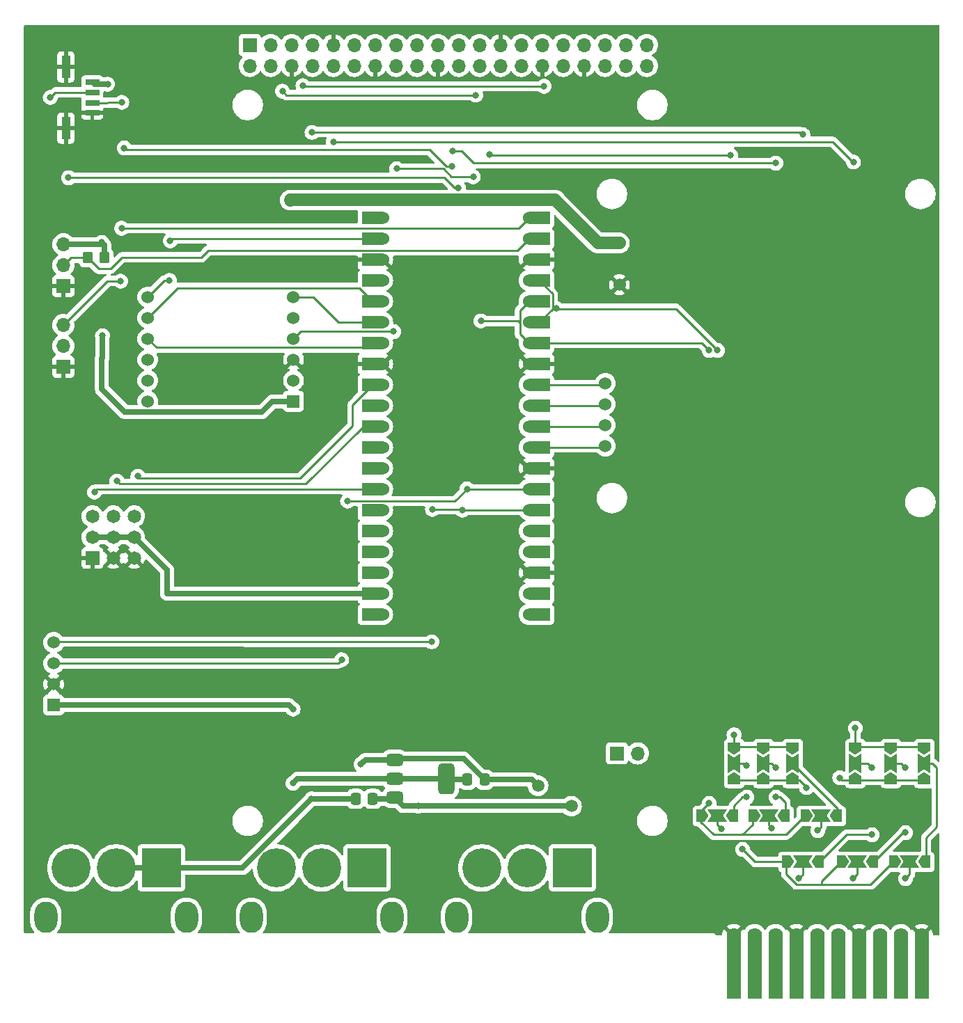
<source format=gbr>
%TF.GenerationSoftware,KiCad,Pcbnew,8.0.1*%
%TF.CreationDate,2024-04-06T23:47:00-04:00*%
%TF.ProjectId,MainBoard1 (1),4d61696e-426f-4617-9264-31202831292e,rev?*%
%TF.SameCoordinates,Original*%
%TF.FileFunction,Copper,L1,Top*%
%TF.FilePolarity,Positive*%
%FSLAX46Y46*%
G04 Gerber Fmt 4.6, Leading zero omitted, Abs format (unit mm)*
G04 Created by KiCad (PCBNEW 8.0.1) date 2024-04-06 23:47:00*
%MOMM*%
%LPD*%
G01*
G04 APERTURE LIST*
G04 Aperture macros list*
%AMRoundRect*
0 Rectangle with rounded corners*
0 $1 Rounding radius*
0 $2 $3 $4 $5 $6 $7 $8 $9 X,Y pos of 4 corners*
0 Add a 4 corners polygon primitive as box body*
4,1,4,$2,$3,$4,$5,$6,$7,$8,$9,$2,$3,0*
0 Add four circle primitives for the rounded corners*
1,1,$1+$1,$2,$3*
1,1,$1+$1,$4,$5*
1,1,$1+$1,$6,$7*
1,1,$1+$1,$8,$9*
0 Add four rect primitives between the rounded corners*
20,1,$1+$1,$2,$3,$4,$5,0*
20,1,$1+$1,$4,$5,$6,$7,0*
20,1,$1+$1,$6,$7,$8,$9,0*
20,1,$1+$1,$8,$9,$2,$3,0*%
%AMFreePoly0*
4,1,6,1.000000,0.000000,0.500000,-0.750000,-0.500000,-0.750000,-0.500000,0.750000,0.500000,0.750000,1.000000,0.000000,1.000000,0.000000,$1*%
%AMFreePoly1*
4,1,7,0.700000,0.000000,1.200000,-0.750000,-1.200000,-0.750000,-0.700000,0.000000,-1.200000,0.750000,1.200000,0.750000,0.700000,0.000000,0.700000,0.000000,$1*%
G04 Aperture macros list end*
%TA.AperFunction,SMDPad,CuDef*%
%ADD10RoundRect,0.375000X-0.625000X-0.375000X0.625000X-0.375000X0.625000X0.375000X-0.625000X0.375000X0*%
%TD*%
%TA.AperFunction,SMDPad,CuDef*%
%ADD11RoundRect,0.500000X-0.500000X-1.400000X0.500000X-1.400000X0.500000X1.400000X-0.500000X1.400000X0*%
%TD*%
%TA.AperFunction,SMDPad,CuDef*%
%ADD12RoundRect,0.250000X-0.337500X-0.475000X0.337500X-0.475000X0.337500X0.475000X-0.337500X0.475000X0*%
%TD*%
%TA.AperFunction,SMDPad,CuDef*%
%ADD13FreePoly0,0.000000*%
%TD*%
%TA.AperFunction,SMDPad,CuDef*%
%ADD14FreePoly1,0.000000*%
%TD*%
%TA.AperFunction,SMDPad,CuDef*%
%ADD15FreePoly0,180.000000*%
%TD*%
%TA.AperFunction,ComponentPad*%
%ADD16R,1.651000X1.651000*%
%TD*%
%TA.AperFunction,ComponentPad*%
%ADD17C,1.651000*%
%TD*%
%TA.AperFunction,ComponentPad*%
%ADD18R,1.700000X1.700000*%
%TD*%
%TA.AperFunction,ComponentPad*%
%ADD19O,1.700000X1.700000*%
%TD*%
%TA.AperFunction,SMDPad,CuDef*%
%ADD20FreePoly0,90.000000*%
%TD*%
%TA.AperFunction,SMDPad,CuDef*%
%ADD21FreePoly1,90.000000*%
%TD*%
%TA.AperFunction,SMDPad,CuDef*%
%ADD22FreePoly0,270.000000*%
%TD*%
%TA.AperFunction,ComponentPad*%
%ADD23O,2.800000X3.800000*%
%TD*%
%TA.AperFunction,ComponentPad*%
%ADD24C,4.750000*%
%TD*%
%TA.AperFunction,ComponentPad*%
%ADD25R,4.750000X4.750000*%
%TD*%
%TA.AperFunction,ComponentPad*%
%ADD26R,1.524000X1.524000*%
%TD*%
%TA.AperFunction,ComponentPad*%
%ADD27C,1.524000*%
%TD*%
%TA.AperFunction,SMDPad,CuDef*%
%ADD28R,1.701800X0.660400*%
%TD*%
%TA.AperFunction,SMDPad,CuDef*%
%ADD29R,1.092200X2.794000*%
%TD*%
%TA.AperFunction,SMDPad,CuDef*%
%ADD30RoundRect,0.250000X-0.350000X-0.450000X0.350000X-0.450000X0.350000X0.450000X-0.350000X0.450000X0*%
%TD*%
%TA.AperFunction,SMDPad,CuDef*%
%ADD31R,2.540000X1.524000*%
%TD*%
%TA.AperFunction,ComponentPad*%
%ADD32C,1.780000*%
%TD*%
%TA.AperFunction,SMDPad,CuDef*%
%ADD33R,1.780000X7.700000*%
%TD*%
%TA.AperFunction,ViaPad*%
%ADD34C,1.500000*%
%TD*%
%TA.AperFunction,ViaPad*%
%ADD35C,0.800000*%
%TD*%
%TA.AperFunction,Conductor*%
%ADD36C,0.700000*%
%TD*%
%TA.AperFunction,Conductor*%
%ADD37C,1.500000*%
%TD*%
%TA.AperFunction,Conductor*%
%ADD38C,0.250000*%
%TD*%
G04 APERTURE END LIST*
D10*
%TO.P,U3,1,GND*%
%TO.N,GND2*%
X104240800Y-130846800D03*
%TO.P,U3,2,VO*%
%TO.N,/Sensor_Power*%
X104240800Y-133146800D03*
D11*
X110540800Y-133146800D03*
D10*
%TO.P,U3,3,VI*%
%TO.N,/5V*%
X104240800Y-135446800D03*
%TD*%
D12*
%TO.P,C1,1*%
%TO.N,GND2*%
X99521100Y-135585200D03*
%TO.P,C1,2*%
%TO.N,/5V*%
X101596100Y-135585200D03*
%TD*%
D13*
%TO.P,JP10,1,A*%
%TO.N,/I2C1_SDA*%
X154114000Y-137668000D03*
D14*
%TO.P,JP10,2,C*%
%TO.N,/tx{slash}sda_O3*%
X156114000Y-137668000D03*
D15*
%TO.P,JP10,3,B*%
%TO.N,Net-(JP10-B)*%
X158114000Y-137668000D03*
%TD*%
D16*
%TO.P,J4,1,1*%
%TO.N,GND1*%
X67495000Y-106280000D03*
D17*
%TO.P,J4,2,2*%
%TO.N,/5V*%
X67495000Y-103740000D03*
%TO.P,J4,3,3*%
%TO.N,/PWM_1*%
X67495000Y-101200000D03*
%TO.P,J4,4,4*%
%TO.N,GND1*%
X70035000Y-106280000D03*
%TO.P,J4,5,5*%
%TO.N,/5V*%
X70035000Y-103740000D03*
%TO.P,J4,6,6*%
%TO.N,/PWM_2*%
X70035000Y-101200000D03*
%TO.P,J4,7,7*%
%TO.N,GND1*%
X72575000Y-106280000D03*
%TO.P,J4,8,8*%
%TO.N,/5V*%
X72575000Y-103740000D03*
%TO.P,J4,9,9*%
%TO.N,/PWM_3*%
X72575000Y-101200000D03*
%TD*%
D18*
%TO.P,U6,1,GND*%
%TO.N,GND1*%
X63975000Y-73215000D03*
D19*
%TO.P,U6,2,DQ*%
%TO.N,/Signal_0*%
X63975000Y-70675000D03*
%TO.P,U6,3,Vdd*%
%TO.N,/Sensor_Power*%
X63975000Y-68135000D03*
%TD*%
D13*
%TO.P,JP4,1,A*%
%TO.N,/I2C1_SCL*%
X151886000Y-143256000D03*
D14*
%TO.P,JP4,2,C*%
%TO.N,/rx{slash}scl_O1*%
X153886000Y-143256000D03*
D15*
%TO.P,JP4,3,B*%
%TO.N,Net-(JP3-C)*%
X155886000Y-143256000D03*
%TD*%
D20*
%TO.P,JP1,1,A*%
%TO.N,/UART2_TX*%
X145542000Y-133286000D03*
D21*
%TO.P,JP1,2,C*%
%TO.N,Net-(JP1-C)*%
X145542000Y-131286000D03*
D22*
%TO.P,JP1,3,B*%
%TO.N,/UART1_TX*%
X145542000Y-129286000D03*
%TD*%
D23*
%TO.P,J2,*%
%TO.N,*%
X61828000Y-149986000D03*
X78928000Y-149986000D03*
X86828000Y-149986000D03*
X103928000Y-149986000D03*
X111798000Y-149986000D03*
X128898000Y-149986000D03*
D24*
%TO.P,J2,1,A*%
%TO.N,unconnected-(J2A-A-Pad1)*%
X64878000Y-143986000D03*
%TO.P,J2,2,B*%
%TO.N,GND2*%
X70378000Y-143986000D03*
D25*
%TO.P,J2,3,C*%
X75878000Y-143986000D03*
D24*
%TO.P,J2,4,A*%
%TO.N,/12V_1*%
X89878000Y-143986000D03*
%TO.P,J2,5,B*%
%TO.N,unconnected-(J2B-B-Pad5)*%
X95378000Y-143986000D03*
D25*
%TO.P,J2,6,C*%
%TO.N,unconnected-(J2B-C-Pad6)*%
X100878000Y-143986000D03*
D24*
%TO.P,J2,7,A*%
%TO.N,/24V*%
X114848000Y-143986000D03*
%TO.P,J2,8,B*%
%TO.N,GND2*%
X120348000Y-143986000D03*
D25*
%TO.P,J2,9,C*%
%TO.N,/5V*%
X125848000Y-143986000D03*
%TD*%
D18*
%TO.P,U1,1,GND*%
%TO.N,GND2*%
X131262200Y-130054200D03*
D19*
%TO.P,U1,2,5V*%
%TO.N,/5V*%
X133802200Y-130054200D03*
%TD*%
D18*
%TO.P,U4,1,GND*%
%TO.N,GND1*%
X63950000Y-83030000D03*
D19*
%TO.P,U4,2,VIN*%
%TO.N,/Sensor_Power*%
X63950000Y-80490000D03*
%TO.P,U4,3,Signal*%
%TO.N,/Signal_1*%
X63950000Y-77950000D03*
%TD*%
D13*
%TO.P,JP12,1,A*%
%TO.N,/I2C1_SCL*%
X164878000Y-143256000D03*
D14*
%TO.P,JP12,2,C*%
%TO.N,/rx{slash}scl_O3*%
X166878000Y-143256000D03*
D15*
%TO.P,JP12,3,B*%
%TO.N,Net-(JP11-C)*%
X168878000Y-143256000D03*
%TD*%
D20*
%TO.P,JP3,1,A*%
%TO.N,/UART1_RX*%
X160274000Y-133286000D03*
D21*
%TO.P,JP3,2,C*%
%TO.N,Net-(JP3-C)*%
X160274000Y-131286000D03*
D22*
%TO.P,JP3,3,B*%
%TO.N,/UART2_RX*%
X160274000Y-129286000D03*
%TD*%
D20*
%TO.P,JP7,1,A*%
%TO.N,/UART1_RX*%
X164592000Y-133286000D03*
D21*
%TO.P,JP7,2,C*%
%TO.N,Net-(JP7-C)*%
X164592000Y-131286000D03*
D22*
%TO.P,JP7,3,B*%
%TO.N,/UART2_RX*%
X164592000Y-129286000D03*
%TD*%
D13*
%TO.P,JP6,1,A*%
%TO.N,/I2C1_SDA*%
X147764000Y-137668000D03*
D14*
%TO.P,JP6,2,C*%
%TO.N,/tx{slash}sda_O2*%
X149764000Y-137668000D03*
D15*
%TO.P,JP6,3,B*%
%TO.N,Net-(JP5-C)*%
X151764000Y-137668000D03*
%TD*%
D20*
%TO.P,JP11,1,A*%
%TO.N,/UART1_RX*%
X168656000Y-133286000D03*
D21*
%TO.P,JP11,2,C*%
%TO.N,Net-(JP11-C)*%
X168656000Y-131286000D03*
D22*
%TO.P,JP11,3,B*%
%TO.N,/UART2_RX*%
X168656000Y-129286000D03*
%TD*%
D26*
%TO.P,U8,1,VIN*%
%TO.N,/Sensor_Power*%
X91948000Y-87222000D03*
D27*
%TO.P,U8,2,3Vo*%
%TO.N,unconnected-(U8-3Vo-Pad2)*%
X91948000Y-84682000D03*
%TO.P,U8,3,GND*%
%TO.N,GND1*%
X91948000Y-82142000D03*
%TO.P,U8,4,SCL*%
%TO.N,/IMU_SCK*%
X91948000Y-79602000D03*
%TO.P,U8,5,SDA*%
%TO.N,/IMU_MISO*%
X91948000Y-77062000D03*
%TO.P,U8,6,INT*%
%TO.N,/INT*%
X91948000Y-74522000D03*
%TO.P,U8,7,BT*%
%TO.N,unconnected-(U8-BT-Pad7)*%
X74228000Y-87222000D03*
%TO.P,U8,8,P0*%
%TO.N,unconnected-(U8-P0-Pad8)*%
X74228000Y-84682000D03*
%TO.P,U8,9,P1*%
%TO.N,unconnected-(U8-P1-Pad9)*%
X74228000Y-82142000D03*
%TO.P,U8,10,RST*%
%TO.N,/RST*%
X74228000Y-79602000D03*
%TO.P,U8,11,DI*%
%TO.N,/IMU_MOSI*%
X74228000Y-77062000D03*
%TO.P,U8,12,CS*%
%TO.N,/IMU_CS*%
X74228000Y-74522000D03*
%TD*%
D28*
%TO.P,J1,1,VIN*%
%TO.N,/Sensor_Power*%
X67483900Y-48391600D03*
%TO.P,J1,2,SCL*%
%TO.N,/Sensor_SCL*%
X67483900Y-49641600D03*
%TO.P,J1,3,SDA*%
%TO.N,/Sensor_SDA*%
X67483900Y-50891600D03*
%TO.P,J1,4,GND*%
%TO.N,GND1*%
X67483900Y-52141600D03*
D29*
%TO.P,J1,5,GND*%
X64283899Y-46541601D03*
%TO.P,J1,6,GND*%
X64283899Y-53991599D03*
%TD*%
D30*
%TO.P,R1,1*%
%TO.N,/Signal_0*%
X66950000Y-69750000D03*
%TO.P,R1,2*%
%TO.N,/Sensor_Power*%
X68950000Y-69750000D03*
%TD*%
D26*
%TO.P,U7,1,VIN*%
%TO.N,/Sensor_Power*%
X62792000Y-124182000D03*
D27*
%TO.P,U7,2,GND*%
%TO.N,GND1*%
X62792000Y-121642000D03*
%TO.P,U7,3,SCL*%
%TO.N,/Sensor_SCL*%
X62792000Y-119102000D03*
%TO.P,U7,4,SDA*%
%TO.N,/Sensor_SDA*%
X62792000Y-116562000D03*
%TD*%
D20*
%TO.P,JP5,1,A*%
%TO.N,/UART2_TX*%
X149098000Y-133286000D03*
D21*
%TO.P,JP5,2,C*%
%TO.N,Net-(JP5-C)*%
X149098000Y-131286000D03*
D22*
%TO.P,JP5,3,B*%
%TO.N,/UART1_TX*%
X149098000Y-129286000D03*
%TD*%
D20*
%TO.P,JP9,1,A*%
%TO.N,/UART2_TX*%
X152654000Y-133286000D03*
D21*
%TO.P,JP9,2,C*%
%TO.N,Net-(JP10-B)*%
X152654000Y-131286000D03*
D22*
%TO.P,JP9,3,B*%
%TO.N,/UART1_TX*%
X152654000Y-129286000D03*
%TD*%
D31*
%TO.P,U2,1,GP0*%
%TO.N,/PICO_TX{slash}RX_OPI*%
X121855000Y-113157000D03*
D27*
X120585000Y-113157000D03*
D31*
%TO.P,U2,2,GP1*%
%TO.N,/PICO_RX{slash}TX_OPI*%
X121855000Y-110617000D03*
D27*
X120585000Y-110617000D03*
D31*
%TO.P,U2,3,GND*%
%TO.N,GND1*%
X121855000Y-108077000D03*
D27*
X120585000Y-108077000D03*
D31*
%TO.P,U2,4,GP2*%
%TO.N,unconnected-(U2-GP2-Pad4)_0*%
X121855000Y-105537000D03*
D27*
%TO.N,unconnected-(U2-GP2-Pad4)*%
X120585000Y-105537000D03*
D31*
%TO.P,U2,5,GP3*%
%TO.N,unconnected-(U2-GP3-Pad5)_0*%
X121855000Y-102997000D03*
D27*
%TO.N,unconnected-(U2-GP3-Pad5)*%
X120585000Y-102997000D03*
D31*
%TO.P,U2,6,GP4*%
%TO.N,/Sensor_SDA*%
X121855000Y-100457000D03*
D27*
X120585000Y-100457000D03*
D31*
%TO.P,U2,7,GP5*%
%TO.N,/Sensor_SCL*%
X121855000Y-97917000D03*
D27*
X120585000Y-97917000D03*
D31*
%TO.P,U2,8,GND*%
%TO.N,GND1*%
X121855000Y-95377000D03*
D27*
X120585000Y-95377000D03*
D31*
%TO.P,U2,9,GP6*%
%TO.N,/IN4*%
X121855000Y-92837000D03*
D27*
X120585000Y-92837000D03*
D31*
%TO.P,U2,10,GP7*%
%TO.N,/IN3*%
X121855000Y-90297000D03*
D27*
X120585000Y-90297000D03*
D31*
%TO.P,U2,11,GP8*%
%TO.N,/IN2*%
X121855000Y-87757000D03*
D27*
X120585000Y-87757000D03*
D31*
%TO.P,U2,12,GP9*%
%TO.N,/IN1*%
X121855000Y-85217000D03*
D27*
X120585000Y-85217000D03*
D31*
%TO.P,U2,13,GND*%
%TO.N,GND1*%
X121855000Y-82677000D03*
D27*
X120585000Y-82677000D03*
D31*
%TO.P,U2,14,GP10*%
%TO.N,/I2C1_SDA*%
X121855000Y-80137000D03*
D27*
X120585000Y-80137000D03*
D31*
%TO.P,U2,15,GP11*%
%TO.N,/I2C1_SCL*%
X121855000Y-77597000D03*
D27*
X120585000Y-77597000D03*
D31*
%TO.P,U2,16,GP12*%
%TO.N,/I2C1_SDA*%
X121855000Y-75057000D03*
D27*
X120585000Y-75057000D03*
D31*
%TO.P,U2,17,GP13*%
%TO.N,/I2C1_SCL*%
X121855000Y-72517000D03*
D27*
X120585000Y-72517000D03*
D31*
%TO.P,U2,18,GND*%
%TO.N,GND1*%
X121855000Y-69977000D03*
D27*
X120585000Y-69977000D03*
D31*
%TO.P,U2,19,GP14*%
%TO.N,/Signal_0*%
X121855000Y-67437000D03*
D27*
X120585000Y-67437000D03*
D31*
%TO.P,U2,20,GP15*%
%TO.N,/Signal_1*%
X121855000Y-64897000D03*
D27*
X120585000Y-64897000D03*
%TO.P,U2,21,GP16*%
%TO.N,/IMU_MISO*%
X102805000Y-64897000D03*
D31*
X101535000Y-64897000D03*
D27*
%TO.P,U2,22,GP17*%
%TO.N,/IMU_CS*%
X102805000Y-67437000D03*
D31*
X101535000Y-67437000D03*
D27*
%TO.P,U2,23,GND*%
%TO.N,GND1*%
X102805000Y-69977000D03*
D31*
X101535000Y-69977000D03*
D27*
%TO.P,U2,24,GP18*%
%TO.N,/IMU_SCK*%
X102805000Y-72517000D03*
D31*
X101535000Y-72517000D03*
D27*
%TO.P,U2,25,GP19*%
%TO.N,/IMU_MOSI*%
X102805000Y-75057000D03*
D31*
X101535000Y-75057000D03*
D27*
%TO.P,U2,26,GP20*%
%TO.N,/INT*%
X102805000Y-77597000D03*
D31*
X101535000Y-77597000D03*
D27*
%TO.P,U2,27,GP21*%
%TO.N,/RST*%
X102805000Y-80137000D03*
D31*
X101535000Y-80137000D03*
D27*
%TO.P,U2,28,GND*%
%TO.N,GND1*%
X102805000Y-82677000D03*
D31*
X101535000Y-82677000D03*
D27*
%TO.P,U2,29,GP22*%
%TO.N,/PWM_3*%
X102805000Y-85217000D03*
D31*
X101535000Y-85217000D03*
D27*
%TO.P,U2,30,RUN*%
%TO.N,unconnected-(U2-RUN-Pad30)_0*%
X102805000Y-87757000D03*
D31*
%TO.N,unconnected-(U2-RUN-Pad30)*%
X101535000Y-87757000D03*
D27*
%TO.P,U2,31,GP26*%
%TO.N,/PWM_2*%
X102805000Y-90297000D03*
D31*
X101535000Y-90297000D03*
D27*
%TO.P,U2,32,GP27*%
%TO.N,unconnected-(U2-GP27-Pad32)_0*%
X102805000Y-92837000D03*
D31*
%TO.N,unconnected-(U2-GP27-Pad32)*%
X101535000Y-92837000D03*
D27*
%TO.P,U2,33,GND*%
%TO.N,unconnected-(U2-GND-Pad33)_0*%
X102805000Y-95377000D03*
D31*
%TO.N,unconnected-(U2-GND-Pad33)*%
X101535000Y-95377000D03*
D27*
%TO.P,U2,34,GP28*%
%TO.N,/PWM_1*%
X102805000Y-97917000D03*
D31*
X101535000Y-97917000D03*
D27*
%TO.P,U2,35,ADC_VREF*%
%TO.N,unconnected-(U2-ADC_VREF-Pad35)_0*%
X102805000Y-100457000D03*
D31*
%TO.N,unconnected-(U2-ADC_VREF-Pad35)*%
X101535000Y-100457000D03*
D27*
%TO.P,U2,36,3V3_Out*%
%TO.N,unconnected-(U2-3V3_Out-Pad36)*%
X102805000Y-102997000D03*
D31*
%TO.N,unconnected-(U2-3V3_Out-Pad36)_0*%
X101535000Y-102997000D03*
D27*
%TO.P,U2,37,3V3_EN*%
%TO.N,unconnected-(U2-3V3_EN-Pad37)_0*%
X102805000Y-105537000D03*
D31*
%TO.N,unconnected-(U2-3V3_EN-Pad37)*%
X101535000Y-105537000D03*
D27*
%TO.P,U2,38,GND*%
%TO.N,GND2*%
X102805000Y-108077000D03*
D31*
X101535000Y-108077000D03*
D27*
%TO.P,U2,39,VSYS*%
%TO.N,/5V*%
X102805000Y-110617000D03*
D31*
X101535000Y-110617000D03*
D27*
%TO.P,U2,40,VBUS*%
%TO.N,unconnected-(U2-VBUS-Pad40)*%
X102805000Y-113157000D03*
D31*
%TO.N,unconnected-(U2-VBUS-Pad40)_0*%
X101535000Y-113157000D03*
%TD*%
D13*
%TO.P,JP8,1,A*%
%TO.N,/I2C1_SCL*%
X158528000Y-143256000D03*
D14*
%TO.P,JP8,2,C*%
%TO.N,/rx{slash}scl_O2*%
X160528000Y-143256000D03*
D15*
%TO.P,JP8,3,B*%
%TO.N,Net-(JP7-C)*%
X162528000Y-143256000D03*
%TD*%
D27*
%TO.P,U9,1,IN1*%
%TO.N,/IN1*%
X129875000Y-85045000D03*
%TO.P,U9,2,IN2*%
%TO.N,/IN2*%
X129875000Y-87585000D03*
%TO.P,U9,3,IN3*%
%TO.N,/IN3*%
X129875000Y-90125000D03*
%TO.P,U9,4,IN4*%
%TO.N,/IN4*%
X129875000Y-92665000D03*
%TO.P,U9,5,GND*%
%TO.N,GND1*%
X131575000Y-73045000D03*
%TO.P,U9,6,12V*%
%TO.N,/12V_1*%
X131575000Y-67965000D03*
%TD*%
D32*
%TO.P,J3,1,Pin_1*%
%TO.N,GND1*%
X145468000Y-152216000D03*
D33*
X145468000Y-156046000D03*
D32*
%TO.P,J3,2,Pin_2*%
%TO.N,/tx{slash}sda_O1*%
X148008000Y-152216000D03*
D33*
X148008000Y-156046000D03*
D32*
%TO.P,J3,3,Pin_3*%
%TO.N,/rx{slash}scl_O1*%
X150548000Y-152216000D03*
D33*
X150548000Y-156046000D03*
D32*
%TO.P,J3,4,Pin_4*%
%TO.N,GND1*%
X153088000Y-152216000D03*
D33*
X153088000Y-156046000D03*
D32*
%TO.P,J3,5,Pin_5*%
%TO.N,/tx{slash}sda_O2*%
X155628000Y-152216000D03*
D33*
X155628000Y-156046000D03*
D32*
%TO.P,J3,6,Pin_6*%
%TO.N,/rx{slash}scl_O2*%
X158168000Y-152216000D03*
D33*
X158168000Y-156046000D03*
D32*
%TO.P,J3,7,Pin_7*%
%TO.N,GND1*%
X160708000Y-152216000D03*
D33*
X160708000Y-156046000D03*
D32*
%TO.P,J3,8,Pin_8*%
%TO.N,/tx{slash}sda_O3*%
X163248000Y-152216000D03*
D33*
X163248000Y-156046000D03*
D32*
%TO.P,J3,9,Pin_9*%
%TO.N,/rx{slash}scl_O3*%
X165788000Y-152216000D03*
D33*
X165788000Y-156046000D03*
D32*
%TO.P,J3,10,Pin_10*%
%TO.N,GND1*%
X168328000Y-152216000D03*
D33*
X168328000Y-156046000D03*
%TD*%
D13*
%TO.P,JP2,1,A*%
%TO.N,/I2C1_SDA*%
X141478000Y-137668000D03*
D14*
%TO.P,JP2,2,C*%
%TO.N,/tx{slash}sda_O1*%
X143478000Y-137668000D03*
D15*
%TO.P,JP2,3,B*%
%TO.N,Net-(JP1-C)*%
X145478000Y-137668000D03*
%TD*%
D12*
%TO.P,C2,1*%
%TO.N,/Sensor_Power*%
X113106200Y-133248400D03*
%TO.P,C2,2*%
%TO.N,GND2*%
X115181200Y-133248400D03*
%TD*%
D18*
%TO.P,U5,1,3.3V*%
%TO.N,unconnected-(U5-3.3V-Pad1)*%
X86639400Y-43865800D03*
D19*
%TO.P,U5,2,5V*%
%TO.N,unconnected-(U5-5V-Pad2)*%
X86639400Y-46405800D03*
%TO.P,U5,3,GPIO0_C0*%
%TO.N,/I2C1_SDA*%
X89179400Y-43865800D03*
%TO.P,U5,4,5V*%
%TO.N,unconnected-(U5-5V-Pad4)*%
X89179400Y-46405800D03*
%TO.P,U5,5,GPIO0_B7*%
%TO.N,/I2C1_SCL*%
X91719400Y-43865800D03*
%TO.P,U5,6,GND*%
%TO.N,GND1*%
X91719400Y-46405800D03*
%TO.P,U5,7,GPIO1_D6*%
%TO.N,unconnected-(U5-GPIO1_D6-Pad7)*%
X94259400Y-43865800D03*
%TO.P,U5,8,GPIO1_A1*%
%TO.N,/UART2_TX*%
X94259400Y-46405800D03*
%TO.P,U5,9,GND*%
%TO.N,GND1*%
X96799400Y-43865800D03*
%TO.P,U5,10,GPIO1_A0*%
%TO.N,/UART2_RX*%
X96799400Y-46405800D03*
%TO.P,U5,11,GPIO1_A4*%
%TO.N,unconnected-(U5-GPIO1_A4-Pad11)*%
X99339400Y-43865800D03*
%TO.P,U5,12,GPIO3_A1*%
%TO.N,unconnected-(U5-GPIO3_A1-Pad12)*%
X99339400Y-46405800D03*
%TO.P,U5,13,GPIO1_A7*%
%TO.N,unconnected-(U5-GPIO1_A7-Pad13)*%
X101879400Y-43865800D03*
%TO.P,U5,14,GND*%
%TO.N,GND1*%
X101879400Y-46405800D03*
%TO.P,U5,15,GPIO1_B0*%
%TO.N,unconnected-(U5-GPIO1_B0-Pad15)*%
X104419400Y-43865800D03*
%TO.P,U5,16,GPIO3_B5*%
%TO.N,/PICO_RX{slash}TX_OPI*%
X104419400Y-46405800D03*
%TO.P,U5,17,3.3V*%
%TO.N,unconnected-(U5-3.3V-Pad17)*%
X106959400Y-43865800D03*
%TO.P,U5,18,GPIO3_B6*%
%TO.N,/PICO_TX{slash}RX_OPI*%
X106959400Y-46405800D03*
%TO.P,U5,19,GPIO1_B2*%
%TO.N,/UART1_RX*%
X109499400Y-43865800D03*
%TO.P,U5,20,GND*%
%TO.N,GND1*%
X109499400Y-46405800D03*
%TO.P,U5,21,GPIO1_B1*%
%TO.N,unconnected-(U5-GPIO1_B1-Pad21)*%
X112039400Y-43865800D03*
%TO.P,U5,22,GPIO1_A2*%
%TO.N,unconnected-(U5-GPIO1_A2-Pad22)*%
X112039400Y-46405800D03*
%TO.P,U5,23,GPIO1_B3*%
%TO.N,/UART1_TX*%
X114579400Y-43865800D03*
%TO.P,U5,24,GPIO1_B4*%
%TO.N,unconnected-(U5-GPIO1_B4-Pad24)*%
X114579400Y-46405800D03*
%TO.P,U5,25,GND*%
%TO.N,GND1*%
X117119400Y-43865800D03*
%TO.P,U5,26,GPIO1_B5*%
%TO.N,unconnected-(U5-GPIO1_B5-Pad26)*%
X117119400Y-46405800D03*
%TO.P,U5,27,GPIO1_B7*%
%TO.N,unconnected-(U5-GPIO1_B7-Pad27)*%
X119659400Y-43865800D03*
%TO.P,U5,28,GPIO1_B6*%
%TO.N,unconnected-(U5-GPIO1_B6-Pad28)*%
X119659400Y-46405800D03*
%TO.P,U5,29,GPIO1_D7*%
%TO.N,unconnected-(U5-GPIO1_D7-Pad29)*%
X122199400Y-43865800D03*
%TO.P,U5,30,GND*%
%TO.N,GND1*%
X122199400Y-46405800D03*
%TO.P,U5,31,GPIO3_A0*%
%TO.N,unconnected-(U5-GPIO3_A0-Pad31)*%
X124739400Y-43865800D03*
%TO.P,U5,32,GPIO1_A3*%
%TO.N,unconnected-(U5-GPIO1_A3-Pad32)*%
X124739400Y-46405800D03*
%TO.P,U5,33,GPIO3_C2*%
%TO.N,unconnected-(U5-GPIO3_C2-Pad33)*%
X127279400Y-43865800D03*
%TO.P,U5,34,GND*%
%TO.N,GND1*%
X127279400Y-46405800D03*
%TO.P,U5,35,GPIO3_A2*%
%TO.N,unconnected-(U5-GPIO3_A2-Pad35)*%
X129819400Y-43865800D03*
%TO.P,U5,36,GPIO3_A5*%
%TO.N,unconnected-(U5-GPIO3_A5-Pad36)*%
X129819400Y-46405800D03*
%TO.P,U5,37,GPIO3_C1*%
%TO.N,unconnected-(U5-GPIO3_C1-Pad37)*%
X132359400Y-43865800D03*
%TO.P,U5,38,GPIO3_A4*%
%TO.N,unconnected-(U5-GPIO3_A4-Pad38)*%
X132359400Y-46405800D03*
%TO.P,U5,39,GNG*%
%TO.N,unconnected-(U5-GNG-Pad39)*%
X134899400Y-43865800D03*
%TO.P,U5,40,GPIO3_A3*%
%TO.N,unconnected-(U5-GPIO3_A3-Pad40)*%
X134899400Y-46405800D03*
%TD*%
D34*
%TO.N,GND2*%
X121698200Y-133991800D03*
D35*
X100152200Y-131394200D03*
X94142224Y-135585200D03*
D34*
%TO.N,/12V_1*%
X91600000Y-62750000D03*
D35*
%TO.N,/5V*%
X107111800Y-136474200D03*
D34*
X125755400Y-136474200D03*
D35*
%TO.N,GND1*%
X126850000Y-114100000D03*
X138475000Y-114100000D03*
X166175000Y-78425000D03*
X150750000Y-48525000D03*
X148400000Y-96550000D03*
X114550000Y-122675000D03*
X84375000Y-104400000D03*
X120500000Y-122675000D03*
X152100000Y-48525000D03*
X148400000Y-95125000D03*
X122175000Y-122675000D03*
X113200000Y-122675000D03*
X166175000Y-76750000D03*
X148350000Y-69625000D03*
X74200000Y-63200000D03*
X148350000Y-73750000D03*
X128575000Y-114100000D03*
X166175000Y-84375000D03*
X118975000Y-122675000D03*
X166150000Y-82950000D03*
X67200000Y-130200000D03*
X155275000Y-48525000D03*
X148350000Y-72400000D03*
X167150000Y-113675000D03*
X136475000Y-114100000D03*
X83175000Y-63200000D03*
X147975000Y-48525000D03*
X70600000Y-130200000D03*
X148350000Y-70975000D03*
X82850000Y-104400000D03*
X134425000Y-114100000D03*
X86050000Y-104400000D03*
X78425000Y-104400000D03*
X167150000Y-109150000D03*
X148350000Y-67975000D03*
X130525000Y-114100000D03*
X166150000Y-81400000D03*
X126825000Y-116175000D03*
X77075000Y-104400000D03*
X81500000Y-63200000D03*
X62450000Y-130200000D03*
X76975000Y-63200000D03*
X148400000Y-97900000D03*
X166175000Y-79950000D03*
X130500000Y-116175000D03*
X167150000Y-107475000D03*
X166175000Y-85725000D03*
X167150000Y-115100000D03*
X78325000Y-63200000D03*
X134600000Y-116175000D03*
X115975000Y-122675000D03*
X132575000Y-116175000D03*
X132525000Y-114100000D03*
X79975000Y-63200000D03*
X64000000Y-130200000D03*
X167150000Y-116450000D03*
X65550000Y-130200000D03*
X138350000Y-116175000D03*
X79850000Y-104400000D03*
X72225000Y-130200000D03*
X136475000Y-116175000D03*
X128550000Y-116175000D03*
X75550000Y-63200000D03*
X117325000Y-122675000D03*
X81200000Y-104400000D03*
X148400000Y-93775000D03*
X68800000Y-130200000D03*
X167150000Y-110675000D03*
X149325000Y-48525000D03*
X153750000Y-48525000D03*
X148350000Y-64775000D03*
X148350000Y-66450000D03*
X156950000Y-48525000D03*
%TO.N,/tx{slash}sda_O1*%
X144018000Y-139229500D03*
%TO.N,/rx{slash}scl_O1*%
X153416000Y-145288000D03*
%TO.N,/tx{slash}sda_O2*%
X150114000Y-139192000D03*
%TO.N,/rx{slash}scl_O2*%
X160020000Y-145288000D03*
%TO.N,/tx{slash}sda_O3*%
X155702000Y-139446000D03*
%TO.N,/rx{slash}scl_O3*%
X166370000Y-145288000D03*
%TO.N,/Sensor_Power*%
X68725000Y-79250000D03*
X91897200Y-133680200D03*
X69350000Y-48650000D03*
X91897200Y-124688600D03*
X68650000Y-67900000D03*
%TO.N,/Sensor_SCL*%
X97815400Y-118668800D03*
X64600000Y-60025000D03*
X62375000Y-50250000D03*
X113055400Y-97891600D03*
X112000000Y-61225000D03*
X98526600Y-99364800D03*
%TO.N,/Sensor_SDA*%
X108762800Y-116484400D03*
X71075000Y-50850000D03*
X71375000Y-56400000D03*
X112496600Y-100457000D03*
X111175800Y-58674000D03*
X108839000Y-100380800D03*
%TO.N,/UART2_TX*%
X154330400Y-134213600D03*
X94208600Y-54508400D03*
X153879850Y-54781150D03*
%TO.N,Net-(JP1-C)*%
X147066000Y-135382000D03*
X147066000Y-131572000D03*
%TO.N,/UART1_TX*%
X145084800Y-57277000D03*
X145516600Y-127787400D03*
X115798600Y-57226200D03*
%TO.N,/I2C1_SDA*%
X90600000Y-49500000D03*
X142494000Y-81026000D03*
X142494000Y-136144000D03*
X114100000Y-49975000D03*
X114731800Y-77444600D03*
%TO.N,/UART1_RX*%
X150596600Y-58242200D03*
X111328200Y-56769000D03*
X158369000Y-133019800D03*
%TO.N,Net-(JP3-C)*%
X162306000Y-139954000D03*
X162306000Y-131826000D03*
%TO.N,/UART2_RX*%
X160045400Y-58115200D03*
X160274000Y-127000000D03*
X96799400Y-55651400D03*
%TO.N,/I2C1_SCL*%
X122425000Y-48900000D03*
X143510000Y-81026000D03*
X93100000Y-48825000D03*
X123875800Y-75920600D03*
X146558000Y-141732000D03*
%TO.N,Net-(JP5-C)*%
X150622000Y-131826000D03*
X150622000Y-135382000D03*
%TO.N,Net-(JP7-C)*%
X166370000Y-139700000D03*
X166370000Y-131826000D03*
%TO.N,/PICO_RX{slash}TX_OPI*%
X104495600Y-58928000D03*
X113817400Y-59918600D03*
%TO.N,/Signal_1*%
X71050000Y-66175000D03*
X70925000Y-72600000D03*
%TO.N,/IMU_CS*%
X76950000Y-67700000D03*
X76875000Y-72525000D03*
%TO.N,/IMU_SCK*%
X104140000Y-78740000D03*
%TO.N,/PWM_3*%
X73025000Y-96350000D03*
%TO.N,/PWM_2*%
X70475000Y-96925000D03*
%TO.N,/PWM_1*%
X67750000Y-98275000D03*
%TD*%
D36*
%TO.N,GND2*%
X104240800Y-130846800D02*
X100699600Y-130846800D01*
X120954800Y-133248400D02*
X121698200Y-133991800D01*
X112629600Y-130696800D02*
X115181200Y-133248400D01*
X85741424Y-143986000D02*
X75878000Y-143986000D01*
X85741424Y-143986000D02*
X94142224Y-135585200D01*
X99470300Y-135534400D02*
X99521100Y-135585200D01*
X104390800Y-130696800D02*
X112629600Y-130696800D01*
X115181200Y-133248400D02*
X120954800Y-133248400D01*
X94142224Y-135585200D02*
X99521100Y-135585200D01*
X75878000Y-143986000D02*
X70378000Y-143986000D01*
X104240800Y-130846800D02*
X104390800Y-130696800D01*
X100699600Y-130846800D02*
X100152200Y-131394200D01*
D37*
%TO.N,/12V_1*%
X91588000Y-62738000D02*
X91600000Y-62750000D01*
X91612000Y-62738000D02*
X123738000Y-62738000D01*
X91600000Y-62750000D02*
X91612000Y-62738000D01*
X128965000Y-67965000D02*
X131575000Y-67965000D01*
X123738000Y-62738000D02*
X128965000Y-67965000D01*
X91541600Y-62738000D02*
X91588000Y-62738000D01*
D36*
%TO.N,/5V*%
X105268200Y-136474200D02*
X104240800Y-135446800D01*
X67495000Y-103740000D02*
X70035000Y-103740000D01*
X107111800Y-136474200D02*
X105268200Y-136474200D01*
X72575000Y-103740000D02*
X70035000Y-103740000D01*
X76581000Y-107746000D02*
X76581000Y-110617000D01*
X104102400Y-135585200D02*
X104240800Y-135446800D01*
X101596100Y-135585200D02*
X104102400Y-135585200D01*
X76581000Y-110617000D02*
X102805000Y-110617000D01*
X72575000Y-103740000D02*
X76581000Y-107746000D01*
X107111800Y-136474200D02*
X125755400Y-136474200D01*
%TO.N,GND1*%
X103033600Y-82905600D02*
X102805000Y-82677000D01*
D38*
%TO.N,/tx{slash}sda_O1*%
X143478000Y-138689500D02*
X143478000Y-137668000D01*
X144018000Y-139229500D02*
X143478000Y-138689500D01*
%TO.N,/rx{slash}scl_O1*%
X153886000Y-143256000D02*
X153886000Y-144818000D01*
X153886000Y-144818000D02*
X153416000Y-145288000D01*
%TO.N,/tx{slash}sda_O2*%
X149764000Y-137668000D02*
X149764000Y-138842000D01*
X149764000Y-138842000D02*
X150114000Y-139192000D01*
%TO.N,/rx{slash}scl_O2*%
X160528000Y-143256000D02*
X160528000Y-144780000D01*
X160528000Y-144780000D02*
X160020000Y-145288000D01*
%TO.N,/tx{slash}sda_O3*%
X156114000Y-137668000D02*
X156114000Y-139034000D01*
X156114000Y-139034000D02*
X155702000Y-139446000D01*
%TO.N,/rx{slash}scl_O3*%
X166878000Y-144780000D02*
X166370000Y-145288000D01*
X166878000Y-143256000D02*
X166878000Y-144780000D01*
D36*
%TO.N,/Sensor_Power*%
X88096000Y-88534000D02*
X71439800Y-88534000D01*
X91897200Y-133680200D02*
X92430600Y-133146800D01*
X92430600Y-133146800D02*
X104240800Y-133146800D01*
X63975000Y-68135000D02*
X68415000Y-68135000D01*
X68950000Y-68200000D02*
X68650000Y-67900000D01*
X68950000Y-69750000D02*
X68950000Y-68200000D01*
X62792000Y-124182000D02*
X91390600Y-124182000D01*
X69350000Y-48650000D02*
X67742300Y-48650000D01*
X71439800Y-88534000D02*
X68649600Y-85743800D01*
X110642400Y-133248400D02*
X110540800Y-133146800D01*
X68649600Y-85743800D02*
X68649600Y-81965800D01*
X88096000Y-88534000D02*
X89408000Y-87222000D01*
X68415000Y-68135000D02*
X68650000Y-67900000D01*
X68725000Y-79250000D02*
X68725000Y-81890400D01*
X68725000Y-81890400D02*
X68649600Y-81965800D01*
X67742300Y-48650000D02*
X67483900Y-48391600D01*
X89408000Y-87222000D02*
X91948000Y-87222000D01*
X104240800Y-133146800D02*
X110540800Y-133146800D01*
X113106200Y-133248400D02*
X110642400Y-133248400D01*
X91390600Y-124182000D02*
X91897200Y-124688600D01*
D38*
%TO.N,/Sensor_SCL*%
X112000000Y-61225000D02*
X111517000Y-61225000D01*
X113080800Y-97917000D02*
X120585000Y-97917000D01*
X97382200Y-119102000D02*
X97815400Y-118668800D01*
X98526600Y-99364800D02*
X111582200Y-99364800D01*
X111582200Y-99364800D02*
X113055400Y-97891600D01*
X62792000Y-119102000D02*
X97382200Y-119102000D01*
X112000000Y-61225000D02*
X111988600Y-61236400D01*
X110300600Y-60008600D02*
X64580600Y-60008600D01*
X111517000Y-61225000D02*
X110300600Y-60008600D01*
X113055400Y-97891600D02*
X113080800Y-97917000D01*
X62983400Y-49641600D02*
X62375000Y-50250000D01*
X67483900Y-49641600D02*
X62983400Y-49641600D01*
%TO.N,/Sensor_SDA*%
X110540800Y-58674000D02*
X108508800Y-56642000D01*
X71075000Y-50850000D02*
X67483900Y-50891600D01*
X71375000Y-56400000D02*
X71375000Y-56375000D01*
X71058400Y-50891600D02*
X71075000Y-50850000D01*
X108839000Y-100380800D02*
X112420400Y-100380800D01*
X111175800Y-58674000D02*
X111125000Y-58724800D01*
X71642000Y-56642000D02*
X71400000Y-56400000D01*
X62895000Y-116459000D02*
X108762800Y-116484400D01*
X108508800Y-56642000D02*
X71642000Y-56642000D01*
X112496600Y-100457000D02*
X120585000Y-100457000D01*
X111175800Y-58674000D02*
X110540800Y-58674000D01*
X71375000Y-56375000D02*
X71375000Y-56375000D01*
X112420400Y-100380800D02*
X112496600Y-100457000D01*
X71400000Y-56400000D02*
X71375000Y-56400000D01*
X108762800Y-116484400D02*
X108737400Y-116459000D01*
X62792000Y-116562000D02*
X62895000Y-116459000D01*
%TO.N,/UART2_TX*%
X153428200Y-133286000D02*
X154330400Y-134188200D01*
X153879850Y-54781150D02*
X153556300Y-54457600D01*
X149098000Y-133286000D02*
X152654000Y-133286000D01*
X95808800Y-54457600D02*
X94259400Y-54457600D01*
X154330400Y-134188200D02*
X154330400Y-134213600D01*
X145542000Y-133286000D02*
X149098000Y-133286000D01*
X153556300Y-54457600D02*
X118017705Y-54457600D01*
X94259400Y-54457600D02*
X94208600Y-54508400D01*
X118017705Y-54457600D02*
X95808800Y-54457600D01*
X154330400Y-134213600D02*
X154355800Y-134213600D01*
X154355800Y-134213600D02*
X154305000Y-134162800D01*
X152654000Y-133286000D02*
X153428200Y-133286000D01*
%TO.N,Net-(JP1-C)*%
X145542000Y-131286000D02*
X146780000Y-131286000D01*
X146558000Y-135382000D02*
X145478000Y-136462000D01*
X146780000Y-131286000D02*
X147066000Y-131572000D01*
X145478000Y-136462000D02*
X145478000Y-137668000D01*
X147066000Y-135382000D02*
X146558000Y-135382000D01*
%TO.N,/UART1_TX*%
X115824000Y-57251600D02*
X115798600Y-57226200D01*
X145516600Y-127787400D02*
X145542000Y-127787400D01*
X145084800Y-57277000D02*
X115824000Y-57277000D01*
X149098000Y-129286000D02*
X152654000Y-129286000D01*
X145542000Y-129286000D02*
X145516600Y-127787400D01*
X145542000Y-129286000D02*
X149098000Y-129286000D01*
X115824000Y-57277000D02*
X115824000Y-57251600D01*
%TO.N,/I2C1_SDA*%
X119498000Y-76144000D02*
X119498000Y-77724000D01*
X151828000Y-139954000D02*
X146304000Y-139954000D01*
X141478000Y-137668000D02*
X141478000Y-137160000D01*
X119498000Y-79050000D02*
X120585000Y-80137000D01*
X141605000Y-80137000D02*
X120585000Y-80137000D01*
X120585000Y-75057000D02*
X119498000Y-76144000D01*
X141478000Y-137160000D02*
X142494000Y-136144000D01*
X90613546Y-49500000D02*
X90600000Y-49500000D01*
X146558000Y-139954000D02*
X146304000Y-139954000D01*
X119498000Y-77724000D02*
X119498000Y-79050000D01*
X143014000Y-139954000D02*
X141478000Y-138418000D01*
X142494000Y-81026000D02*
X141605000Y-80137000D01*
X141478000Y-138418000D02*
X141478000Y-137668000D01*
X114100000Y-49975000D02*
X91088546Y-49975000D01*
X91088546Y-49975000D02*
X90613546Y-49500000D01*
X154114000Y-137668000D02*
X151828000Y-139954000D01*
X119218600Y-77444600D02*
X119498000Y-77724000D01*
X147764000Y-137668000D02*
X147764000Y-138748000D01*
X114731800Y-77444600D02*
X119218600Y-77444600D01*
X147764000Y-138748000D02*
X146558000Y-139954000D01*
X146304000Y-139954000D02*
X143014000Y-139954000D01*
%TO.N,/UART1_RX*%
X164592000Y-133286000D02*
X168656000Y-133286000D01*
X112395000Y-56769000D02*
X111328200Y-56769000D01*
X164592000Y-133286000D02*
X160274000Y-133286000D01*
X160274000Y-133286000D02*
X158635200Y-133286000D01*
X158635200Y-133286000D02*
X158369000Y-133019800D01*
X150596600Y-58242200D02*
X113868200Y-58242200D01*
X113868200Y-58242200D02*
X112395000Y-56769000D01*
%TO.N,Net-(JP3-C)*%
X160274000Y-131286000D02*
X161766000Y-131286000D01*
X162306000Y-139954000D02*
X159188000Y-139954000D01*
X161766000Y-131286000D02*
X162306000Y-131826000D01*
X159188000Y-139954000D02*
X155886000Y-143256000D01*
%TO.N,/UART2_RX*%
X160274000Y-129286000D02*
X160274000Y-127000000D01*
X96799400Y-55626000D02*
X96799400Y-55651400D01*
X96824800Y-55651400D02*
X157556200Y-55651400D01*
X160274000Y-129286000D02*
X164592000Y-129286000D01*
X96799400Y-55626000D02*
X96799400Y-55626000D01*
X96799400Y-55651400D02*
X96824800Y-55651400D01*
X160274000Y-127000000D02*
X160274000Y-126949200D01*
X160045400Y-58115200D02*
X160045400Y-58140600D01*
X164592000Y-129286000D02*
X168656000Y-129286000D01*
X157556200Y-55651400D02*
X160020000Y-58115200D01*
X96824800Y-55651400D02*
X96824800Y-55651400D01*
X160020000Y-58115200D02*
X160045400Y-58115200D01*
X160045400Y-58140600D02*
X159994600Y-58089800D01*
%TO.N,/I2C1_SCL*%
X153115695Y-146013000D02*
X151886000Y-144783305D01*
X148082000Y-143256000D02*
X146558000Y-141732000D01*
X121806620Y-77597000D02*
X120585000Y-77597000D01*
X156210000Y-146013000D02*
X153115695Y-146013000D01*
X93175000Y-48900000D02*
X93100000Y-48825000D01*
X164878000Y-143256000D02*
X162121000Y-146013000D01*
X123875800Y-75920600D02*
X123842780Y-75953620D01*
X120585000Y-72517000D02*
X121806620Y-72517000D01*
X162121000Y-146013000D02*
X156210000Y-146013000D01*
X151886000Y-144783305D02*
X151886000Y-143256000D01*
X158528000Y-143256000D02*
X156210000Y-145574000D01*
X138446925Y-75953620D02*
X123908820Y-75953620D01*
X123842780Y-75953620D02*
X123450000Y-75953620D01*
X121806620Y-72517000D02*
X123450000Y-74160380D01*
X156210000Y-145574000D02*
X156210000Y-146013000D01*
X151886000Y-143256000D02*
X148082000Y-143256000D01*
X123908820Y-75953620D02*
X123875800Y-75920600D01*
X122425000Y-48900000D02*
X93175000Y-48900000D01*
X123450000Y-75953620D02*
X121806620Y-77597000D01*
X143510000Y-81016695D02*
X138446925Y-75953620D01*
X143510000Y-81026000D02*
X143510000Y-81016695D01*
X123450000Y-74160380D02*
X123450000Y-75953620D01*
%TO.N,Net-(JP5-C)*%
X150082000Y-131286000D02*
X150622000Y-131826000D01*
X151130000Y-135382000D02*
X151764000Y-136016000D01*
X150622000Y-135382000D02*
X151130000Y-135382000D01*
X149098000Y-131286000D02*
X150082000Y-131286000D01*
X151764000Y-136016000D02*
X151764000Y-137668000D01*
%TO.N,Net-(JP7-C)*%
X165830000Y-131286000D02*
X166370000Y-131826000D01*
X166084000Y-139700000D02*
X162528000Y-143256000D01*
X166370000Y-139700000D02*
X166084000Y-139700000D01*
X164592000Y-131286000D02*
X165830000Y-131286000D01*
%TO.N,Net-(JP10-B)*%
X158114000Y-136746000D02*
X158114000Y-137668000D01*
X152654000Y-131286000D02*
X158114000Y-136746000D01*
%TO.N,Net-(JP11-C)*%
X170180000Y-139014200D02*
X168878000Y-140316200D01*
X168878000Y-140316200D02*
X168878000Y-143256000D01*
X168656000Y-131286000D02*
X169640000Y-131286000D01*
X169640000Y-131286000D02*
X170180000Y-131826000D01*
X170180000Y-131826000D02*
X170180000Y-139014200D01*
%TO.N,/Signal_0*%
X119132000Y-68890000D02*
X120585000Y-67437000D01*
X71100000Y-69700000D02*
X80744200Y-69700000D01*
X64900000Y-69750000D02*
X63975000Y-70675000D01*
X81554200Y-68890000D02*
X119132000Y-68890000D01*
X69700000Y-71100000D02*
X71100000Y-69700000D01*
X68300000Y-71100000D02*
X66950000Y-69750000D01*
X69700000Y-71100000D02*
X68300000Y-71100000D01*
X66950000Y-69750000D02*
X64900000Y-69750000D01*
X80744200Y-69700000D02*
X81554200Y-68890000D01*
%TO.N,/PICO_RX{slash}TX_OPI*%
X113817400Y-59918600D02*
X111149004Y-59918600D01*
X111149004Y-59918600D02*
X110158404Y-58928000D01*
X104495600Y-58928000D02*
X104444800Y-58928000D01*
X110158404Y-58928000D02*
X104495600Y-58928000D01*
%TO.N,/IN1*%
X129703000Y-85217000D02*
X129875000Y-85045000D01*
X120585000Y-85217000D02*
X129703000Y-85217000D01*
%TO.N,/IN2*%
X120585000Y-87757000D02*
X129703000Y-87757000D01*
X129703000Y-87757000D02*
X129875000Y-87585000D01*
%TO.N,/IN3*%
X129703000Y-90297000D02*
X129875000Y-90125000D01*
X120585000Y-90297000D02*
X129703000Y-90297000D01*
%TO.N,/IN4*%
X120585000Y-92837000D02*
X129703000Y-92837000D01*
X129703000Y-92837000D02*
X129875000Y-92665000D01*
%TO.N,/Signal_1*%
X70993000Y-66167000D02*
X71042000Y-66167000D01*
X119315000Y-66167000D02*
X120585000Y-64897000D01*
X71042000Y-66167000D02*
X71050000Y-66175000D01*
X71058000Y-66167000D02*
X119315000Y-66167000D01*
X70925000Y-72600000D02*
X70925000Y-72575000D01*
X71050000Y-66175000D02*
X71058000Y-66167000D01*
X69325000Y-72575000D02*
X70925000Y-72600000D01*
X63950000Y-77950000D02*
X69325000Y-72575000D01*
%TO.N,/IMU_CS*%
X76225000Y-72525000D02*
X76875000Y-72525000D01*
X74228000Y-74522000D02*
X76225000Y-72525000D01*
X77213000Y-67437000D02*
X76950000Y-67700000D01*
X102805000Y-67437000D02*
X77213000Y-67437000D01*
%TO.N,/IMU_SCK*%
X91948000Y-79602000D02*
X92810000Y-78740000D01*
X92810000Y-78740000D02*
X104140000Y-78740000D01*
%TO.N,/IMU_MOSI*%
X77855000Y-73435000D02*
X99961380Y-73435000D01*
X101583380Y-75057000D02*
X102805000Y-75057000D01*
X99961380Y-73435000D02*
X101583380Y-75057000D01*
X74228000Y-77062000D02*
X77855000Y-73435000D01*
%TO.N,/INT*%
X91948000Y-74522000D02*
X94334000Y-74522000D01*
X94334000Y-74522000D02*
X97409000Y-77597000D01*
X97409000Y-77597000D02*
X102805000Y-77597000D01*
%TO.N,/RST*%
X75315000Y-80689000D02*
X102253000Y-80689000D01*
X102253000Y-80689000D02*
X102805000Y-80137000D01*
X74228000Y-79602000D02*
X75315000Y-80689000D01*
%TO.N,/PWM_3*%
X73025000Y-96350000D02*
X73025000Y-96400000D01*
X101583380Y-85217000D02*
X102805000Y-85217000D01*
X92760800Y-96570800D02*
X99136200Y-90195400D01*
X73025000Y-96400000D02*
X73195800Y-96570800D01*
X73195800Y-96570800D02*
X92760800Y-96570800D01*
X72975000Y-96350000D02*
X73025000Y-96350000D01*
X99136200Y-90195400D02*
X99136200Y-87664180D01*
X99136200Y-87664180D02*
X101583380Y-85217000D01*
X72975000Y-96350000D02*
X72975000Y-96350000D01*
%TO.N,/PWM_2*%
X70831600Y-97256600D02*
X93472000Y-97256600D01*
X100431600Y-90297000D02*
X102805000Y-90297000D01*
X93472000Y-97256600D02*
X100431600Y-90297000D01*
X70475000Y-96900000D02*
X70475000Y-96925000D01*
X70475000Y-96925000D02*
X70500000Y-96925000D01*
X70450000Y-96875000D02*
X70475000Y-96900000D01*
X70500000Y-96925000D02*
X70831600Y-97256600D01*
%TO.N,/PWM_1*%
X68033000Y-97917000D02*
X102805000Y-97917000D01*
X67675000Y-98275000D02*
X68033000Y-97917000D01*
X67750000Y-98200000D02*
X67750000Y-98275000D01*
X67725000Y-98225000D02*
X67750000Y-98200000D01*
X67750000Y-98275000D02*
X67675000Y-98275000D01*
%TD*%
%TA.AperFunction,Conductor*%
%TO.N,GND1*%
G36*
X69025929Y-104610185D02*
G01*
X69046571Y-104626818D01*
X69179408Y-104759655D01*
X69369467Y-104892736D01*
X69380529Y-104897894D01*
X69432968Y-104944066D01*
X69452120Y-105011260D01*
X69431904Y-105078141D01*
X69380532Y-105122657D01*
X69369714Y-105127701D01*
X69291218Y-105182664D01*
X69291217Y-105182665D01*
X69847210Y-105738657D01*
X69814409Y-105747447D01*
X69684091Y-105822687D01*
X69577687Y-105929091D01*
X69502447Y-106059409D01*
X69493657Y-106092209D01*
X68931296Y-105529848D01*
X68886807Y-105520907D01*
X68836624Y-105472292D01*
X68820500Y-105411146D01*
X68820500Y-105406672D01*
X68820499Y-105406655D01*
X68814098Y-105347127D01*
X68814096Y-105347120D01*
X68763854Y-105212413D01*
X68763850Y-105212406D01*
X68677690Y-105097312D01*
X68677687Y-105097309D01*
X68562593Y-105011149D01*
X68562586Y-105011145D01*
X68427879Y-104960903D01*
X68420332Y-104959120D01*
X68421029Y-104956168D01*
X68369508Y-104934819D01*
X68329669Y-104877421D01*
X68327185Y-104807595D01*
X68359645Y-104750601D01*
X68483429Y-104626818D01*
X68544753Y-104593334D01*
X68571110Y-104590500D01*
X68958890Y-104590500D01*
X69025929Y-104610185D01*
G37*
%TD.AperFunction*%
%TA.AperFunction,Conductor*%
G36*
X71565929Y-104610185D02*
G01*
X71586571Y-104626818D01*
X71719408Y-104759655D01*
X71909467Y-104892736D01*
X71920529Y-104897894D01*
X71972968Y-104944066D01*
X71992120Y-105011260D01*
X71971904Y-105078141D01*
X71920532Y-105122657D01*
X71909714Y-105127701D01*
X71831218Y-105182664D01*
X71831217Y-105182665D01*
X72387210Y-105738657D01*
X72354409Y-105747447D01*
X72224091Y-105822687D01*
X72117687Y-105929091D01*
X72042447Y-106059409D01*
X72033657Y-106092209D01*
X71477665Y-105536217D01*
X71477664Y-105536218D01*
X71422700Y-105614716D01*
X71417381Y-105626123D01*
X71371207Y-105678562D01*
X71304013Y-105697712D01*
X71237133Y-105677495D01*
X71192619Y-105626123D01*
X71187301Y-105614720D01*
X71132333Y-105536217D01*
X70576341Y-106092209D01*
X70567553Y-106059409D01*
X70492313Y-105929091D01*
X70385909Y-105822687D01*
X70255591Y-105747447D01*
X70222789Y-105738657D01*
X70778781Y-105182665D01*
X70700280Y-105127698D01*
X70689473Y-105122659D01*
X70637032Y-105076488D01*
X70617879Y-105009295D01*
X70638093Y-104942413D01*
X70689472Y-104897893D01*
X70700533Y-104892736D01*
X70890592Y-104759655D01*
X71023429Y-104626818D01*
X71084752Y-104593334D01*
X71111110Y-104590500D01*
X71498890Y-104590500D01*
X71565929Y-104610185D01*
G37*
%TD.AperFunction*%
%TA.AperFunction,Conductor*%
G36*
X119287889Y-69516812D02*
G01*
X119343069Y-69559673D01*
X119366316Y-69625562D01*
X119362269Y-69664297D01*
X119337426Y-69757013D01*
X119337424Y-69757023D01*
X119318179Y-69976999D01*
X119318179Y-69977000D01*
X119337424Y-70196976D01*
X119337426Y-70196986D01*
X119394575Y-70410270D01*
X119394580Y-70410284D01*
X119487898Y-70610405D01*
X119487901Y-70610411D01*
X119533258Y-70675187D01*
X119533258Y-70675188D01*
X120204000Y-70004446D01*
X120204000Y-70027160D01*
X120229964Y-70124061D01*
X120280124Y-70210940D01*
X120351060Y-70281876D01*
X120437939Y-70332036D01*
X120534840Y-70358000D01*
X120557551Y-70358000D01*
X119886810Y-71028740D01*
X119951589Y-71074098D01*
X120080781Y-71134342D01*
X120133220Y-71180514D01*
X120152372Y-71247708D01*
X120132156Y-71314589D01*
X120080781Y-71359106D01*
X119951340Y-71419465D01*
X119951338Y-71419466D01*
X119770377Y-71546175D01*
X119614175Y-71702377D01*
X119487466Y-71883338D01*
X119487465Y-71883340D01*
X119394107Y-72083548D01*
X119394104Y-72083554D01*
X119336930Y-72296929D01*
X119336929Y-72296937D01*
X119317677Y-72516997D01*
X119317677Y-72517002D01*
X119336929Y-72737062D01*
X119336930Y-72737070D01*
X119394104Y-72950445D01*
X119394105Y-72950447D01*
X119394106Y-72950450D01*
X119438195Y-73044999D01*
X119487466Y-73150662D01*
X119487468Y-73150666D01*
X119614170Y-73331615D01*
X119614175Y-73331621D01*
X119770378Y-73487824D01*
X119770384Y-73487829D01*
X119951333Y-73614531D01*
X119951335Y-73614532D01*
X119951338Y-73614534D01*
X120070748Y-73670215D01*
X120080189Y-73674618D01*
X120132628Y-73720790D01*
X120151780Y-73787984D01*
X120131564Y-73854865D01*
X120080189Y-73899382D01*
X119951340Y-73959465D01*
X119951338Y-73959466D01*
X119770377Y-74086175D01*
X119614175Y-74242377D01*
X119487466Y-74423338D01*
X119487465Y-74423340D01*
X119394107Y-74623548D01*
X119394104Y-74623554D01*
X119336930Y-74836929D01*
X119336929Y-74836937D01*
X119317693Y-75056812D01*
X119317677Y-75057000D01*
X119336929Y-75277062D01*
X119336930Y-75277066D01*
X119336930Y-75277070D01*
X119348707Y-75321021D01*
X119347044Y-75390871D01*
X119316613Y-75440795D01*
X119202522Y-75554887D01*
X119099270Y-75658139D01*
X119099267Y-75658142D01*
X119071659Y-75685750D01*
X119012141Y-75745267D01*
X118994833Y-75771169D01*
X118994834Y-75771170D01*
X118943689Y-75847712D01*
X118943685Y-75847719D01*
X118896540Y-75961538D01*
X118896537Y-75961546D01*
X118876691Y-76061328D01*
X118876690Y-76061333D01*
X118872500Y-76082394D01*
X118872500Y-76695100D01*
X118852815Y-76762139D01*
X118800011Y-76807894D01*
X118748500Y-76819100D01*
X115435548Y-76819100D01*
X115368509Y-76799415D01*
X115343400Y-76778074D01*
X115337673Y-76771714D01*
X115337669Y-76771710D01*
X115184534Y-76660451D01*
X115184529Y-76660448D01*
X115011607Y-76583457D01*
X115011602Y-76583455D01*
X114865801Y-76552465D01*
X114826446Y-76544100D01*
X114637154Y-76544100D01*
X114604697Y-76550998D01*
X114451997Y-76583455D01*
X114451992Y-76583457D01*
X114279070Y-76660448D01*
X114279065Y-76660451D01*
X114125929Y-76771711D01*
X113999266Y-76912385D01*
X113904621Y-77076315D01*
X113904618Y-77076322D01*
X113876275Y-77163554D01*
X113846126Y-77256344D01*
X113826340Y-77444600D01*
X113846126Y-77632856D01*
X113846127Y-77632859D01*
X113904618Y-77812877D01*
X113904621Y-77812884D01*
X113999267Y-77976816D01*
X114094748Y-78082858D01*
X114125929Y-78117488D01*
X114279065Y-78228748D01*
X114279070Y-78228751D01*
X114451992Y-78305742D01*
X114451997Y-78305744D01*
X114637154Y-78345100D01*
X114637155Y-78345100D01*
X114826444Y-78345100D01*
X114826446Y-78345100D01*
X115011603Y-78305744D01*
X115184530Y-78228751D01*
X115337671Y-78117488D01*
X115340646Y-78114184D01*
X115343400Y-78111126D01*
X115402887Y-78074479D01*
X115435548Y-78070100D01*
X118748500Y-78070100D01*
X118815539Y-78089785D01*
X118861294Y-78142589D01*
X118872500Y-78194100D01*
X118872500Y-79111606D01*
X118884517Y-79172027D01*
X118895225Y-79225857D01*
X118896537Y-79232454D01*
X118943685Y-79346281D01*
X118943687Y-79346285D01*
X118956527Y-79365500D01*
X118956528Y-79365502D01*
X119012141Y-79448732D01*
X119012144Y-79448736D01*
X119103586Y-79540178D01*
X119103608Y-79540198D01*
X119316613Y-79753203D01*
X119350098Y-79814526D01*
X119348707Y-79872976D01*
X119336931Y-79916926D01*
X119336930Y-79916930D01*
X119336930Y-79916932D01*
X119336270Y-79924473D01*
X119317677Y-80136997D01*
X119317677Y-80137002D01*
X119336929Y-80357062D01*
X119336930Y-80357070D01*
X119394104Y-80570445D01*
X119394105Y-80570447D01*
X119394106Y-80570450D01*
X119466364Y-80725408D01*
X119487466Y-80770662D01*
X119487468Y-80770666D01*
X119614170Y-80951615D01*
X119614175Y-80951621D01*
X119770378Y-81107824D01*
X119770384Y-81107829D01*
X119951333Y-81234531D01*
X119951335Y-81234532D01*
X119951338Y-81234534D01*
X120080781Y-81294894D01*
X120133220Y-81341066D01*
X120152372Y-81408260D01*
X120132156Y-81475141D01*
X120080781Y-81519658D01*
X119951590Y-81579901D01*
X119886811Y-81625258D01*
X120557553Y-82296000D01*
X120534840Y-82296000D01*
X120437939Y-82321964D01*
X120351060Y-82372124D01*
X120280124Y-82443060D01*
X120229964Y-82529939D01*
X120204000Y-82626840D01*
X120204000Y-82649553D01*
X119533258Y-81978811D01*
X119487901Y-82043590D01*
X119394579Y-82243720D01*
X119394575Y-82243729D01*
X119337426Y-82457013D01*
X119337424Y-82457023D01*
X119318179Y-82676999D01*
X119318179Y-82677000D01*
X119337424Y-82896976D01*
X119337426Y-82896986D01*
X119394575Y-83110270D01*
X119394580Y-83110284D01*
X119487898Y-83310405D01*
X119487901Y-83310411D01*
X119533258Y-83375187D01*
X119533259Y-83375188D01*
X120204000Y-82704447D01*
X120204000Y-82727160D01*
X120229964Y-82824061D01*
X120280124Y-82910940D01*
X120351060Y-82981876D01*
X120437939Y-83032036D01*
X120534840Y-83058000D01*
X120557551Y-83058000D01*
X119886810Y-83728740D01*
X119951589Y-83774098D01*
X120080781Y-83834342D01*
X120133220Y-83880514D01*
X120152372Y-83947708D01*
X120132156Y-84014589D01*
X120080781Y-84059106D01*
X119951340Y-84119465D01*
X119951338Y-84119466D01*
X119770377Y-84246175D01*
X119614175Y-84402377D01*
X119487466Y-84583338D01*
X119487465Y-84583340D01*
X119394107Y-84783548D01*
X119394104Y-84783554D01*
X119336930Y-84996929D01*
X119336929Y-84996937D01*
X119317677Y-85216997D01*
X119317677Y-85217002D01*
X119336929Y-85437062D01*
X119336930Y-85437070D01*
X119394104Y-85650445D01*
X119394105Y-85650447D01*
X119394106Y-85650450D01*
X119472167Y-85817853D01*
X119487466Y-85850662D01*
X119487468Y-85850666D01*
X119614170Y-86031615D01*
X119614175Y-86031621D01*
X119770378Y-86187824D01*
X119770384Y-86187829D01*
X119951333Y-86314531D01*
X119951335Y-86314532D01*
X119951338Y-86314534D01*
X120070748Y-86370215D01*
X120080189Y-86374618D01*
X120132628Y-86420790D01*
X120151780Y-86487984D01*
X120131564Y-86554865D01*
X120080189Y-86599382D01*
X119951340Y-86659465D01*
X119951338Y-86659466D01*
X119770377Y-86786175D01*
X119614175Y-86942377D01*
X119487466Y-87123338D01*
X119487465Y-87123340D01*
X119394107Y-87323548D01*
X119394104Y-87323554D01*
X119336930Y-87536929D01*
X119336929Y-87536937D01*
X119317677Y-87756997D01*
X119317677Y-87757002D01*
X119336929Y-87977062D01*
X119336930Y-87977070D01*
X119394104Y-88190445D01*
X119394105Y-88190447D01*
X119394106Y-88190450D01*
X119483660Y-88382500D01*
X119487466Y-88390662D01*
X119487468Y-88390666D01*
X119614170Y-88571615D01*
X119614175Y-88571621D01*
X119770378Y-88727824D01*
X119770384Y-88727829D01*
X119951333Y-88854531D01*
X119951335Y-88854532D01*
X119951338Y-88854534D01*
X119999367Y-88876930D01*
X120080189Y-88914618D01*
X120132628Y-88960790D01*
X120151780Y-89027984D01*
X120131564Y-89094865D01*
X120080189Y-89139382D01*
X119951340Y-89199465D01*
X119951338Y-89199466D01*
X119770379Y-89326174D01*
X119614175Y-89482377D01*
X119487466Y-89663338D01*
X119487465Y-89663340D01*
X119394107Y-89863548D01*
X119394104Y-89863554D01*
X119336930Y-90076929D01*
X119336929Y-90076937D01*
X119317677Y-90296997D01*
X119317677Y-90297002D01*
X119336929Y-90517062D01*
X119336930Y-90517070D01*
X119394104Y-90730445D01*
X119394105Y-90730447D01*
X119394106Y-90730450D01*
X119483660Y-90922500D01*
X119487466Y-90930662D01*
X119487468Y-90930666D01*
X119614170Y-91111615D01*
X119614175Y-91111621D01*
X119770378Y-91267824D01*
X119770384Y-91267829D01*
X119951333Y-91394531D01*
X119951335Y-91394532D01*
X119951338Y-91394534D01*
X119999367Y-91416930D01*
X120080189Y-91454618D01*
X120132628Y-91500790D01*
X120151780Y-91567984D01*
X120131564Y-91634865D01*
X120080189Y-91679382D01*
X119951340Y-91739465D01*
X119951338Y-91739466D01*
X119770377Y-91866175D01*
X119614175Y-92022377D01*
X119487466Y-92203338D01*
X119487465Y-92203340D01*
X119394107Y-92403548D01*
X119394104Y-92403554D01*
X119336930Y-92616929D01*
X119336929Y-92616937D01*
X119317677Y-92836997D01*
X119317677Y-92837002D01*
X119336929Y-93057062D01*
X119336930Y-93057070D01*
X119394104Y-93270445D01*
X119394105Y-93270447D01*
X119394106Y-93270450D01*
X119483660Y-93462500D01*
X119487466Y-93470662D01*
X119487468Y-93470666D01*
X119614170Y-93651615D01*
X119614175Y-93651621D01*
X119770378Y-93807824D01*
X119770384Y-93807829D01*
X119951333Y-93934531D01*
X119951335Y-93934532D01*
X119951338Y-93934534D01*
X120080189Y-93994618D01*
X120080781Y-93994894D01*
X120133220Y-94041066D01*
X120152372Y-94108260D01*
X120132156Y-94175141D01*
X120080781Y-94219658D01*
X119951590Y-94279901D01*
X119886811Y-94325258D01*
X120557553Y-94996000D01*
X120534840Y-94996000D01*
X120437939Y-95021964D01*
X120351060Y-95072124D01*
X120280124Y-95143060D01*
X120229964Y-95229939D01*
X120204000Y-95326840D01*
X120204000Y-95349553D01*
X119533258Y-94678811D01*
X119487901Y-94743590D01*
X119394579Y-94943720D01*
X119394575Y-94943729D01*
X119337426Y-95157013D01*
X119337424Y-95157023D01*
X119318179Y-95376999D01*
X119318179Y-95377000D01*
X119337424Y-95596976D01*
X119337426Y-95596986D01*
X119394575Y-95810270D01*
X119394580Y-95810284D01*
X119487898Y-96010405D01*
X119487901Y-96010411D01*
X119533258Y-96075187D01*
X119533259Y-96075188D01*
X120204000Y-95404447D01*
X120204000Y-95427160D01*
X120229964Y-95524061D01*
X120280124Y-95610940D01*
X120351060Y-95681876D01*
X120437939Y-95732036D01*
X120534840Y-95758000D01*
X120557551Y-95758000D01*
X119886810Y-96428740D01*
X119951589Y-96474098D01*
X120080781Y-96534342D01*
X120133220Y-96580514D01*
X120152372Y-96647708D01*
X120132156Y-96714589D01*
X120080781Y-96759106D01*
X119951340Y-96819465D01*
X119951338Y-96819466D01*
X119770377Y-96946175D01*
X119614175Y-97102377D01*
X119518776Y-97238623D01*
X119464199Y-97282248D01*
X119417201Y-97291500D01*
X113782018Y-97291500D01*
X113714979Y-97271815D01*
X113689868Y-97250472D01*
X113661270Y-97218711D01*
X113661264Y-97218706D01*
X113508134Y-97107451D01*
X113508129Y-97107448D01*
X113335207Y-97030457D01*
X113335202Y-97030455D01*
X113189401Y-96999465D01*
X113150046Y-96991100D01*
X112960754Y-96991100D01*
X112928297Y-96997998D01*
X112775597Y-97030455D01*
X112775592Y-97030457D01*
X112602670Y-97107448D01*
X112602665Y-97107451D01*
X112449529Y-97218711D01*
X112322866Y-97359385D01*
X112228221Y-97523315D01*
X112228218Y-97523322D01*
X112169727Y-97703340D01*
X112169726Y-97703344D01*
X112152079Y-97871250D01*
X112125494Y-97935864D01*
X112116439Y-97945969D01*
X111359429Y-98702981D01*
X111298106Y-98736466D01*
X111271748Y-98739300D01*
X104008398Y-98739300D01*
X103941359Y-98719615D01*
X103895604Y-98666811D01*
X103885660Y-98597653D01*
X103901009Y-98553303D01*
X103902525Y-98550674D01*
X103902534Y-98550662D01*
X103995894Y-98350450D01*
X104053070Y-98137068D01*
X104072323Y-97917000D01*
X104071423Y-97906716D01*
X104059660Y-97772256D01*
X104053070Y-97696932D01*
X103995894Y-97483550D01*
X103902534Y-97283339D01*
X103805319Y-97144500D01*
X103775827Y-97102381D01*
X103703901Y-97030455D01*
X103619620Y-96946174D01*
X103619616Y-96946171D01*
X103619615Y-96946170D01*
X103438666Y-96819468D01*
X103438658Y-96819464D01*
X103309811Y-96759382D01*
X103257371Y-96713210D01*
X103238219Y-96646017D01*
X103258435Y-96579135D01*
X103309811Y-96534618D01*
X103315802Y-96531824D01*
X103438662Y-96474534D01*
X103619620Y-96347826D01*
X103775826Y-96191620D01*
X103902534Y-96010662D01*
X103995894Y-95810450D01*
X104053070Y-95597068D01*
X104072323Y-95377000D01*
X104053070Y-95156932D01*
X103995894Y-94943550D01*
X103902534Y-94743339D01*
X103839180Y-94652859D01*
X103775827Y-94562381D01*
X103720963Y-94507517D01*
X103619620Y-94406174D01*
X103619616Y-94406171D01*
X103619615Y-94406170D01*
X103438666Y-94279468D01*
X103438658Y-94279464D01*
X103309811Y-94219382D01*
X103257371Y-94173210D01*
X103238219Y-94106017D01*
X103258435Y-94039135D01*
X103309811Y-93994618D01*
X103315802Y-93991824D01*
X103438662Y-93934534D01*
X103619620Y-93807826D01*
X103775826Y-93651620D01*
X103902534Y-93470662D01*
X103995894Y-93270450D01*
X104053070Y-93057068D01*
X104072323Y-92837000D01*
X104053070Y-92616932D01*
X103995894Y-92403550D01*
X103902534Y-92203339D01*
X103782099Y-92031339D01*
X103775827Y-92022381D01*
X103720962Y-91967516D01*
X103619620Y-91866174D01*
X103619616Y-91866171D01*
X103619615Y-91866170D01*
X103438666Y-91739468D01*
X103438658Y-91739464D01*
X103309811Y-91679382D01*
X103257371Y-91633210D01*
X103238219Y-91566017D01*
X103258435Y-91499135D01*
X103309811Y-91454618D01*
X103315802Y-91451824D01*
X103438662Y-91394534D01*
X103619620Y-91267826D01*
X103775826Y-91111620D01*
X103902534Y-90930662D01*
X103995894Y-90730450D01*
X104053070Y-90517068D01*
X104072323Y-90297000D01*
X104053070Y-90076932D01*
X103995894Y-89863550D01*
X103902534Y-89663339D01*
X103782099Y-89491339D01*
X103775827Y-89482381D01*
X103720962Y-89427516D01*
X103619620Y-89326174D01*
X103619616Y-89326171D01*
X103619615Y-89326170D01*
X103438666Y-89199468D01*
X103438658Y-89199464D01*
X103309811Y-89139382D01*
X103257371Y-89093210D01*
X103238219Y-89026017D01*
X103258435Y-88959135D01*
X103309811Y-88914618D01*
X103315802Y-88911824D01*
X103438662Y-88854534D01*
X103619620Y-88727826D01*
X103775826Y-88571620D01*
X103902534Y-88390662D01*
X103995894Y-88190450D01*
X104053070Y-87977068D01*
X104072323Y-87757000D01*
X104053070Y-87536932D01*
X103995894Y-87323550D01*
X103902534Y-87123339D01*
X103817528Y-87001937D01*
X103775827Y-86942381D01*
X103720962Y-86887516D01*
X103619620Y-86786174D01*
X103619616Y-86786171D01*
X103619615Y-86786170D01*
X103438666Y-86659468D01*
X103438658Y-86659464D01*
X103309811Y-86599382D01*
X103257371Y-86553210D01*
X103238219Y-86486017D01*
X103258435Y-86419135D01*
X103309811Y-86374618D01*
X103315802Y-86371824D01*
X103438662Y-86314534D01*
X103619620Y-86187826D01*
X103775826Y-86031620D01*
X103902534Y-85850662D01*
X103995894Y-85650450D01*
X104053070Y-85437068D01*
X104072323Y-85217000D01*
X104053070Y-84996932D01*
X103995894Y-84783550D01*
X103902534Y-84583339D01*
X103817528Y-84461937D01*
X103775827Y-84402381D01*
X103720962Y-84347516D01*
X103619620Y-84246174D01*
X103619616Y-84246171D01*
X103619615Y-84246170D01*
X103438666Y-84119468D01*
X103438662Y-84119466D01*
X103309218Y-84059105D01*
X103256779Y-84012932D01*
X103237627Y-83945739D01*
X103257843Y-83878858D01*
X103309219Y-83834340D01*
X103438416Y-83774095D01*
X103438417Y-83774094D01*
X103503188Y-83728741D01*
X102832447Y-83058000D01*
X102855160Y-83058000D01*
X102952061Y-83032036D01*
X103038940Y-82981876D01*
X103109876Y-82910940D01*
X103160036Y-82824061D01*
X103186000Y-82727160D01*
X103186000Y-82704447D01*
X103856741Y-83375188D01*
X103902094Y-83310417D01*
X103902100Y-83310407D01*
X103995419Y-83110284D01*
X103995424Y-83110270D01*
X104052573Y-82896986D01*
X104052575Y-82896976D01*
X104071821Y-82677000D01*
X104071821Y-82676999D01*
X104052575Y-82457023D01*
X104052573Y-82457013D01*
X103995424Y-82243729D01*
X103995420Y-82243720D01*
X103902096Y-82043586D01*
X103856741Y-81978811D01*
X103856740Y-81978810D01*
X103186000Y-82649551D01*
X103186000Y-82626840D01*
X103160036Y-82529939D01*
X103109876Y-82443060D01*
X103038940Y-82372124D01*
X102952061Y-82321964D01*
X102855160Y-82296000D01*
X102832447Y-82296000D01*
X103503188Y-81625258D01*
X103438411Y-81579901D01*
X103438405Y-81579898D01*
X103309219Y-81519658D01*
X103256779Y-81473486D01*
X103237627Y-81406293D01*
X103257843Y-81339411D01*
X103309219Y-81294894D01*
X103438662Y-81234534D01*
X103619620Y-81107826D01*
X103775826Y-80951620D01*
X103902534Y-80770662D01*
X103995894Y-80570450D01*
X104053070Y-80357068D01*
X104072323Y-80137000D01*
X104068139Y-80089181D01*
X104059551Y-79991011D01*
X104053070Y-79916932D01*
X104020825Y-79796593D01*
X104022488Y-79726744D01*
X104061650Y-79668881D01*
X104125879Y-79641377D01*
X104140600Y-79640500D01*
X104234644Y-79640500D01*
X104234646Y-79640500D01*
X104419803Y-79601144D01*
X104592730Y-79524151D01*
X104745871Y-79412888D01*
X104872533Y-79272216D01*
X104967179Y-79108284D01*
X105025674Y-78928256D01*
X105045460Y-78740000D01*
X105025674Y-78551744D01*
X104967179Y-78371716D01*
X104872533Y-78207784D01*
X104745871Y-78067112D01*
X104745870Y-78067111D01*
X104592734Y-77955851D01*
X104592729Y-77955848D01*
X104419807Y-77878857D01*
X104419802Y-77878855D01*
X104274001Y-77847865D01*
X104234646Y-77839500D01*
X104234645Y-77839500D01*
X104186429Y-77839500D01*
X104119390Y-77819815D01*
X104073635Y-77767011D01*
X104062901Y-77704692D01*
X104072323Y-77597000D01*
X104072323Y-77596997D01*
X104053070Y-77376937D01*
X104053070Y-77376932D01*
X103995894Y-77163550D01*
X103902534Y-76963339D01*
X103817528Y-76841937D01*
X103775827Y-76782381D01*
X103698194Y-76704748D01*
X103619620Y-76626174D01*
X103619616Y-76626171D01*
X103619615Y-76626170D01*
X103438666Y-76499468D01*
X103438658Y-76499464D01*
X103309811Y-76439382D01*
X103257371Y-76393210D01*
X103238219Y-76326017D01*
X103258435Y-76259135D01*
X103309811Y-76214618D01*
X103315802Y-76211824D01*
X103438662Y-76154534D01*
X103619620Y-76027826D01*
X103775826Y-75871620D01*
X103902534Y-75690662D01*
X103995894Y-75490450D01*
X104053070Y-75277068D01*
X104072323Y-75057000D01*
X104072078Y-75054204D01*
X104053070Y-74836937D01*
X104053070Y-74836932D01*
X103995894Y-74623550D01*
X103902534Y-74423339D01*
X103817528Y-74301937D01*
X103775827Y-74242381D01*
X103705818Y-74172372D01*
X103619620Y-74086174D01*
X103619616Y-74086171D01*
X103619615Y-74086170D01*
X103438666Y-73959468D01*
X103438658Y-73959464D01*
X103309811Y-73899382D01*
X103257371Y-73853210D01*
X103238219Y-73786017D01*
X103258435Y-73719135D01*
X103309811Y-73674618D01*
X103316721Y-73671396D01*
X103438662Y-73614534D01*
X103619620Y-73487826D01*
X103775826Y-73331620D01*
X103902534Y-73150662D01*
X103995894Y-72950450D01*
X104053070Y-72737068D01*
X104072323Y-72517000D01*
X104053070Y-72296932D01*
X103995894Y-72083550D01*
X103902534Y-71883339D01*
X103828901Y-71778179D01*
X103775827Y-71702381D01*
X103697946Y-71624500D01*
X103619620Y-71546174D01*
X103619616Y-71546171D01*
X103619615Y-71546170D01*
X103438666Y-71419468D01*
X103438662Y-71419466D01*
X103309218Y-71359105D01*
X103256779Y-71312932D01*
X103237627Y-71245739D01*
X103257843Y-71178858D01*
X103309219Y-71134340D01*
X103438416Y-71074095D01*
X103438417Y-71074094D01*
X103503188Y-71028741D01*
X102832447Y-70358000D01*
X102855160Y-70358000D01*
X102952061Y-70332036D01*
X103038940Y-70281876D01*
X103109876Y-70210940D01*
X103160036Y-70124061D01*
X103186000Y-70027160D01*
X103186000Y-70004447D01*
X103856741Y-70675188D01*
X103902094Y-70610417D01*
X103902100Y-70610407D01*
X103995419Y-70410284D01*
X103995424Y-70410270D01*
X104052573Y-70196986D01*
X104052575Y-70196976D01*
X104071821Y-69977000D01*
X104071821Y-69976999D01*
X104052575Y-69757023D01*
X104052574Y-69757017D01*
X104029685Y-69671594D01*
X104031348Y-69601744D01*
X104070510Y-69543881D01*
X104134739Y-69516377D01*
X104149460Y-69515500D01*
X119193608Y-69515500D01*
X119200390Y-69514150D01*
X119218299Y-69510588D01*
X119287889Y-69516812D01*
G37*
%TD.AperFunction*%
%TA.AperFunction,Conductor*%
G36*
X90815642Y-81334185D02*
G01*
X90861397Y-81386989D01*
X90871341Y-81456147D01*
X90852658Y-81503356D01*
X90853607Y-81503904D01*
X90850900Y-81508591D01*
X90757579Y-81708720D01*
X90757575Y-81708729D01*
X90700426Y-81922013D01*
X90700424Y-81922023D01*
X90681179Y-82141999D01*
X90681179Y-82142000D01*
X90700424Y-82361976D01*
X90700426Y-82361986D01*
X90757575Y-82575270D01*
X90757580Y-82575284D01*
X90850898Y-82775405D01*
X90850901Y-82775411D01*
X90896258Y-82840187D01*
X90896258Y-82840188D01*
X91567000Y-82169446D01*
X91567000Y-82192160D01*
X91592964Y-82289061D01*
X91643124Y-82375940D01*
X91714060Y-82446876D01*
X91800939Y-82497036D01*
X91897840Y-82523000D01*
X91920553Y-82523000D01*
X91249810Y-83193740D01*
X91314589Y-83239098D01*
X91443781Y-83299342D01*
X91496220Y-83345514D01*
X91515372Y-83412708D01*
X91495156Y-83479589D01*
X91443781Y-83524106D01*
X91314340Y-83584465D01*
X91314338Y-83584466D01*
X91133377Y-83711175D01*
X90977175Y-83867377D01*
X90850466Y-84048338D01*
X90850465Y-84048340D01*
X90817299Y-84119465D01*
X90758214Y-84246175D01*
X90757107Y-84248548D01*
X90757104Y-84248554D01*
X90699930Y-84461929D01*
X90699929Y-84461937D01*
X90680677Y-84681997D01*
X90680677Y-84682002D01*
X90699929Y-84902062D01*
X90699930Y-84902070D01*
X90757104Y-85115445D01*
X90757105Y-85115447D01*
X90757106Y-85115450D01*
X90826871Y-85265062D01*
X90850466Y-85315662D01*
X90850468Y-85315666D01*
X90977170Y-85496615D01*
X90977175Y-85496621D01*
X91133378Y-85652824D01*
X91133384Y-85652829D01*
X91249202Y-85733925D01*
X91292827Y-85788502D01*
X91300021Y-85858000D01*
X91268498Y-85920355D01*
X91208269Y-85955769D01*
X91178082Y-85959500D01*
X91138131Y-85959500D01*
X91138123Y-85959501D01*
X91078516Y-85965908D01*
X90943671Y-86016202D01*
X90943664Y-86016206D01*
X90828455Y-86102452D01*
X90828452Y-86102455D01*
X90742206Y-86217664D01*
X90742202Y-86217671D01*
X90714915Y-86290833D01*
X90673044Y-86346767D01*
X90607579Y-86371184D01*
X90598733Y-86371500D01*
X89324228Y-86371500D01*
X89159924Y-86404182D01*
X89159914Y-86404185D01*
X89140739Y-86412128D01*
X89140738Y-86412128D01*
X89005143Y-86468292D01*
X89005137Y-86468295D01*
X89005137Y-86468296D01*
X88875580Y-86554865D01*
X88865831Y-86561379D01*
X88865831Y-86561380D01*
X87780030Y-87647181D01*
X87718707Y-87680666D01*
X87692349Y-87683500D01*
X75572978Y-87683500D01*
X75505939Y-87663815D01*
X75460184Y-87611011D01*
X75450240Y-87541853D01*
X75453201Y-87527414D01*
X75476070Y-87442068D01*
X75495323Y-87222000D01*
X75491501Y-87178319D01*
X75486691Y-87123338D01*
X75476070Y-87001932D01*
X75418894Y-86788550D01*
X75325534Y-86588339D01*
X75236120Y-86460641D01*
X75198827Y-86407381D01*
X75127989Y-86336543D01*
X75042620Y-86251174D01*
X75042616Y-86251171D01*
X75042615Y-86251170D01*
X74861666Y-86124468D01*
X74861658Y-86124464D01*
X74732811Y-86064382D01*
X74680371Y-86018210D01*
X74661219Y-85951017D01*
X74681435Y-85884135D01*
X74732811Y-85839618D01*
X74779486Y-85817853D01*
X74861662Y-85779534D01*
X75042620Y-85652826D01*
X75198826Y-85496620D01*
X75325534Y-85315662D01*
X75418894Y-85115450D01*
X75476070Y-84902068D01*
X75495323Y-84682000D01*
X75476070Y-84461932D01*
X75418894Y-84248550D01*
X75325534Y-84048339D01*
X75224015Y-83903354D01*
X75198827Y-83867381D01*
X75127632Y-83796186D01*
X75042620Y-83711174D01*
X75042616Y-83711171D01*
X75042615Y-83711170D01*
X74861666Y-83584468D01*
X74861658Y-83584464D01*
X74732811Y-83524382D01*
X74680371Y-83478210D01*
X74661219Y-83411017D01*
X74681435Y-83344135D01*
X74732811Y-83299618D01*
X74738802Y-83296824D01*
X74861662Y-83239534D01*
X75042620Y-83112826D01*
X75198826Y-82956620D01*
X75325534Y-82775662D01*
X75418894Y-82575450D01*
X75476070Y-82362068D01*
X75495323Y-82142000D01*
X75495015Y-82138484D01*
X75477468Y-81937913D01*
X75476070Y-81921932D01*
X75418894Y-81708550D01*
X75325534Y-81508339D01*
X75325530Y-81508334D01*
X75322828Y-81503653D01*
X75324158Y-81502884D01*
X75304105Y-81443408D01*
X75321121Y-81375642D01*
X75372072Y-81327833D01*
X75428008Y-81314500D01*
X90748603Y-81314500D01*
X90815642Y-81334185D01*
G37*
%TD.AperFunction*%
%TA.AperFunction,Conductor*%
G36*
X170440539Y-41486185D02*
G01*
X170486294Y-41538989D01*
X170497500Y-41590500D01*
X170497500Y-130959547D01*
X170477815Y-131026586D01*
X170425011Y-131072341D01*
X170355853Y-131082285D01*
X170292297Y-131053260D01*
X170285819Y-131047229D01*
X170250273Y-131011683D01*
X170125859Y-130887269D01*
X170125858Y-130887267D01*
X170038733Y-130800142D01*
X170038732Y-130800141D01*
X170038731Y-130800140D01*
X169974038Y-130756914D01*
X169966606Y-130751948D01*
X169921804Y-130698337D01*
X169911500Y-130648848D01*
X169911500Y-130086002D01*
X169911499Y-130085978D01*
X169905076Y-130005668D01*
X169905075Y-130005665D01*
X169905075Y-130005662D01*
X169896212Y-129977254D01*
X169891848Y-129922682D01*
X169895669Y-129896107D01*
X169911500Y-129786000D01*
X169911500Y-128786000D01*
X169906355Y-128714060D01*
X169865819Y-128576008D01*
X169788031Y-128454968D01*
X169729173Y-128403967D01*
X169679299Y-128360750D01*
X169679297Y-128360748D01*
X169679294Y-128360746D01*
X169679290Y-128360744D01*
X169548419Y-128300976D01*
X169548414Y-128300975D01*
X169406000Y-128280500D01*
X167906000Y-128280500D01*
X167905997Y-128280500D01*
X167834059Y-128285644D01*
X167707644Y-128322764D01*
X167696012Y-128326180D01*
X167696005Y-128326182D01*
X167574969Y-128403967D01*
X167574965Y-128403971D01*
X167480750Y-128512700D01*
X167480742Y-128512712D01*
X167446355Y-128588011D01*
X167400601Y-128640815D01*
X167333561Y-128660500D01*
X165919454Y-128660500D01*
X165852415Y-128640815D01*
X165806660Y-128588011D01*
X165803799Y-128580344D01*
X165801819Y-128576009D01*
X165801819Y-128576008D01*
X165724031Y-128454968D01*
X165665173Y-128403967D01*
X165615299Y-128360750D01*
X165615297Y-128360748D01*
X165615294Y-128360746D01*
X165615290Y-128360744D01*
X165484419Y-128300976D01*
X165484414Y-128300975D01*
X165342000Y-128280500D01*
X163842000Y-128280500D01*
X163841997Y-128280500D01*
X163770059Y-128285644D01*
X163643644Y-128322764D01*
X163632012Y-128326180D01*
X163632005Y-128326182D01*
X163510969Y-128403967D01*
X163510965Y-128403971D01*
X163416750Y-128512700D01*
X163416742Y-128512712D01*
X163382355Y-128588011D01*
X163336601Y-128640815D01*
X163269561Y-128660500D01*
X161601454Y-128660500D01*
X161534415Y-128640815D01*
X161488660Y-128588011D01*
X161485799Y-128580344D01*
X161483819Y-128576009D01*
X161483819Y-128576008D01*
X161406031Y-128454968D01*
X161347173Y-128403967D01*
X161297299Y-128360750D01*
X161297297Y-128360748D01*
X161297294Y-128360746D01*
X161297290Y-128360744D01*
X161166419Y-128300976D01*
X161166414Y-128300975D01*
X161024000Y-128280500D01*
X161023500Y-128280500D01*
X161023339Y-128280452D01*
X161019580Y-128280184D01*
X161019638Y-128279366D01*
X160956461Y-128260815D01*
X160910706Y-128208011D01*
X160899500Y-128156500D01*
X160899500Y-127698687D01*
X160919185Y-127631648D01*
X160931350Y-127615715D01*
X160949891Y-127595122D01*
X161006533Y-127532216D01*
X161101179Y-127368284D01*
X161159674Y-127188256D01*
X161179460Y-127000000D01*
X161159674Y-126811744D01*
X161101179Y-126631716D01*
X161006533Y-126467784D01*
X160879871Y-126327112D01*
X160879870Y-126327111D01*
X160726734Y-126215851D01*
X160726729Y-126215848D01*
X160553807Y-126138857D01*
X160553802Y-126138855D01*
X160408001Y-126107865D01*
X160368646Y-126099500D01*
X160179354Y-126099500D01*
X160146897Y-126106398D01*
X159994197Y-126138855D01*
X159994192Y-126138857D01*
X159821270Y-126215848D01*
X159821265Y-126215851D01*
X159668129Y-126327111D01*
X159541466Y-126467785D01*
X159446821Y-126631715D01*
X159446818Y-126631722D01*
X159388327Y-126811740D01*
X159388326Y-126811744D01*
X159368540Y-127000000D01*
X159388326Y-127188256D01*
X159388327Y-127188259D01*
X159446818Y-127368277D01*
X159446821Y-127368284D01*
X159541467Y-127532216D01*
X159584772Y-127580310D01*
X159616650Y-127615715D01*
X159646880Y-127678706D01*
X159648500Y-127698687D01*
X159648500Y-128156500D01*
X159628815Y-128223539D01*
X159576011Y-128269294D01*
X159526201Y-128280129D01*
X159526212Y-128280421D01*
X159524598Y-128280478D01*
X159524500Y-128280500D01*
X159523997Y-128280500D01*
X159452059Y-128285644D01*
X159325644Y-128322764D01*
X159314012Y-128326180D01*
X159314005Y-128326182D01*
X159192969Y-128403967D01*
X159192965Y-128403971D01*
X159098750Y-128512700D01*
X159098744Y-128512709D01*
X159038976Y-128643580D01*
X159038975Y-128643585D01*
X159018500Y-128785999D01*
X159018500Y-129786015D01*
X159022507Y-129849523D01*
X159035339Y-129896107D01*
X159038530Y-129946683D01*
X159018500Y-130085999D01*
X159018500Y-132135246D01*
X158998815Y-132202285D01*
X158946011Y-132248040D01*
X158876853Y-132257984D01*
X158827831Y-132238090D01*
X158827363Y-132238901D01*
X158821729Y-132235648D01*
X158648807Y-132158657D01*
X158648802Y-132158655D01*
X158501335Y-132127311D01*
X158463646Y-132119300D01*
X158274354Y-132119300D01*
X158241897Y-132126198D01*
X158089197Y-132158655D01*
X158089192Y-132158657D01*
X157916270Y-132235648D01*
X157916265Y-132235651D01*
X157763129Y-132346911D01*
X157636466Y-132487585D01*
X157541821Y-132651515D01*
X157541818Y-132651522D01*
X157483327Y-132831540D01*
X157483326Y-132831544D01*
X157463540Y-133019800D01*
X157483326Y-133208056D01*
X157483327Y-133208059D01*
X157541818Y-133388077D01*
X157541821Y-133388084D01*
X157636467Y-133552016D01*
X157751885Y-133680200D01*
X157763129Y-133692688D01*
X157916265Y-133803948D01*
X157916270Y-133803951D01*
X158089192Y-133880942D01*
X158089197Y-133880944D01*
X158274354Y-133920300D01*
X158274355Y-133920300D01*
X158463643Y-133920300D01*
X158463646Y-133920300D01*
X158513233Y-133909759D01*
X158563202Y-133909434D01*
X158573594Y-133911501D01*
X158573597Y-133911501D01*
X158702921Y-133911501D01*
X158702941Y-133911500D01*
X158946546Y-133911500D01*
X159013585Y-133931185D01*
X159059340Y-133983989D01*
X159062200Y-133991655D01*
X159064180Y-133995990D01*
X159064181Y-133995992D01*
X159086374Y-134030526D01*
X159141967Y-134117030D01*
X159141971Y-134117034D01*
X159248999Y-134209775D01*
X159250706Y-134211254D01*
X159291174Y-134229735D01*
X159381580Y-134271023D01*
X159381583Y-134271023D01*
X159381584Y-134271024D01*
X159524000Y-134291500D01*
X159524003Y-134291500D01*
X161024000Y-134291500D01*
X161095940Y-134286355D01*
X161233992Y-134245819D01*
X161355032Y-134168031D01*
X161449254Y-134059294D01*
X161480077Y-133991802D01*
X161483645Y-133983989D01*
X161529399Y-133931185D01*
X161596439Y-133911500D01*
X163264546Y-133911500D01*
X163331585Y-133931185D01*
X163377340Y-133983989D01*
X163380200Y-133991655D01*
X163382180Y-133995990D01*
X163382181Y-133995992D01*
X163404374Y-134030526D01*
X163459967Y-134117030D01*
X163459971Y-134117034D01*
X163566999Y-134209775D01*
X163568706Y-134211254D01*
X163609174Y-134229735D01*
X163699580Y-134271023D01*
X163699583Y-134271023D01*
X163699584Y-134271024D01*
X163842000Y-134291500D01*
X163842003Y-134291500D01*
X165342000Y-134291500D01*
X165413940Y-134286355D01*
X165551992Y-134245819D01*
X165673032Y-134168031D01*
X165767254Y-134059294D01*
X165798077Y-133991802D01*
X165801645Y-133983989D01*
X165847399Y-133931185D01*
X165914439Y-133911500D01*
X167328546Y-133911500D01*
X167395585Y-133931185D01*
X167441340Y-133983989D01*
X167444200Y-133991655D01*
X167446180Y-133995990D01*
X167446181Y-133995992D01*
X167468374Y-134030526D01*
X167523967Y-134117030D01*
X167523971Y-134117034D01*
X167630999Y-134209775D01*
X167632706Y-134211254D01*
X167673174Y-134229735D01*
X167763580Y-134271023D01*
X167763583Y-134271023D01*
X167763584Y-134271024D01*
X167906000Y-134291500D01*
X167906003Y-134291500D01*
X169405997Y-134291500D01*
X169406000Y-134291500D01*
X169421653Y-134290380D01*
X169489924Y-134305230D01*
X169539331Y-134354634D01*
X169554500Y-134414064D01*
X169554500Y-138703747D01*
X169534815Y-138770786D01*
X169518181Y-138791428D01*
X168392144Y-139917464D01*
X168392138Y-139917472D01*
X168323692Y-140019905D01*
X168323689Y-140019911D01*
X168323216Y-140021054D01*
X168294391Y-140090644D01*
X168276538Y-140133744D01*
X168276535Y-140133756D01*
X168252500Y-140254589D01*
X168252500Y-141882485D01*
X168232815Y-141949524D01*
X168180011Y-141995279D01*
X168110856Y-142005223D01*
X168078005Y-142000500D01*
X168078000Y-142000500D01*
X165678000Y-142000500D01*
X165677978Y-142000500D01*
X165597669Y-142006923D01*
X165597658Y-142006925D01*
X165569253Y-142015787D01*
X165514680Y-142020151D01*
X165378000Y-142000500D01*
X164967452Y-142000500D01*
X164900413Y-141980815D01*
X164854658Y-141928011D01*
X164844714Y-141858853D01*
X164873739Y-141795297D01*
X164879771Y-141788819D01*
X165441960Y-141226630D01*
X166056817Y-140611772D01*
X166118138Y-140578289D01*
X166170277Y-140578165D01*
X166275354Y-140600500D01*
X166464644Y-140600500D01*
X166464646Y-140600500D01*
X166649803Y-140561144D01*
X166822730Y-140484151D01*
X166975871Y-140372888D01*
X167102533Y-140232216D01*
X167197179Y-140068284D01*
X167255674Y-139888256D01*
X167275460Y-139700000D01*
X167255674Y-139511744D01*
X167197179Y-139331716D01*
X167102533Y-139167784D01*
X166975871Y-139027112D01*
X166975870Y-139027111D01*
X166822734Y-138915851D01*
X166822729Y-138915848D01*
X166649807Y-138838857D01*
X166649802Y-138838855D01*
X166504001Y-138807865D01*
X166464646Y-138799500D01*
X166275354Y-138799500D01*
X166242897Y-138806398D01*
X166090197Y-138838855D01*
X166090192Y-138838857D01*
X165917270Y-138915848D01*
X165917265Y-138915851D01*
X165764129Y-139027111D01*
X165637465Y-139167785D01*
X165542821Y-139331714D01*
X165542819Y-139331718D01*
X165540047Y-139340251D01*
X165509799Y-139389608D01*
X162935229Y-141964181D01*
X162873906Y-141997666D01*
X162847548Y-142000500D01*
X162027984Y-142000500D01*
X161964481Y-142004506D01*
X161955707Y-142006923D01*
X161917889Y-142017340D01*
X161867316Y-142020530D01*
X161728000Y-142000500D01*
X159328000Y-142000500D01*
X159327978Y-142000500D01*
X159247669Y-142006923D01*
X159247658Y-142006925D01*
X159219253Y-142015787D01*
X159164680Y-142020151D01*
X159028000Y-142000500D01*
X158325451Y-142000500D01*
X158258412Y-141980815D01*
X158212657Y-141928011D01*
X158202713Y-141858853D01*
X158231738Y-141795297D01*
X158237770Y-141788819D01*
X158773135Y-141253455D01*
X159410771Y-140615819D01*
X159472094Y-140582334D01*
X159498452Y-140579500D01*
X161602252Y-140579500D01*
X161669291Y-140599185D01*
X161694400Y-140620526D01*
X161700126Y-140626885D01*
X161700130Y-140626889D01*
X161853265Y-140738148D01*
X161853270Y-140738151D01*
X162026192Y-140815142D01*
X162026197Y-140815144D01*
X162211354Y-140854500D01*
X162211355Y-140854500D01*
X162400644Y-140854500D01*
X162400646Y-140854500D01*
X162585803Y-140815144D01*
X162758730Y-140738151D01*
X162911871Y-140626888D01*
X163038533Y-140486216D01*
X163133179Y-140322284D01*
X163191674Y-140142256D01*
X163211460Y-139954000D01*
X163191674Y-139765744D01*
X163133179Y-139585716D01*
X163038533Y-139421784D01*
X162911871Y-139281112D01*
X162911870Y-139281111D01*
X162758734Y-139169851D01*
X162758729Y-139169848D01*
X162585807Y-139092857D01*
X162585802Y-139092855D01*
X162433395Y-139060461D01*
X162400646Y-139053500D01*
X162211354Y-139053500D01*
X162178897Y-139060398D01*
X162026197Y-139092855D01*
X162026192Y-139092857D01*
X161853270Y-139169848D01*
X161853265Y-139169851D01*
X161700130Y-139281110D01*
X161700126Y-139281114D01*
X161694400Y-139287474D01*
X161634913Y-139324121D01*
X161602252Y-139328500D01*
X159126389Y-139328500D01*
X159067313Y-139340251D01*
X159065971Y-139340518D01*
X159022743Y-139349116D01*
X159005546Y-139352537D01*
X158891716Y-139399687D01*
X158891707Y-139399692D01*
X158789268Y-139468140D01*
X158745705Y-139511703D01*
X158702142Y-139555267D01*
X158702139Y-139555270D01*
X156293229Y-141964181D01*
X156231906Y-141997666D01*
X156205548Y-142000500D01*
X155385984Y-142000500D01*
X155322481Y-142004506D01*
X155313707Y-142006923D01*
X155275889Y-142017340D01*
X155225316Y-142020530D01*
X155086000Y-142000500D01*
X152686000Y-142000500D01*
X152685978Y-142000500D01*
X152605669Y-142006923D01*
X152605658Y-142006925D01*
X152577253Y-142015787D01*
X152522680Y-142020151D01*
X152386000Y-142000500D01*
X151386000Y-142000500D01*
X151385997Y-142000500D01*
X151314059Y-142005644D01*
X151176005Y-142046182D01*
X151054969Y-142123967D01*
X151054965Y-142123971D01*
X150960750Y-142232700D01*
X150960744Y-142232709D01*
X150900976Y-142363580D01*
X150900975Y-142363585D01*
X150880500Y-142505999D01*
X150880500Y-142506500D01*
X150880452Y-142506660D01*
X150880184Y-142510420D01*
X150879366Y-142510361D01*
X150860815Y-142573539D01*
X150808011Y-142619294D01*
X150756500Y-142630500D01*
X148392453Y-142630500D01*
X148325414Y-142610815D01*
X148304772Y-142594181D01*
X147496960Y-141786369D01*
X147463475Y-141725046D01*
X147461323Y-141711668D01*
X147443674Y-141543744D01*
X147385179Y-141363716D01*
X147290533Y-141199784D01*
X147163871Y-141059112D01*
X147125887Y-141031515D01*
X147010734Y-140947851D01*
X147010729Y-140947848D01*
X146837807Y-140870857D01*
X146837802Y-140870855D01*
X146692001Y-140839865D01*
X146652646Y-140831500D01*
X146463354Y-140831500D01*
X146430897Y-140838398D01*
X146278197Y-140870855D01*
X146278192Y-140870857D01*
X146105270Y-140947848D01*
X146105265Y-140947851D01*
X145952129Y-141059111D01*
X145825466Y-141199785D01*
X145730821Y-141363715D01*
X145730818Y-141363722D01*
X145672327Y-141543740D01*
X145672326Y-141543744D01*
X145652540Y-141732000D01*
X145672326Y-141920256D01*
X145672327Y-141920259D01*
X145730818Y-142100277D01*
X145730821Y-142100284D01*
X145825467Y-142264216D01*
X145943988Y-142395847D01*
X145952129Y-142404888D01*
X146105265Y-142516148D01*
X146105270Y-142516151D01*
X146278192Y-142593142D01*
X146278197Y-142593144D01*
X146463354Y-142632500D01*
X146522548Y-142632500D01*
X146589587Y-142652185D01*
X146610229Y-142668819D01*
X147683262Y-143741854D01*
X147683265Y-143741857D01*
X147744626Y-143782857D01*
X147785714Y-143810311D01*
X147899548Y-143857463D01*
X148020388Y-143881499D01*
X148020392Y-143881500D01*
X148020393Y-143881500D01*
X148020394Y-143881500D01*
X150756500Y-143881500D01*
X150823539Y-143901185D01*
X150869294Y-143953989D01*
X150880129Y-144003798D01*
X150880421Y-144003788D01*
X150880478Y-144005401D01*
X150880500Y-144005500D01*
X150880500Y-144006002D01*
X150885644Y-144077940D01*
X150914338Y-144175660D01*
X150924832Y-144211399D01*
X150926182Y-144215994D01*
X151003967Y-144337030D01*
X151003971Y-144337034D01*
X151112700Y-144431249D01*
X151112706Y-144431254D01*
X151112710Y-144431256D01*
X151112712Y-144431257D01*
X151188011Y-144465645D01*
X151240815Y-144511399D01*
X151260500Y-144578439D01*
X151260500Y-144844911D01*
X151284537Y-144965757D01*
X151295289Y-144991714D01*
X151295290Y-144991716D01*
X151295289Y-144991716D01*
X151331685Y-145079585D01*
X151331687Y-145079588D01*
X151331688Y-145079591D01*
X151345151Y-145099740D01*
X151354870Y-145114284D01*
X151354871Y-145114286D01*
X151400140Y-145182036D01*
X151400141Y-145182037D01*
X151400142Y-145182038D01*
X151487267Y-145269163D01*
X151487268Y-145269163D01*
X151494335Y-145276230D01*
X151494334Y-145276230D01*
X151494337Y-145276232D01*
X152629836Y-146411732D01*
X152629837Y-146411733D01*
X152686586Y-146468482D01*
X152716963Y-146498859D01*
X152819402Y-146567307D01*
X152819406Y-146567309D01*
X152819409Y-146567311D01*
X152933243Y-146614463D01*
X152993666Y-146626481D01*
X153054088Y-146638500D01*
X162182607Y-146638500D01*
X162243029Y-146626481D01*
X162303452Y-146614463D01*
X162303455Y-146614461D01*
X162303458Y-146614461D01*
X162336787Y-146600654D01*
X162336786Y-146600654D01*
X162336792Y-146600652D01*
X162417286Y-146567312D01*
X162468509Y-146533084D01*
X162519733Y-146498858D01*
X162606858Y-146411733D01*
X162606859Y-146411731D01*
X162613925Y-146404665D01*
X162613927Y-146404661D01*
X164470771Y-144547819D01*
X164532094Y-144514334D01*
X164558452Y-144511500D01*
X165377984Y-144511500D01*
X165378000Y-144511500D01*
X165441522Y-144507493D01*
X165441526Y-144507492D01*
X165441527Y-144507492D01*
X165464087Y-144501277D01*
X165488104Y-144494660D01*
X165538680Y-144491469D01*
X165606901Y-144501277D01*
X165670456Y-144530302D01*
X165708230Y-144589080D01*
X165708230Y-144658950D01*
X165681404Y-144706986D01*
X165637466Y-144755785D01*
X165542821Y-144919715D01*
X165542818Y-144919722D01*
X165488095Y-145088143D01*
X165484326Y-145099744D01*
X165464540Y-145288000D01*
X165484326Y-145476256D01*
X165484327Y-145476259D01*
X165542818Y-145656277D01*
X165542821Y-145656284D01*
X165637467Y-145820216D01*
X165653003Y-145837470D01*
X165764129Y-145960888D01*
X165917265Y-146072148D01*
X165917270Y-146072151D01*
X166090192Y-146149142D01*
X166090197Y-146149144D01*
X166275354Y-146188500D01*
X166275355Y-146188500D01*
X166464644Y-146188500D01*
X166464646Y-146188500D01*
X166649803Y-146149144D01*
X166822730Y-146072151D01*
X166975871Y-145960888D01*
X167102533Y-145820216D01*
X167197179Y-145656284D01*
X167255674Y-145476256D01*
X167273321Y-145308346D01*
X167299904Y-145243735D01*
X167308947Y-145233642D01*
X167363857Y-145178734D01*
X167432311Y-145076286D01*
X167479463Y-144962452D01*
X167503500Y-144841607D01*
X167503500Y-144718394D01*
X167503500Y-144635500D01*
X167523185Y-144568461D01*
X167575989Y-144522706D01*
X167627500Y-144511500D01*
X168077998Y-144511500D01*
X168078000Y-144511500D01*
X168078002Y-144511499D01*
X168078021Y-144511499D01*
X168158326Y-144505076D01*
X168158326Y-144505075D01*
X168158338Y-144505075D01*
X168186740Y-144496213D01*
X168241316Y-144491848D01*
X168378000Y-144511500D01*
X168378003Y-144511500D01*
X169378000Y-144511500D01*
X169449940Y-144506355D01*
X169587992Y-144465819D01*
X169709032Y-144388031D01*
X169803254Y-144279294D01*
X169863024Y-144148416D01*
X169883500Y-144006000D01*
X169883500Y-142506000D01*
X169878355Y-142434060D01*
X169837819Y-142296008D01*
X169760031Y-142174968D01*
X169713369Y-142134535D01*
X169651299Y-142080750D01*
X169651297Y-142080748D01*
X169651294Y-142080746D01*
X169651291Y-142080745D01*
X169651289Y-142080743D01*
X169575988Y-142046354D01*
X169523184Y-142000599D01*
X169503500Y-141933560D01*
X169503500Y-140626652D01*
X169523185Y-140559613D01*
X169539819Y-140538971D01*
X170285819Y-139792971D01*
X170347142Y-139759486D01*
X170416834Y-139764470D01*
X170472767Y-139806342D01*
X170497184Y-139871806D01*
X170497500Y-139880652D01*
X170497500Y-152047482D01*
X170477815Y-152114521D01*
X170425011Y-152160276D01*
X170373528Y-152171482D01*
X169833262Y-152171605D01*
X169766218Y-152151936D01*
X169720451Y-152099142D01*
X169709657Y-152057843D01*
X169703740Y-151986427D01*
X169647191Y-151763120D01*
X169554658Y-151552166D01*
X169471961Y-151425589D01*
X168725693Y-152171857D01*
X168718000Y-152171858D01*
X168718000Y-152164656D01*
X168691422Y-152065466D01*
X168640077Y-151976535D01*
X168567465Y-151903923D01*
X168478534Y-151852578D01*
X168379344Y-151826000D01*
X168364447Y-151826000D01*
X169119672Y-151070774D01*
X169119671Y-151070772D01*
X169090866Y-151048352D01*
X169090860Y-151048347D01*
X168888276Y-150938715D01*
X168888262Y-150938709D01*
X168670396Y-150863915D01*
X168443179Y-150826000D01*
X168212821Y-150826000D01*
X167985603Y-150863915D01*
X167767737Y-150938709D01*
X167767723Y-150938715D01*
X167565141Y-151048346D01*
X167565139Y-151048347D01*
X167536327Y-151070773D01*
X168291554Y-151826000D01*
X168276656Y-151826000D01*
X168177466Y-151852578D01*
X168088535Y-151903923D01*
X168015923Y-151976535D01*
X167964578Y-152065466D01*
X167938000Y-152164656D01*
X167938000Y-152172036D01*
X167930485Y-152172038D01*
X167184036Y-151425589D01*
X167162106Y-151459156D01*
X167108960Y-151504513D01*
X167039728Y-151513936D01*
X166976393Y-151484434D01*
X166954489Y-151459155D01*
X166889063Y-151359012D01*
X166871315Y-151339732D01*
X166732988Y-151189469D01*
X166732983Y-151189465D01*
X166732981Y-151189463D01*
X166551146Y-151047935D01*
X166551135Y-151047928D01*
X166348478Y-150938256D01*
X166348475Y-150938255D01*
X166348472Y-150938253D01*
X166348466Y-150938251D01*
X166348464Y-150938250D01*
X166130520Y-150863429D01*
X165903220Y-150825500D01*
X165672780Y-150825500D01*
X165445479Y-150863429D01*
X165227535Y-150938250D01*
X165227521Y-150938256D01*
X165024864Y-151047928D01*
X165024853Y-151047935D01*
X164843018Y-151189463D01*
X164843015Y-151189466D01*
X164843012Y-151189468D01*
X164843012Y-151189469D01*
X164686939Y-151359010D01*
X164621809Y-151458699D01*
X164568662Y-151504055D01*
X164499431Y-151513479D01*
X164436095Y-151483977D01*
X164414191Y-151458699D01*
X164392559Y-151425589D01*
X164349061Y-151359010D01*
X164192988Y-151189469D01*
X164192983Y-151189465D01*
X164192981Y-151189463D01*
X164011146Y-151047935D01*
X164011135Y-151047928D01*
X163808478Y-150938256D01*
X163808475Y-150938255D01*
X163808472Y-150938253D01*
X163808466Y-150938251D01*
X163808464Y-150938250D01*
X163590520Y-150863429D01*
X163363220Y-150825500D01*
X163132780Y-150825500D01*
X162905479Y-150863429D01*
X162687535Y-150938250D01*
X162687521Y-150938256D01*
X162484864Y-151047928D01*
X162484853Y-151047935D01*
X162303018Y-151189463D01*
X162303015Y-151189466D01*
X162146935Y-151359014D01*
X162081508Y-151459157D01*
X162028362Y-151504514D01*
X161959130Y-151513937D01*
X161895795Y-151484434D01*
X161873891Y-151459156D01*
X161851961Y-151425589D01*
X161103961Y-152173589D01*
X161098000Y-152173590D01*
X161098000Y-152164656D01*
X161071422Y-152065466D01*
X161020077Y-151976535D01*
X160947465Y-151903923D01*
X160858534Y-151852578D01*
X160759344Y-151826000D01*
X160744447Y-151826000D01*
X161499672Y-151070774D01*
X161499671Y-151070772D01*
X161470866Y-151048352D01*
X161470860Y-151048347D01*
X161268276Y-150938715D01*
X161268262Y-150938709D01*
X161050396Y-150863915D01*
X160823179Y-150826000D01*
X160592821Y-150826000D01*
X160365603Y-150863915D01*
X160147737Y-150938709D01*
X160147723Y-150938715D01*
X159945141Y-151048346D01*
X159945139Y-151048347D01*
X159916327Y-151070773D01*
X160671554Y-151826000D01*
X160656656Y-151826000D01*
X160557466Y-151852578D01*
X160468535Y-151903923D01*
X160395923Y-151976535D01*
X160344578Y-152065466D01*
X160318000Y-152164656D01*
X160318000Y-152173767D01*
X160312216Y-152173769D01*
X159564036Y-151425589D01*
X159542106Y-151459156D01*
X159488960Y-151504513D01*
X159419728Y-151513936D01*
X159356393Y-151484434D01*
X159334489Y-151459155D01*
X159269063Y-151359012D01*
X159251315Y-151339732D01*
X159112988Y-151189469D01*
X159112983Y-151189465D01*
X159112981Y-151189463D01*
X158931146Y-151047935D01*
X158931135Y-151047928D01*
X158728478Y-150938256D01*
X158728475Y-150938255D01*
X158728472Y-150938253D01*
X158728466Y-150938251D01*
X158728464Y-150938250D01*
X158510520Y-150863429D01*
X158283220Y-150825500D01*
X158052780Y-150825500D01*
X157825479Y-150863429D01*
X157607535Y-150938250D01*
X157607521Y-150938256D01*
X157404864Y-151047928D01*
X157404853Y-151047935D01*
X157223018Y-151189463D01*
X157223015Y-151189466D01*
X157223012Y-151189468D01*
X157223012Y-151189469D01*
X157066939Y-151359010D01*
X157001809Y-151458699D01*
X156948662Y-151504055D01*
X156879431Y-151513479D01*
X156816095Y-151483977D01*
X156794191Y-151458699D01*
X156772559Y-151425589D01*
X156729061Y-151359010D01*
X156572988Y-151189469D01*
X156572983Y-151189465D01*
X156572981Y-151189463D01*
X156391146Y-151047935D01*
X156391135Y-151047928D01*
X156188478Y-150938256D01*
X156188475Y-150938255D01*
X156188472Y-150938253D01*
X156188466Y-150938251D01*
X156188464Y-150938250D01*
X155970520Y-150863429D01*
X155743220Y-150825500D01*
X155512780Y-150825500D01*
X155285479Y-150863429D01*
X155067535Y-150938250D01*
X155067521Y-150938256D01*
X154864864Y-151047928D01*
X154864853Y-151047935D01*
X154683018Y-151189463D01*
X154683015Y-151189466D01*
X154526935Y-151359014D01*
X154461508Y-151459157D01*
X154408362Y-151504514D01*
X154339130Y-151513937D01*
X154275795Y-151484434D01*
X154253891Y-151459156D01*
X154231961Y-151425589D01*
X153482229Y-152175321D01*
X153478000Y-152175321D01*
X153478000Y-152164656D01*
X153451422Y-152065466D01*
X153400077Y-151976535D01*
X153327465Y-151903923D01*
X153238534Y-151852578D01*
X153139344Y-151826000D01*
X153124447Y-151826000D01*
X153879672Y-151070774D01*
X153879671Y-151070772D01*
X153850866Y-151048352D01*
X153850860Y-151048347D01*
X153648276Y-150938715D01*
X153648262Y-150938709D01*
X153430396Y-150863915D01*
X153203179Y-150826000D01*
X152972821Y-150826000D01*
X152745603Y-150863915D01*
X152527737Y-150938709D01*
X152527723Y-150938715D01*
X152325141Y-151048346D01*
X152325139Y-151048347D01*
X152296327Y-151070773D01*
X153051554Y-151826000D01*
X153036656Y-151826000D01*
X152937466Y-151852578D01*
X152848535Y-151903923D01*
X152775923Y-151976535D01*
X152724578Y-152065466D01*
X152698000Y-152164656D01*
X152698000Y-152175499D01*
X152693947Y-152175500D01*
X151944036Y-151425589D01*
X151922106Y-151459156D01*
X151868960Y-151504513D01*
X151799728Y-151513936D01*
X151736393Y-151484434D01*
X151714489Y-151459155D01*
X151649063Y-151359012D01*
X151631315Y-151339732D01*
X151492988Y-151189469D01*
X151492983Y-151189465D01*
X151492981Y-151189463D01*
X151311146Y-151047935D01*
X151311135Y-151047928D01*
X151108478Y-150938256D01*
X151108475Y-150938255D01*
X151108472Y-150938253D01*
X151108466Y-150938251D01*
X151108464Y-150938250D01*
X150890520Y-150863429D01*
X150663220Y-150825500D01*
X150432780Y-150825500D01*
X150205479Y-150863429D01*
X149987535Y-150938250D01*
X149987521Y-150938256D01*
X149784864Y-151047928D01*
X149784853Y-151047935D01*
X149603018Y-151189463D01*
X149603015Y-151189466D01*
X149603012Y-151189468D01*
X149603012Y-151189469D01*
X149446939Y-151359010D01*
X149381809Y-151458699D01*
X149328662Y-151504055D01*
X149259431Y-151513479D01*
X149196095Y-151483977D01*
X149174191Y-151458699D01*
X149152559Y-151425589D01*
X149109061Y-151359010D01*
X148952988Y-151189469D01*
X148952983Y-151189465D01*
X148952981Y-151189463D01*
X148771146Y-151047935D01*
X148771135Y-151047928D01*
X148568478Y-150938256D01*
X148568475Y-150938255D01*
X148568472Y-150938253D01*
X148568466Y-150938251D01*
X148568464Y-150938250D01*
X148350520Y-150863429D01*
X148123220Y-150825500D01*
X147892780Y-150825500D01*
X147665479Y-150863429D01*
X147447535Y-150938250D01*
X147447521Y-150938256D01*
X147244864Y-151047928D01*
X147244853Y-151047935D01*
X147063018Y-151189463D01*
X147063015Y-151189466D01*
X146906935Y-151359014D01*
X146841508Y-151459157D01*
X146788362Y-151504514D01*
X146719130Y-151513937D01*
X146655795Y-151484434D01*
X146633891Y-151459156D01*
X146611961Y-151425589D01*
X145860497Y-152177052D01*
X145858000Y-152177052D01*
X145858000Y-152164656D01*
X145831422Y-152065466D01*
X145780077Y-151976535D01*
X145707465Y-151903923D01*
X145618534Y-151852578D01*
X145519344Y-151826000D01*
X145504447Y-151826000D01*
X146259672Y-151070774D01*
X146259671Y-151070772D01*
X146230866Y-151048352D01*
X146230860Y-151048347D01*
X146028276Y-150938715D01*
X146028262Y-150938709D01*
X145810396Y-150863915D01*
X145583179Y-150826000D01*
X145352821Y-150826000D01*
X145125603Y-150863915D01*
X144907737Y-150938709D01*
X144907723Y-150938715D01*
X144705141Y-151048346D01*
X144705139Y-151048347D01*
X144676327Y-151070773D01*
X145431554Y-151826000D01*
X145416656Y-151826000D01*
X145317466Y-151852578D01*
X145228535Y-151903923D01*
X145155923Y-151976535D01*
X145104578Y-152065466D01*
X145078000Y-152164656D01*
X145078000Y-152177230D01*
X145075678Y-152177231D01*
X144324037Y-151425590D01*
X144241341Y-151552166D01*
X144148808Y-151763120D01*
X144092258Y-151986431D01*
X144085853Y-152063724D01*
X144060699Y-152128909D01*
X144004297Y-152170146D01*
X143962305Y-152177483D01*
X143446116Y-152177601D01*
X143379072Y-152157932D01*
X143333305Y-152105138D01*
X143331527Y-152101054D01*
X143330735Y-152099142D01*
X143320364Y-152074103D01*
X143249897Y-152003636D01*
X143157829Y-151965500D01*
X143157828Y-151965500D01*
X130405577Y-151965500D01*
X130338538Y-151945815D01*
X130292783Y-151893011D01*
X130282839Y-151823853D01*
X130311864Y-151760297D01*
X130317896Y-151753819D01*
X130329933Y-151741781D01*
X130329938Y-151741776D01*
X130481599Y-151544127D01*
X130606164Y-151328373D01*
X130701502Y-151098207D01*
X130765982Y-150857565D01*
X130798500Y-150610565D01*
X130798500Y-149361435D01*
X130765982Y-149114435D01*
X130701502Y-148873793D01*
X130606164Y-148643627D01*
X130481599Y-148427873D01*
X130329938Y-148230224D01*
X130329933Y-148230218D01*
X130153781Y-148054066D01*
X130153774Y-148054060D01*
X129956126Y-147902400D01*
X129740376Y-147777837D01*
X129740361Y-147777830D01*
X129510207Y-147682498D01*
X129269561Y-147618017D01*
X129022575Y-147585501D01*
X129022570Y-147585500D01*
X129022565Y-147585500D01*
X128773435Y-147585500D01*
X128773429Y-147585500D01*
X128773424Y-147585501D01*
X128526438Y-147618017D01*
X128285792Y-147682498D01*
X128055638Y-147777830D01*
X128055623Y-147777837D01*
X127839873Y-147902400D01*
X127642225Y-148054060D01*
X127642218Y-148054066D01*
X127466066Y-148230218D01*
X127466060Y-148230225D01*
X127314400Y-148427873D01*
X127189837Y-148643623D01*
X127189830Y-148643638D01*
X127094498Y-148873792D01*
X127030017Y-149114438D01*
X126997501Y-149361424D01*
X126997500Y-149361441D01*
X126997500Y-150610558D01*
X126997501Y-150610575D01*
X127025796Y-150825500D01*
X127030018Y-150857565D01*
X127051638Y-150938250D01*
X127094498Y-151098207D01*
X127189830Y-151328361D01*
X127189837Y-151328376D01*
X127314400Y-151544126D01*
X127466060Y-151741774D01*
X127466066Y-151741781D01*
X127478104Y-151753819D01*
X127511589Y-151815142D01*
X127506605Y-151884834D01*
X127464733Y-151940767D01*
X127399269Y-151965184D01*
X127390423Y-151965500D01*
X113305577Y-151965500D01*
X113238538Y-151945815D01*
X113192783Y-151893011D01*
X113182839Y-151823853D01*
X113211864Y-151760297D01*
X113217896Y-151753819D01*
X113229933Y-151741781D01*
X113229938Y-151741776D01*
X113381599Y-151544127D01*
X113506164Y-151328373D01*
X113601502Y-151098207D01*
X113665982Y-150857565D01*
X113698500Y-150610565D01*
X113698500Y-149361435D01*
X113665982Y-149114435D01*
X113601502Y-148873793D01*
X113506164Y-148643627D01*
X113381599Y-148427873D01*
X113229938Y-148230224D01*
X113229933Y-148230218D01*
X113053781Y-148054066D01*
X113053774Y-148054060D01*
X112856126Y-147902400D01*
X112640376Y-147777837D01*
X112640361Y-147777830D01*
X112410207Y-147682498D01*
X112169561Y-147618017D01*
X111922575Y-147585501D01*
X111922570Y-147585500D01*
X111922565Y-147585500D01*
X111673435Y-147585500D01*
X111673429Y-147585500D01*
X111673424Y-147585501D01*
X111426438Y-147618017D01*
X111185792Y-147682498D01*
X110955638Y-147777830D01*
X110955623Y-147777837D01*
X110739873Y-147902400D01*
X110542225Y-148054060D01*
X110542218Y-148054066D01*
X110366066Y-148230218D01*
X110366060Y-148230225D01*
X110214400Y-148427873D01*
X110089837Y-148643623D01*
X110089830Y-148643638D01*
X109994498Y-148873792D01*
X109930017Y-149114438D01*
X109897501Y-149361424D01*
X109897500Y-149361441D01*
X109897500Y-150610558D01*
X109897501Y-150610575D01*
X109925796Y-150825500D01*
X109930018Y-150857565D01*
X109951638Y-150938250D01*
X109994498Y-151098207D01*
X110089830Y-151328361D01*
X110089837Y-151328376D01*
X110214400Y-151544126D01*
X110366060Y-151741774D01*
X110366066Y-151741781D01*
X110378104Y-151753819D01*
X110411589Y-151815142D01*
X110406605Y-151884834D01*
X110364733Y-151940767D01*
X110299269Y-151965184D01*
X110290423Y-151965500D01*
X105435577Y-151965500D01*
X105368538Y-151945815D01*
X105322783Y-151893011D01*
X105312839Y-151823853D01*
X105341864Y-151760297D01*
X105347896Y-151753819D01*
X105359933Y-151741781D01*
X105359938Y-151741776D01*
X105511599Y-151544127D01*
X105636164Y-151328373D01*
X105731502Y-151098207D01*
X105795982Y-150857565D01*
X105828500Y-150610565D01*
X105828500Y-149361435D01*
X105795982Y-149114435D01*
X105731502Y-148873793D01*
X105636164Y-148643627D01*
X105511599Y-148427873D01*
X105359938Y-148230224D01*
X105359933Y-148230218D01*
X105183781Y-148054066D01*
X105183774Y-148054060D01*
X104986126Y-147902400D01*
X104770376Y-147777837D01*
X104770361Y-147777830D01*
X104540207Y-147682498D01*
X104299561Y-147618017D01*
X104052575Y-147585501D01*
X104052570Y-147585500D01*
X104052565Y-147585500D01*
X103803435Y-147585500D01*
X103803429Y-147585500D01*
X103803424Y-147585501D01*
X103556438Y-147618017D01*
X103315792Y-147682498D01*
X103085638Y-147777830D01*
X103085623Y-147777837D01*
X102869873Y-147902400D01*
X102672225Y-148054060D01*
X102672218Y-148054066D01*
X102496066Y-148230218D01*
X102496060Y-148230225D01*
X102344400Y-148427873D01*
X102219837Y-148643623D01*
X102219830Y-148643638D01*
X102124498Y-148873792D01*
X102060017Y-149114438D01*
X102027501Y-149361424D01*
X102027500Y-149361441D01*
X102027500Y-150610558D01*
X102027501Y-150610575D01*
X102055796Y-150825500D01*
X102060018Y-150857565D01*
X102081638Y-150938250D01*
X102124498Y-151098207D01*
X102219830Y-151328361D01*
X102219837Y-151328376D01*
X102344400Y-151544126D01*
X102496060Y-151741774D01*
X102496066Y-151741781D01*
X102508104Y-151753819D01*
X102541589Y-151815142D01*
X102536605Y-151884834D01*
X102494733Y-151940767D01*
X102429269Y-151965184D01*
X102420423Y-151965500D01*
X88335577Y-151965500D01*
X88268538Y-151945815D01*
X88222783Y-151893011D01*
X88212839Y-151823853D01*
X88241864Y-151760297D01*
X88247896Y-151753819D01*
X88259933Y-151741781D01*
X88259938Y-151741776D01*
X88411599Y-151544127D01*
X88536164Y-151328373D01*
X88631502Y-151098207D01*
X88695982Y-150857565D01*
X88728500Y-150610565D01*
X88728500Y-149361435D01*
X88695982Y-149114435D01*
X88631502Y-148873793D01*
X88536164Y-148643627D01*
X88411599Y-148427873D01*
X88259938Y-148230224D01*
X88259933Y-148230218D01*
X88083781Y-148054066D01*
X88083774Y-148054060D01*
X87886126Y-147902400D01*
X87670376Y-147777837D01*
X87670361Y-147777830D01*
X87440207Y-147682498D01*
X87199561Y-147618017D01*
X86952575Y-147585501D01*
X86952570Y-147585500D01*
X86952565Y-147585500D01*
X86703435Y-147585500D01*
X86703429Y-147585500D01*
X86703424Y-147585501D01*
X86456438Y-147618017D01*
X86215792Y-147682498D01*
X85985638Y-147777830D01*
X85985623Y-147777837D01*
X85769873Y-147902400D01*
X85572225Y-148054060D01*
X85572218Y-148054066D01*
X85396066Y-148230218D01*
X85396060Y-148230225D01*
X85244400Y-148427873D01*
X85119837Y-148643623D01*
X85119830Y-148643638D01*
X85024498Y-148873792D01*
X84960017Y-149114438D01*
X84927501Y-149361424D01*
X84927500Y-149361441D01*
X84927500Y-150610558D01*
X84927501Y-150610575D01*
X84955796Y-150825500D01*
X84960018Y-150857565D01*
X84981638Y-150938250D01*
X85024498Y-151098207D01*
X85119830Y-151328361D01*
X85119837Y-151328376D01*
X85244400Y-151544126D01*
X85396060Y-151741774D01*
X85396066Y-151741781D01*
X85408104Y-151753819D01*
X85441589Y-151815142D01*
X85436605Y-151884834D01*
X85394733Y-151940767D01*
X85329269Y-151965184D01*
X85320423Y-151965500D01*
X80435577Y-151965500D01*
X80368538Y-151945815D01*
X80322783Y-151893011D01*
X80312839Y-151823853D01*
X80341864Y-151760297D01*
X80347896Y-151753819D01*
X80359933Y-151741781D01*
X80359938Y-151741776D01*
X80511599Y-151544127D01*
X80636164Y-151328373D01*
X80731502Y-151098207D01*
X80795982Y-150857565D01*
X80828500Y-150610565D01*
X80828500Y-149361435D01*
X80795982Y-149114435D01*
X80731502Y-148873793D01*
X80636164Y-148643627D01*
X80511599Y-148427873D01*
X80359938Y-148230224D01*
X80359933Y-148230218D01*
X80183781Y-148054066D01*
X80183774Y-148054060D01*
X79986126Y-147902400D01*
X79770376Y-147777837D01*
X79770361Y-147777830D01*
X79540207Y-147682498D01*
X79299561Y-147618017D01*
X79052575Y-147585501D01*
X79052570Y-147585500D01*
X79052565Y-147585500D01*
X78803435Y-147585500D01*
X78803429Y-147585500D01*
X78803424Y-147585501D01*
X78556438Y-147618017D01*
X78315792Y-147682498D01*
X78085638Y-147777830D01*
X78085623Y-147777837D01*
X77869873Y-147902400D01*
X77672225Y-148054060D01*
X77672218Y-148054066D01*
X77496066Y-148230218D01*
X77496060Y-148230225D01*
X77344400Y-148427873D01*
X77219837Y-148643623D01*
X77219830Y-148643638D01*
X77124498Y-148873792D01*
X77060017Y-149114438D01*
X77027501Y-149361424D01*
X77027500Y-149361441D01*
X77027500Y-150610558D01*
X77027501Y-150610575D01*
X77055796Y-150825500D01*
X77060018Y-150857565D01*
X77081638Y-150938250D01*
X77124498Y-151098207D01*
X77219830Y-151328361D01*
X77219837Y-151328376D01*
X77344400Y-151544126D01*
X77496060Y-151741774D01*
X77496066Y-151741781D01*
X77508104Y-151753819D01*
X77541589Y-151815142D01*
X77536605Y-151884834D01*
X77494733Y-151940767D01*
X77429269Y-151965184D01*
X77420423Y-151965500D01*
X63335577Y-151965500D01*
X63268538Y-151945815D01*
X63222783Y-151893011D01*
X63212839Y-151823853D01*
X63241864Y-151760297D01*
X63247896Y-151753819D01*
X63259933Y-151741781D01*
X63259938Y-151741776D01*
X63411599Y-151544127D01*
X63536164Y-151328373D01*
X63631502Y-151098207D01*
X63695982Y-150857565D01*
X63728500Y-150610565D01*
X63728500Y-149361435D01*
X63695982Y-149114435D01*
X63631502Y-148873793D01*
X63536164Y-148643627D01*
X63411599Y-148427873D01*
X63259938Y-148230224D01*
X63259933Y-148230218D01*
X63083781Y-148054066D01*
X63083774Y-148054060D01*
X62886126Y-147902400D01*
X62670376Y-147777837D01*
X62670361Y-147777830D01*
X62440207Y-147682498D01*
X62199561Y-147618017D01*
X61952575Y-147585501D01*
X61952570Y-147585500D01*
X61952565Y-147585500D01*
X61703435Y-147585500D01*
X61703429Y-147585500D01*
X61703424Y-147585501D01*
X61456438Y-147618017D01*
X61215792Y-147682498D01*
X60985638Y-147777830D01*
X60985623Y-147777837D01*
X60769873Y-147902400D01*
X60572225Y-148054060D01*
X60572218Y-148054066D01*
X60396066Y-148230218D01*
X60396060Y-148230225D01*
X60244400Y-148427873D01*
X60119837Y-148643623D01*
X60119830Y-148643638D01*
X60024498Y-148873792D01*
X59960017Y-149114438D01*
X59927501Y-149361424D01*
X59927500Y-149361441D01*
X59927500Y-150610558D01*
X59927501Y-150610575D01*
X59955796Y-150825500D01*
X59960018Y-150857565D01*
X59981638Y-150938250D01*
X60024498Y-151098207D01*
X60119830Y-151328361D01*
X60119837Y-151328376D01*
X60244400Y-151544126D01*
X60396060Y-151741774D01*
X60396066Y-151741781D01*
X60408104Y-151753819D01*
X60441589Y-151815142D01*
X60436605Y-151884834D01*
X60394733Y-151940767D01*
X60329269Y-151965184D01*
X60320423Y-151965500D01*
X59302500Y-151965500D01*
X59235461Y-151945815D01*
X59189706Y-151893011D01*
X59178500Y-151841500D01*
X59178500Y-143986003D01*
X61997627Y-143986003D01*
X62017103Y-144320391D01*
X62017104Y-144320402D01*
X62075264Y-144650242D01*
X62075267Y-144650256D01*
X62075268Y-144650260D01*
X62077870Y-144658950D01*
X62171334Y-144971145D01*
X62304001Y-145278700D01*
X62304007Y-145278713D01*
X62471486Y-145568796D01*
X62671502Y-145837464D01*
X62671507Y-145837470D01*
X62787947Y-145960888D01*
X62901368Y-146081107D01*
X62901374Y-146081112D01*
X62901376Y-146081114D01*
X63157958Y-146296412D01*
X63157966Y-146296418D01*
X63437809Y-146480474D01*
X63437813Y-146480476D01*
X63737143Y-146630805D01*
X64051900Y-146745367D01*
X64051906Y-146745368D01*
X64051908Y-146745369D01*
X64377812Y-146822611D01*
X64377819Y-146822612D01*
X64377828Y-146822614D01*
X64710521Y-146861500D01*
X64710528Y-146861500D01*
X65045472Y-146861500D01*
X65045479Y-146861500D01*
X65378172Y-146822614D01*
X65378181Y-146822611D01*
X65378187Y-146822611D01*
X65641076Y-146760304D01*
X65704100Y-146745367D01*
X66018857Y-146630805D01*
X66318187Y-146480476D01*
X66427058Y-146408870D01*
X66598033Y-146296418D01*
X66598033Y-146296417D01*
X66598039Y-146296414D01*
X66854632Y-146081107D01*
X67084494Y-145837468D01*
X67284517Y-145568791D01*
X67451995Y-145278709D01*
X67514141Y-145134637D01*
X67558769Y-145080878D01*
X67625377Y-145059780D01*
X67692818Y-145078042D01*
X67739679Y-145129866D01*
X67741853Y-145134626D01*
X67767728Y-145194610D01*
X67804001Y-145278700D01*
X67804007Y-145278713D01*
X67971486Y-145568796D01*
X68171502Y-145837464D01*
X68171507Y-145837470D01*
X68287947Y-145960888D01*
X68401368Y-146081107D01*
X68401374Y-146081112D01*
X68401376Y-146081114D01*
X68657958Y-146296412D01*
X68657966Y-146296418D01*
X68937809Y-146480474D01*
X68937813Y-146480476D01*
X69237143Y-146630805D01*
X69551900Y-146745367D01*
X69551906Y-146745368D01*
X69551908Y-146745369D01*
X69877812Y-146822611D01*
X69877819Y-146822612D01*
X69877828Y-146822614D01*
X70210521Y-146861500D01*
X70210528Y-146861500D01*
X70545472Y-146861500D01*
X70545479Y-146861500D01*
X70878172Y-146822614D01*
X70878181Y-146822611D01*
X70878187Y-146822611D01*
X71141076Y-146760304D01*
X71204100Y-146745367D01*
X71518857Y-146630805D01*
X71818187Y-146480476D01*
X71927058Y-146408870D01*
X72098033Y-146296418D01*
X72098033Y-146296417D01*
X72098039Y-146296414D01*
X72354632Y-146081107D01*
X72584494Y-145837468D01*
X72779037Y-145576152D01*
X72834859Y-145534133D01*
X72904538Y-145528965D01*
X72965949Y-145562287D01*
X72999596Y-145623522D01*
X73002500Y-145650200D01*
X73002500Y-146408870D01*
X73002501Y-146408876D01*
X73008908Y-146468483D01*
X73059202Y-146603328D01*
X73059206Y-146603335D01*
X73145452Y-146718544D01*
X73145455Y-146718547D01*
X73260664Y-146804793D01*
X73260671Y-146804797D01*
X73395517Y-146855091D01*
X73395516Y-146855091D01*
X73402444Y-146855835D01*
X73455127Y-146861500D01*
X78300872Y-146861499D01*
X78360483Y-146855091D01*
X78495331Y-146804796D01*
X78610546Y-146718546D01*
X78696796Y-146603331D01*
X78747091Y-146468483D01*
X78753500Y-146408873D01*
X78753500Y-144960500D01*
X78773185Y-144893461D01*
X78825989Y-144847706D01*
X78877500Y-144836500D01*
X85825192Y-144836500D01*
X85825193Y-144836499D01*
X85879962Y-144825605D01*
X85989498Y-144803818D01*
X85989502Y-144803816D01*
X85989506Y-144803816D01*
X86034839Y-144785037D01*
X86144287Y-144739704D01*
X86283586Y-144646627D01*
X86799284Y-144130927D01*
X86860607Y-144097443D01*
X86930298Y-144102427D01*
X86986232Y-144144298D01*
X87010649Y-144209763D01*
X87010754Y-144211392D01*
X87011023Y-144215994D01*
X87017103Y-144320391D01*
X87017104Y-144320402D01*
X87075264Y-144650242D01*
X87075267Y-144650256D01*
X87075268Y-144650260D01*
X87077870Y-144658950D01*
X87171334Y-144971145D01*
X87304001Y-145278700D01*
X87304007Y-145278713D01*
X87471486Y-145568796D01*
X87671502Y-145837464D01*
X87671507Y-145837470D01*
X87787947Y-145960888D01*
X87901368Y-146081107D01*
X87901374Y-146081112D01*
X87901376Y-146081114D01*
X88157958Y-146296412D01*
X88157966Y-146296418D01*
X88437809Y-146480474D01*
X88437813Y-146480476D01*
X88737143Y-146630805D01*
X89051900Y-146745367D01*
X89051906Y-146745368D01*
X89051908Y-146745369D01*
X89377812Y-146822611D01*
X89377819Y-146822612D01*
X89377828Y-146822614D01*
X89710521Y-146861500D01*
X89710528Y-146861500D01*
X90045472Y-146861500D01*
X90045479Y-146861500D01*
X90378172Y-146822614D01*
X90378181Y-146822611D01*
X90378187Y-146822611D01*
X90641076Y-146760304D01*
X90704100Y-146745367D01*
X91018857Y-146630805D01*
X91318187Y-146480476D01*
X91427058Y-146408870D01*
X91598033Y-146296418D01*
X91598033Y-146296417D01*
X91598039Y-146296414D01*
X91854632Y-146081107D01*
X92084494Y-145837468D01*
X92284517Y-145568791D01*
X92451995Y-145278709D01*
X92514141Y-145134637D01*
X92558769Y-145080878D01*
X92625377Y-145059780D01*
X92692818Y-145078042D01*
X92739679Y-145129866D01*
X92741853Y-145134626D01*
X92767728Y-145194610D01*
X92804001Y-145278700D01*
X92804007Y-145278713D01*
X92971486Y-145568796D01*
X93171502Y-145837464D01*
X93171507Y-145837470D01*
X93287947Y-145960888D01*
X93401368Y-146081107D01*
X93401374Y-146081112D01*
X93401376Y-146081114D01*
X93657958Y-146296412D01*
X93657966Y-146296418D01*
X93937809Y-146480474D01*
X93937813Y-146480476D01*
X94237143Y-146630805D01*
X94551900Y-146745367D01*
X94551906Y-146745368D01*
X94551908Y-146745369D01*
X94877812Y-146822611D01*
X94877819Y-146822612D01*
X94877828Y-146822614D01*
X95210521Y-146861500D01*
X95210528Y-146861500D01*
X95545472Y-146861500D01*
X95545479Y-146861500D01*
X95878172Y-146822614D01*
X95878181Y-146822611D01*
X95878187Y-146822611D01*
X96141076Y-146760304D01*
X96204100Y-146745367D01*
X96518857Y-146630805D01*
X96818187Y-146480476D01*
X96927058Y-146408870D01*
X97098033Y-146296418D01*
X97098033Y-146296417D01*
X97098039Y-146296414D01*
X97354632Y-146081107D01*
X97584494Y-145837468D01*
X97779037Y-145576152D01*
X97834859Y-145534133D01*
X97904538Y-145528965D01*
X97965949Y-145562287D01*
X97999596Y-145623522D01*
X98002500Y-145650200D01*
X98002500Y-146408870D01*
X98002501Y-146408876D01*
X98008908Y-146468483D01*
X98059202Y-146603328D01*
X98059206Y-146603335D01*
X98145452Y-146718544D01*
X98145455Y-146718547D01*
X98260664Y-146804793D01*
X98260671Y-146804797D01*
X98395517Y-146855091D01*
X98395516Y-146855091D01*
X98402444Y-146855835D01*
X98455127Y-146861500D01*
X103300872Y-146861499D01*
X103360483Y-146855091D01*
X103495331Y-146804796D01*
X103610546Y-146718546D01*
X103696796Y-146603331D01*
X103747091Y-146468483D01*
X103753500Y-146408873D01*
X103753500Y-143986003D01*
X111967627Y-143986003D01*
X111987103Y-144320391D01*
X111987104Y-144320402D01*
X112045264Y-144650242D01*
X112045267Y-144650256D01*
X112045268Y-144650260D01*
X112047870Y-144658950D01*
X112141334Y-144971145D01*
X112274001Y-145278700D01*
X112274007Y-145278713D01*
X112441486Y-145568796D01*
X112641502Y-145837464D01*
X112641507Y-145837470D01*
X112757947Y-145960888D01*
X112871368Y-146081107D01*
X112871374Y-146081112D01*
X112871376Y-146081114D01*
X113127958Y-146296412D01*
X113127966Y-146296418D01*
X113407809Y-146480474D01*
X113407813Y-146480476D01*
X113707143Y-146630805D01*
X114021900Y-146745367D01*
X114021906Y-146745368D01*
X114021908Y-146745369D01*
X114347812Y-146822611D01*
X114347819Y-146822612D01*
X114347828Y-146822614D01*
X114680521Y-146861500D01*
X114680528Y-146861500D01*
X115015472Y-146861500D01*
X115015479Y-146861500D01*
X115348172Y-146822614D01*
X115348181Y-146822611D01*
X115348187Y-146822611D01*
X115611076Y-146760304D01*
X115674100Y-146745367D01*
X115988857Y-146630805D01*
X116288187Y-146480476D01*
X116397058Y-146408870D01*
X116568033Y-146296418D01*
X116568033Y-146296417D01*
X116568039Y-146296414D01*
X116824632Y-146081107D01*
X117054494Y-145837468D01*
X117254517Y-145568791D01*
X117421995Y-145278709D01*
X117484141Y-145134637D01*
X117528769Y-145080878D01*
X117595377Y-145059780D01*
X117662818Y-145078042D01*
X117709679Y-145129866D01*
X117711853Y-145134626D01*
X117737728Y-145194610D01*
X117774001Y-145278700D01*
X117774007Y-145278713D01*
X117941486Y-145568796D01*
X118141502Y-145837464D01*
X118141507Y-145837470D01*
X118257947Y-145960888D01*
X118371368Y-146081107D01*
X118371374Y-146081112D01*
X118371376Y-146081114D01*
X118627958Y-146296412D01*
X118627966Y-146296418D01*
X118907809Y-146480474D01*
X118907813Y-146480476D01*
X119207143Y-146630805D01*
X119521900Y-146745367D01*
X119521906Y-146745368D01*
X119521908Y-146745369D01*
X119847812Y-146822611D01*
X119847819Y-146822612D01*
X119847828Y-146822614D01*
X120180521Y-146861500D01*
X120180528Y-146861500D01*
X120515472Y-146861500D01*
X120515479Y-146861500D01*
X120848172Y-146822614D01*
X120848181Y-146822611D01*
X120848187Y-146822611D01*
X121111076Y-146760304D01*
X121174100Y-146745367D01*
X121488857Y-146630805D01*
X121788187Y-146480476D01*
X121897058Y-146408870D01*
X122068033Y-146296418D01*
X122068033Y-146296417D01*
X122068039Y-146296414D01*
X122324632Y-146081107D01*
X122554494Y-145837468D01*
X122749037Y-145576152D01*
X122804859Y-145534133D01*
X122874538Y-145528965D01*
X122935949Y-145562287D01*
X122969596Y-145623522D01*
X122972500Y-145650200D01*
X122972500Y-146408870D01*
X122972501Y-146408876D01*
X122978908Y-146468483D01*
X123029202Y-146603328D01*
X123029206Y-146603335D01*
X123115452Y-146718544D01*
X123115455Y-146718547D01*
X123230664Y-146804793D01*
X123230671Y-146804797D01*
X123365517Y-146855091D01*
X123365516Y-146855091D01*
X123372444Y-146855835D01*
X123425127Y-146861500D01*
X128270872Y-146861499D01*
X128330483Y-146855091D01*
X128465331Y-146804796D01*
X128580546Y-146718546D01*
X128666796Y-146603331D01*
X128717091Y-146468483D01*
X128723500Y-146408873D01*
X128723499Y-141563128D01*
X128717091Y-141503517D01*
X128712618Y-141491525D01*
X128666797Y-141368671D01*
X128666793Y-141368664D01*
X128580547Y-141253455D01*
X128580544Y-141253452D01*
X128465335Y-141167206D01*
X128465328Y-141167202D01*
X128330482Y-141116908D01*
X128330483Y-141116908D01*
X128270883Y-141110501D01*
X128270881Y-141110500D01*
X128270873Y-141110500D01*
X128270864Y-141110500D01*
X123425129Y-141110500D01*
X123425123Y-141110501D01*
X123365516Y-141116908D01*
X123230671Y-141167202D01*
X123230664Y-141167206D01*
X123115455Y-141253452D01*
X123115452Y-141253455D01*
X123029206Y-141368664D01*
X123029202Y-141368671D01*
X122978908Y-141503517D01*
X122974584Y-141543740D01*
X122972501Y-141563123D01*
X122972500Y-141563135D01*
X122972500Y-142321799D01*
X122952815Y-142388838D01*
X122900011Y-142434593D01*
X122830853Y-142444537D01*
X122767297Y-142415512D01*
X122749037Y-142395847D01*
X122554497Y-142134535D01*
X122554492Y-142134529D01*
X122431821Y-142004507D01*
X122324632Y-141890893D01*
X122324625Y-141890887D01*
X122324623Y-141890885D01*
X122068041Y-141675587D01*
X122068033Y-141675581D01*
X121788190Y-141491525D01*
X121488864Y-141341198D01*
X121488858Y-141341195D01*
X121174112Y-141226637D01*
X121174091Y-141226630D01*
X120848187Y-141149388D01*
X120848172Y-141149386D01*
X120515479Y-141110500D01*
X120180521Y-141110500D01*
X119889414Y-141144525D01*
X119847827Y-141149386D01*
X119847812Y-141149388D01*
X119521908Y-141226630D01*
X119521887Y-141226637D01*
X119207141Y-141341195D01*
X119207135Y-141341198D01*
X118907809Y-141491525D01*
X118627966Y-141675581D01*
X118627958Y-141675587D01*
X118371376Y-141890885D01*
X118371366Y-141890895D01*
X118141507Y-142134529D01*
X118141502Y-142134535D01*
X117941486Y-142403203D01*
X117774007Y-142693286D01*
X117774001Y-142693299D01*
X117711859Y-142837361D01*
X117667231Y-142891121D01*
X117600623Y-142912219D01*
X117533182Y-142893957D01*
X117486320Y-142842133D01*
X117484141Y-142837361D01*
X117437459Y-142729141D01*
X117421995Y-142693291D01*
X117254517Y-142403209D01*
X117254513Y-142403203D01*
X117054497Y-142134535D01*
X117054492Y-142134529D01*
X116931821Y-142004507D01*
X116824632Y-141890893D01*
X116824625Y-141890887D01*
X116824623Y-141890885D01*
X116568041Y-141675587D01*
X116568033Y-141675581D01*
X116288190Y-141491525D01*
X115988864Y-141341198D01*
X115988858Y-141341195D01*
X115674112Y-141226637D01*
X115674091Y-141226630D01*
X115348187Y-141149388D01*
X115348172Y-141149386D01*
X115015479Y-141110500D01*
X114680521Y-141110500D01*
X114389414Y-141144525D01*
X114347827Y-141149386D01*
X114347812Y-141149388D01*
X114021908Y-141226630D01*
X114021887Y-141226637D01*
X113707141Y-141341195D01*
X113707135Y-141341198D01*
X113407809Y-141491525D01*
X113127966Y-141675581D01*
X113127958Y-141675587D01*
X112871376Y-141890885D01*
X112871366Y-141890895D01*
X112641507Y-142134529D01*
X112641502Y-142134535D01*
X112441486Y-142403203D01*
X112274007Y-142693286D01*
X112274001Y-142693299D01*
X112141334Y-143000854D01*
X112045267Y-143321743D01*
X112045264Y-143321757D01*
X111987104Y-143651597D01*
X111987103Y-143651608D01*
X111967627Y-143985996D01*
X111967627Y-143986003D01*
X103753500Y-143986003D01*
X103753499Y-141563128D01*
X103747091Y-141503517D01*
X103742618Y-141491525D01*
X103696797Y-141368671D01*
X103696793Y-141368664D01*
X103610547Y-141253455D01*
X103610544Y-141253452D01*
X103495335Y-141167206D01*
X103495328Y-141167202D01*
X103360482Y-141116908D01*
X103360483Y-141116908D01*
X103300883Y-141110501D01*
X103300881Y-141110500D01*
X103300873Y-141110500D01*
X103300864Y-141110500D01*
X98455129Y-141110500D01*
X98455123Y-141110501D01*
X98395516Y-141116908D01*
X98260671Y-141167202D01*
X98260664Y-141167206D01*
X98145455Y-141253452D01*
X98145452Y-141253455D01*
X98059206Y-141368664D01*
X98059202Y-141368671D01*
X98008908Y-141503517D01*
X98004584Y-141543740D01*
X98002501Y-141563123D01*
X98002500Y-141563135D01*
X98002500Y-142321799D01*
X97982815Y-142388838D01*
X97930011Y-142434593D01*
X97860853Y-142444537D01*
X97797297Y-142415512D01*
X97779037Y-142395847D01*
X97584497Y-142134535D01*
X97584492Y-142134529D01*
X97461821Y-142004507D01*
X97354632Y-141890893D01*
X97354625Y-141890887D01*
X97354623Y-141890885D01*
X97098041Y-141675587D01*
X97098033Y-141675581D01*
X96818190Y-141491525D01*
X96518864Y-141341198D01*
X96518858Y-141341195D01*
X96204112Y-141226637D01*
X96204091Y-141226630D01*
X95878187Y-141149388D01*
X95878172Y-141149386D01*
X95545479Y-141110500D01*
X95210521Y-141110500D01*
X94919414Y-141144525D01*
X94877827Y-141149386D01*
X94877812Y-141149388D01*
X94551908Y-141226630D01*
X94551887Y-141226637D01*
X94237141Y-141341195D01*
X94237135Y-141341198D01*
X93937809Y-141491525D01*
X93657966Y-141675581D01*
X93657958Y-141675587D01*
X93401376Y-141890885D01*
X93401366Y-141890895D01*
X93171507Y-142134529D01*
X93171502Y-142134535D01*
X92971486Y-142403203D01*
X92804007Y-142693286D01*
X92804001Y-142693299D01*
X92741859Y-142837361D01*
X92697231Y-142891121D01*
X92630623Y-142912219D01*
X92563182Y-142893957D01*
X92516320Y-142842133D01*
X92514141Y-142837361D01*
X92467459Y-142729141D01*
X92451995Y-142693291D01*
X92284517Y-142403209D01*
X92284513Y-142403203D01*
X92084497Y-142134535D01*
X92084492Y-142134529D01*
X91961821Y-142004507D01*
X91854632Y-141890893D01*
X91854625Y-141890887D01*
X91854623Y-141890885D01*
X91598041Y-141675587D01*
X91598033Y-141675581D01*
X91318190Y-141491525D01*
X91018864Y-141341198D01*
X91018858Y-141341195D01*
X90704112Y-141226637D01*
X90704091Y-141226630D01*
X90378187Y-141149388D01*
X90378172Y-141149386D01*
X90097731Y-141116607D01*
X90033432Y-141089273D01*
X89994116Y-141031515D01*
X89992269Y-140961670D01*
X90024445Y-140905767D01*
X92543923Y-138386288D01*
X133742900Y-138386288D01*
X133774561Y-138626785D01*
X133837347Y-138861104D01*
X133930173Y-139085205D01*
X133930177Y-139085214D01*
X133949020Y-139117851D01*
X134051464Y-139295289D01*
X134051466Y-139295292D01*
X134051467Y-139295293D01*
X134199133Y-139487736D01*
X134199139Y-139487743D01*
X134370656Y-139659260D01*
X134370662Y-139659265D01*
X134563111Y-139806936D01*
X134773188Y-139928224D01*
X134870882Y-139968690D01*
X134994540Y-140019911D01*
X134997300Y-140021054D01*
X135231611Y-140083838D01*
X135411986Y-140107584D01*
X135472111Y-140115500D01*
X135472112Y-140115500D01*
X135714689Y-140115500D01*
X135762788Y-140109167D01*
X135955189Y-140083838D01*
X136189500Y-140021054D01*
X136413612Y-139928224D01*
X136623689Y-139806936D01*
X136816138Y-139659265D01*
X136987665Y-139487738D01*
X137135336Y-139295289D01*
X137256624Y-139085212D01*
X137349454Y-138861100D01*
X137412238Y-138626789D01*
X137439725Y-138418002D01*
X140472500Y-138418002D01*
X140477644Y-138489940D01*
X140518182Y-138627994D01*
X140595967Y-138749030D01*
X140595971Y-138749034D01*
X140704700Y-138843249D01*
X140704706Y-138843254D01*
X140743783Y-138861100D01*
X140835580Y-138903023D01*
X140835583Y-138903023D01*
X140835584Y-138903024D01*
X140978000Y-138923500D01*
X141047548Y-138923500D01*
X141114587Y-138943185D01*
X141135229Y-138959819D01*
X142525016Y-140349606D01*
X142525045Y-140349637D01*
X142615264Y-140439856D01*
X142615267Y-140439858D01*
X142666490Y-140474084D01*
X142717714Y-140508312D01*
X142781504Y-140534734D01*
X142831548Y-140555463D01*
X142891971Y-140567481D01*
X142952393Y-140579500D01*
X151889607Y-140579500D01*
X151950029Y-140567481D01*
X152010452Y-140555463D01*
X152060496Y-140534734D01*
X152124286Y-140508312D01*
X152175509Y-140474084D01*
X152175511Y-140474083D01*
X152188271Y-140465556D01*
X152226733Y-140439858D01*
X152313858Y-140352733D01*
X152313859Y-140352731D01*
X152320925Y-140345665D01*
X152320927Y-140345661D01*
X153706771Y-138959819D01*
X153768094Y-138926334D01*
X153794452Y-138923500D01*
X154613984Y-138923500D01*
X154614000Y-138923500D01*
X154677522Y-138919493D01*
X154677526Y-138919492D01*
X154677527Y-138919492D01*
X154697755Y-138913919D01*
X154724104Y-138906660D01*
X154774679Y-138903469D01*
X154779361Y-138904142D01*
X154842917Y-138933164D01*
X154880694Y-138991941D01*
X154880696Y-139061811D01*
X154875007Y-139077294D01*
X154874824Y-139077703D01*
X154825503Y-139229500D01*
X154816326Y-139257744D01*
X154796540Y-139446000D01*
X154816326Y-139634256D01*
X154816327Y-139634259D01*
X154874818Y-139814277D01*
X154874821Y-139814284D01*
X154969467Y-139978216D01*
X155008037Y-140021052D01*
X155096129Y-140118888D01*
X155249265Y-140230148D01*
X155249270Y-140230151D01*
X155422192Y-140307142D01*
X155422197Y-140307144D01*
X155607354Y-140346500D01*
X155607355Y-140346500D01*
X155796644Y-140346500D01*
X155796646Y-140346500D01*
X155981803Y-140307144D01*
X156154730Y-140230151D01*
X156307871Y-140118888D01*
X156434533Y-139978216D01*
X156529179Y-139814284D01*
X156587674Y-139634256D01*
X156607332Y-139447211D01*
X156627549Y-139391288D01*
X156647874Y-139360872D01*
X156668312Y-139330286D01*
X156715463Y-139216451D01*
X156719402Y-139196651D01*
X156731011Y-139138286D01*
X156739500Y-139095607D01*
X156739500Y-139047500D01*
X156759185Y-138980461D01*
X156811989Y-138934706D01*
X156863500Y-138923500D01*
X157313998Y-138923500D01*
X157314000Y-138923500D01*
X157314002Y-138923499D01*
X157314021Y-138923499D01*
X157394326Y-138917076D01*
X157394326Y-138917075D01*
X157394338Y-138917075D01*
X157422740Y-138908213D01*
X157477316Y-138903848D01*
X157614000Y-138923500D01*
X157614003Y-138923500D01*
X158614000Y-138923500D01*
X158685940Y-138918355D01*
X158823992Y-138877819D01*
X158945032Y-138800031D01*
X159039254Y-138691294D01*
X159099024Y-138560416D01*
X159119500Y-138418000D01*
X159119500Y-136918000D01*
X159114355Y-136846060D01*
X159073819Y-136708008D01*
X159038410Y-136652910D01*
X158996032Y-136586969D01*
X158996028Y-136586965D01*
X158887299Y-136492750D01*
X158887297Y-136492748D01*
X158887294Y-136492746D01*
X158887290Y-136492744D01*
X158756416Y-136432975D01*
X158701307Y-136425052D01*
X158637752Y-136396026D01*
X158615852Y-136371204D01*
X158615754Y-136371058D01*
X158599858Y-136347267D01*
X158599856Y-136347264D01*
X158509637Y-136257045D01*
X158509606Y-136257016D01*
X153945819Y-131693229D01*
X153912334Y-131631906D01*
X153909500Y-131605548D01*
X153909500Y-130086002D01*
X153909499Y-130085978D01*
X153903076Y-130005668D01*
X153903075Y-130005665D01*
X153903075Y-130005662D01*
X153894212Y-129977254D01*
X153889848Y-129922682D01*
X153893669Y-129896107D01*
X153909500Y-129786000D01*
X153909500Y-128786000D01*
X153904355Y-128714060D01*
X153863819Y-128576008D01*
X153786031Y-128454968D01*
X153727173Y-128403967D01*
X153677299Y-128360750D01*
X153677297Y-128360748D01*
X153677294Y-128360746D01*
X153677290Y-128360744D01*
X153546419Y-128300976D01*
X153546414Y-128300975D01*
X153404000Y-128280500D01*
X151904000Y-128280500D01*
X151903997Y-128280500D01*
X151832059Y-128285644D01*
X151705644Y-128322764D01*
X151694012Y-128326180D01*
X151694005Y-128326182D01*
X151572969Y-128403967D01*
X151572965Y-128403971D01*
X151478750Y-128512700D01*
X151478742Y-128512712D01*
X151444355Y-128588011D01*
X151398601Y-128640815D01*
X151331561Y-128660500D01*
X150425454Y-128660500D01*
X150358415Y-128640815D01*
X150312660Y-128588011D01*
X150309799Y-128580344D01*
X150307819Y-128576009D01*
X150307819Y-128576008D01*
X150230031Y-128454968D01*
X150171173Y-128403967D01*
X150121299Y-128360750D01*
X150121297Y-128360748D01*
X150121294Y-128360746D01*
X150121290Y-128360744D01*
X149990419Y-128300976D01*
X149990414Y-128300975D01*
X149848000Y-128280500D01*
X148348000Y-128280500D01*
X148347997Y-128280500D01*
X148276059Y-128285644D01*
X148149644Y-128322764D01*
X148138012Y-128326180D01*
X148138005Y-128326182D01*
X148016969Y-128403967D01*
X148016965Y-128403971D01*
X147922750Y-128512700D01*
X147922742Y-128512712D01*
X147888355Y-128588011D01*
X147842601Y-128640815D01*
X147775561Y-128660500D01*
X146869454Y-128660500D01*
X146802415Y-128640815D01*
X146756660Y-128588011D01*
X146753799Y-128580344D01*
X146751819Y-128576009D01*
X146751819Y-128576008D01*
X146674031Y-128454968D01*
X146615173Y-128403967D01*
X146565299Y-128360750D01*
X146565297Y-128360748D01*
X146565294Y-128360746D01*
X146565290Y-128360744D01*
X146434419Y-128300977D01*
X146431003Y-128299974D01*
X146428007Y-128298048D01*
X146426348Y-128297291D01*
X146426456Y-128297052D01*
X146372224Y-128262200D01*
X146343198Y-128198645D01*
X146348005Y-128142678D01*
X146351410Y-128132196D01*
X146402274Y-127975656D01*
X146422060Y-127787400D01*
X146402274Y-127599144D01*
X146343779Y-127419116D01*
X146249133Y-127255184D01*
X146122471Y-127114512D01*
X146122470Y-127114511D01*
X145969334Y-127003251D01*
X145969329Y-127003248D01*
X145796407Y-126926257D01*
X145796402Y-126926255D01*
X145650601Y-126895265D01*
X145611246Y-126886900D01*
X145421954Y-126886900D01*
X145389497Y-126893798D01*
X145236797Y-126926255D01*
X145236792Y-126926257D01*
X145063870Y-127003248D01*
X145063865Y-127003251D01*
X144910729Y-127114511D01*
X144784066Y-127255185D01*
X144689421Y-127419115D01*
X144689418Y-127419122D01*
X144652672Y-127532216D01*
X144630926Y-127599144D01*
X144611140Y-127787400D01*
X144630926Y-127975656D01*
X144630927Y-127975659D01*
X144691210Y-128161191D01*
X144693205Y-128231032D01*
X144657125Y-128290865D01*
X144608216Y-128318485D01*
X144582010Y-128326180D01*
X144582005Y-128326182D01*
X144460969Y-128403967D01*
X144460965Y-128403971D01*
X144366750Y-128512700D01*
X144366744Y-128512709D01*
X144306976Y-128643580D01*
X144306975Y-128643585D01*
X144286500Y-128785999D01*
X144286500Y-129786015D01*
X144290507Y-129849523D01*
X144303339Y-129896107D01*
X144306530Y-129946683D01*
X144286500Y-130085999D01*
X144286500Y-132486021D01*
X144292923Y-132566330D01*
X144292925Y-132566338D01*
X144301787Y-132594745D01*
X144306151Y-132649319D01*
X144286500Y-132785999D01*
X144286500Y-133786002D01*
X144291644Y-133857940D01*
X144313152Y-133931185D01*
X144332180Y-133995990D01*
X144332182Y-133995994D01*
X144409967Y-134117030D01*
X144409971Y-134117034D01*
X144516999Y-134209775D01*
X144518706Y-134211254D01*
X144559174Y-134229735D01*
X144649580Y-134271023D01*
X144649583Y-134271023D01*
X144649584Y-134271024D01*
X144792000Y-134291500D01*
X144792003Y-134291500D01*
X146292000Y-134291500D01*
X146363940Y-134286355D01*
X146501992Y-134245819D01*
X146623032Y-134168031D01*
X146717254Y-134059294D01*
X146748077Y-133991802D01*
X146751645Y-133983989D01*
X146797399Y-133931185D01*
X146864439Y-133911500D01*
X147770546Y-133911500D01*
X147837585Y-133931185D01*
X147883340Y-133983989D01*
X147886200Y-133991655D01*
X147888180Y-133995990D01*
X147888181Y-133995992D01*
X147910374Y-134030526D01*
X147965967Y-134117030D01*
X147965971Y-134117034D01*
X148072999Y-134209775D01*
X148074706Y-134211254D01*
X148115174Y-134229735D01*
X148205580Y-134271023D01*
X148205583Y-134271023D01*
X148205584Y-134271024D01*
X148348000Y-134291500D01*
X148348003Y-134291500D01*
X149848000Y-134291500D01*
X149919940Y-134286355D01*
X150057992Y-134245819D01*
X150179032Y-134168031D01*
X150273254Y-134059294D01*
X150304077Y-133991802D01*
X150307645Y-133983989D01*
X150353399Y-133931185D01*
X150420439Y-133911500D01*
X151326546Y-133911500D01*
X151393585Y-133931185D01*
X151439340Y-133983989D01*
X151442200Y-133991655D01*
X151444180Y-133995990D01*
X151444181Y-133995992D01*
X151466374Y-134030526D01*
X151521967Y-134117030D01*
X151521971Y-134117034D01*
X151628999Y-134209775D01*
X151630706Y-134211254D01*
X151671174Y-134229735D01*
X151761580Y-134271023D01*
X151761583Y-134271023D01*
X151761584Y-134271024D01*
X151904000Y-134291500D01*
X151904003Y-134291500D01*
X153321477Y-134291500D01*
X153388516Y-134311185D01*
X153434271Y-134363989D01*
X153442905Y-134395602D01*
X153443376Y-134395503D01*
X153444726Y-134401857D01*
X153503218Y-134581877D01*
X153503221Y-134581884D01*
X153597867Y-134745816D01*
X153702403Y-134861915D01*
X153724529Y-134886488D01*
X153877665Y-134997748D01*
X153877670Y-134997751D01*
X154050592Y-135074742D01*
X154050597Y-135074744D01*
X154235754Y-135114100D01*
X154235755Y-135114100D01*
X154425044Y-135114100D01*
X154425046Y-135114100D01*
X154610203Y-135074744D01*
X154783130Y-134997751D01*
X154936271Y-134886488D01*
X155054289Y-134755415D01*
X155113773Y-134718768D01*
X155183630Y-134720098D01*
X155234118Y-134750708D01*
X156684229Y-136200819D01*
X156717714Y-136262142D01*
X156712730Y-136331834D01*
X156670858Y-136387767D01*
X156605394Y-136412184D01*
X156596548Y-136412500D01*
X154913978Y-136412500D01*
X154833669Y-136418923D01*
X154833658Y-136418925D01*
X154805253Y-136427787D01*
X154750680Y-136432151D01*
X154614000Y-136412500D01*
X153614000Y-136412500D01*
X153613997Y-136412500D01*
X153542059Y-136417644D01*
X153404005Y-136458182D01*
X153282969Y-136535967D01*
X153282965Y-136535971D01*
X153188750Y-136644700D01*
X153188744Y-136644709D01*
X153128976Y-136775580D01*
X153128975Y-136775585D01*
X153108500Y-136917999D01*
X153108500Y-137737548D01*
X153088815Y-137804587D01*
X153072181Y-137825229D01*
X152981181Y-137916229D01*
X152919858Y-137949714D01*
X152850166Y-137944730D01*
X152794233Y-137902858D01*
X152769816Y-137837394D01*
X152769500Y-137828548D01*
X152769500Y-136918000D01*
X152769500Y-136917999D01*
X152764355Y-136846060D01*
X152723819Y-136708008D01*
X152688410Y-136652910D01*
X152646032Y-136586969D01*
X152646028Y-136586965D01*
X152537299Y-136492750D01*
X152537297Y-136492748D01*
X152537294Y-136492746D01*
X152537290Y-136492744D01*
X152537289Y-136492743D01*
X152461988Y-136458354D01*
X152409184Y-136412599D01*
X152389500Y-136345560D01*
X152389500Y-135954393D01*
X152389499Y-135954392D01*
X152372287Y-135867858D01*
X152365463Y-135833548D01*
X152330971Y-135750277D01*
X152318314Y-135719720D01*
X152318307Y-135719707D01*
X152249859Y-135617268D01*
X152219972Y-135587381D01*
X152162733Y-135530142D01*
X152162732Y-135530141D01*
X151622927Y-134990337D01*
X151622925Y-134990334D01*
X151622925Y-134990335D01*
X151615858Y-134983268D01*
X151615858Y-134983267D01*
X151528733Y-134896142D01*
X151528732Y-134896141D01*
X151528731Y-134896140D01*
X151477509Y-134861915D01*
X151426286Y-134827688D01*
X151334484Y-134789663D01*
X151334482Y-134789661D01*
X151306825Y-134778206D01*
X151307794Y-134775865D01*
X151261458Y-134746414D01*
X151241472Y-134724218D01*
X151227871Y-134709112D01*
X151227870Y-134709111D01*
X151227864Y-134709106D01*
X151074734Y-134597851D01*
X151074729Y-134597848D01*
X150901807Y-134520857D01*
X150901802Y-134520855D01*
X150756001Y-134489865D01*
X150716646Y-134481500D01*
X150527354Y-134481500D01*
X150494897Y-134488398D01*
X150342197Y-134520855D01*
X150342192Y-134520857D01*
X150169270Y-134597848D01*
X150169265Y-134597851D01*
X150016129Y-134709111D01*
X149889466Y-134849785D01*
X149794821Y-135013715D01*
X149794818Y-135013722D01*
X149739022Y-135185446D01*
X149736326Y-135193744D01*
X149716540Y-135382000D01*
X149736326Y-135570256D01*
X149736327Y-135570259D01*
X149794818Y-135750277D01*
X149794821Y-135750284D01*
X149889467Y-135914216D01*
X150007107Y-136044868D01*
X150016129Y-136054888D01*
X150169265Y-136166148D01*
X150169267Y-136166149D01*
X150169270Y-136166151D01*
X150189642Y-136175221D01*
X150242878Y-136220472D01*
X150263199Y-136287321D01*
X150244153Y-136354545D01*
X150191787Y-136400799D01*
X150139205Y-136412500D01*
X148563978Y-136412500D01*
X148483669Y-136418923D01*
X148483658Y-136418925D01*
X148455253Y-136427787D01*
X148400680Y-136432151D01*
X148264000Y-136412500D01*
X147548795Y-136412500D01*
X147481756Y-136392815D01*
X147436001Y-136340011D01*
X147426057Y-136270853D01*
X147455082Y-136207297D01*
X147498356Y-136175221D01*
X147518730Y-136166151D01*
X147671871Y-136054888D01*
X147798533Y-135914216D01*
X147893179Y-135750284D01*
X147951674Y-135570256D01*
X147971460Y-135382000D01*
X147951674Y-135193744D01*
X147893179Y-135013716D01*
X147798533Y-134849784D01*
X147671871Y-134709112D01*
X147662531Y-134702326D01*
X147518734Y-134597851D01*
X147518729Y-134597848D01*
X147345807Y-134520857D01*
X147345802Y-134520855D01*
X147200001Y-134489865D01*
X147160646Y-134481500D01*
X146971354Y-134481500D01*
X146938897Y-134488398D01*
X146786197Y-134520855D01*
X146786192Y-134520857D01*
X146613270Y-134597848D01*
X146613265Y-134597851D01*
X146460131Y-134709109D01*
X146426538Y-134746417D01*
X146380217Y-134775901D01*
X146381173Y-134778207D01*
X146331753Y-134798676D01*
X146331754Y-134798677D01*
X146261711Y-134827689D01*
X146159267Y-134896141D01*
X146159263Y-134896144D01*
X145335702Y-135719707D01*
X145079269Y-135976140D01*
X145079267Y-135976142D01*
X145035704Y-136019704D01*
X144992142Y-136063266D01*
X144977846Y-136084662D01*
X144963645Y-136105916D01*
X144950326Y-136125848D01*
X144923688Y-136165712D01*
X144919750Y-136175221D01*
X144898668Y-136226118D01*
X144876539Y-136279541D01*
X144876535Y-136279554D01*
X144868235Y-136321282D01*
X144835849Y-136383193D01*
X144775133Y-136417767D01*
X144728973Y-136419828D01*
X144678003Y-136412500D01*
X144678000Y-136412500D01*
X143508955Y-136412500D01*
X143441916Y-136392815D01*
X143396161Y-136340011D01*
X143385634Y-136275542D01*
X143399460Y-136144000D01*
X143379674Y-135955744D01*
X143321179Y-135775716D01*
X143226533Y-135611784D01*
X143099871Y-135471112D01*
X143099870Y-135471111D01*
X142946734Y-135359851D01*
X142946729Y-135359848D01*
X142773807Y-135282857D01*
X142773802Y-135282855D01*
X142628001Y-135251865D01*
X142588646Y-135243500D01*
X142399354Y-135243500D01*
X142366897Y-135250398D01*
X142214197Y-135282855D01*
X142214192Y-135282857D01*
X142041270Y-135359848D01*
X142041265Y-135359851D01*
X141888129Y-135471111D01*
X141761466Y-135611785D01*
X141666821Y-135775715D01*
X141666818Y-135775722D01*
X141608327Y-135955740D01*
X141608326Y-135955744D01*
X141606182Y-135976143D01*
X141590678Y-136123651D01*
X141564093Y-136188266D01*
X141555039Y-136198370D01*
X141377227Y-136376182D01*
X141315907Y-136409666D01*
X141289548Y-136412500D01*
X140977997Y-136412500D01*
X140906059Y-136417644D01*
X140768005Y-136458182D01*
X140646969Y-136535967D01*
X140646965Y-136535971D01*
X140552750Y-136644700D01*
X140552744Y-136644709D01*
X140492976Y-136775580D01*
X140492975Y-136775585D01*
X140472500Y-136917999D01*
X140472500Y-138418002D01*
X137439725Y-138418002D01*
X137443900Y-138386288D01*
X137443900Y-138143712D01*
X137412238Y-137903211D01*
X137349454Y-137668900D01*
X137256624Y-137444788D01*
X137135336Y-137234711D01*
X137074418Y-137155321D01*
X136987666Y-137042263D01*
X136987660Y-137042256D01*
X136816143Y-136870739D01*
X136816136Y-136870733D01*
X136623693Y-136723067D01*
X136623692Y-136723066D01*
X136623689Y-136723064D01*
X136413612Y-136601776D01*
X136377865Y-136586969D01*
X136189504Y-136508947D01*
X136051688Y-136472019D01*
X135955189Y-136446162D01*
X135955188Y-136446161D01*
X135955185Y-136446161D01*
X135714689Y-136414500D01*
X135714688Y-136414500D01*
X135472112Y-136414500D01*
X135472111Y-136414500D01*
X135231614Y-136446161D01*
X134997295Y-136508947D01*
X134773194Y-136601773D01*
X134773185Y-136601777D01*
X134563106Y-136723067D01*
X134370663Y-136870733D01*
X134370656Y-136870739D01*
X134199139Y-137042256D01*
X134199133Y-137042263D01*
X134051467Y-137234706D01*
X133930177Y-137444785D01*
X133930173Y-137444794D01*
X133837347Y-137668895D01*
X133774561Y-137903214D01*
X133742900Y-138143711D01*
X133742900Y-138386288D01*
X92543923Y-138386288D01*
X94458193Y-136472018D01*
X94519516Y-136438534D01*
X94545874Y-136435700D01*
X98464222Y-136435700D01*
X98531261Y-136455385D01*
X98569759Y-136494601D01*
X98590888Y-136528856D01*
X98714944Y-136652912D01*
X98864266Y-136745014D01*
X99030803Y-136800199D01*
X99133591Y-136810700D01*
X99908608Y-136810699D01*
X99908616Y-136810698D01*
X99908619Y-136810698D01*
X99964902Y-136804948D01*
X100011397Y-136800199D01*
X100177934Y-136745014D01*
X100327256Y-136652912D01*
X100451312Y-136528856D01*
X100453061Y-136526019D01*
X100454769Y-136524483D01*
X100455793Y-136523189D01*
X100456014Y-136523363D01*
X100505006Y-136479296D01*
X100573968Y-136468072D01*
X100638051Y-136495913D01*
X100664137Y-136526017D01*
X100665888Y-136528856D01*
X100789944Y-136652912D01*
X100939266Y-136745014D01*
X101105803Y-136800199D01*
X101208591Y-136810700D01*
X101983608Y-136810699D01*
X101983616Y-136810698D01*
X101983619Y-136810698D01*
X102039902Y-136804948D01*
X102086397Y-136800199D01*
X102252934Y-136745014D01*
X102402256Y-136652912D01*
X102526312Y-136528856D01*
X102547439Y-136494602D01*
X102599387Y-136447879D01*
X102652978Y-136435700D01*
X102938444Y-136435700D01*
X103005483Y-136455385D01*
X103016131Y-136463053D01*
X103141504Y-136563830D01*
X103141507Y-136563832D01*
X103312102Y-136648439D01*
X103312103Y-136648439D01*
X103312107Y-136648441D01*
X103496911Y-136694400D01*
X103539677Y-136697300D01*
X104237147Y-136697299D01*
X104304186Y-136716983D01*
X104324828Y-136733618D01*
X104726034Y-137134824D01*
X104726038Y-137134827D01*
X104865337Y-137227904D01*
X104865339Y-137227905D01*
X104865343Y-137227907D01*
X104947422Y-137261903D01*
X104974784Y-137273237D01*
X105020118Y-137292016D01*
X105184428Y-137324699D01*
X105184432Y-137324700D01*
X105184433Y-137324700D01*
X106781733Y-137324700D01*
X106825590Y-137334021D01*
X106825814Y-137333335D01*
X106831994Y-137335342D01*
X106831997Y-137335344D01*
X107017154Y-137374700D01*
X107017155Y-137374700D01*
X107206444Y-137374700D01*
X107206446Y-137374700D01*
X107391603Y-137335344D01*
X107391608Y-137335341D01*
X107397786Y-137333335D01*
X107398009Y-137334021D01*
X107441867Y-137324700D01*
X124786063Y-137324700D01*
X124853102Y-137344385D01*
X124873744Y-137361019D01*
X124948523Y-137435798D01*
X125127761Y-137561302D01*
X125326070Y-137653775D01*
X125537423Y-137710407D01*
X125720326Y-137726408D01*
X125755398Y-137729477D01*
X125755400Y-137729477D01*
X125755402Y-137729477D01*
X125783654Y-137727005D01*
X125973377Y-137710407D01*
X126184730Y-137653775D01*
X126383039Y-137561302D01*
X126562277Y-137435798D01*
X126716998Y-137281077D01*
X126842502Y-137101839D01*
X126934975Y-136903530D01*
X126991607Y-136692177D01*
X127009054Y-136492750D01*
X127010677Y-136474202D01*
X127010677Y-136474197D01*
X127002395Y-136379534D01*
X126991607Y-136256223D01*
X126951332Y-136105914D01*
X126934977Y-136044877D01*
X126934976Y-136044876D01*
X126934975Y-136044870D01*
X126842502Y-135846562D01*
X126842500Y-135846559D01*
X126842499Y-135846557D01*
X126716999Y-135667324D01*
X126653690Y-135604015D01*
X126562277Y-135512602D01*
X126383039Y-135387098D01*
X126383040Y-135387098D01*
X126383038Y-135387097D01*
X126283884Y-135340861D01*
X126184730Y-135294625D01*
X126184726Y-135294624D01*
X126184722Y-135294622D01*
X125973377Y-135237993D01*
X125755402Y-135218923D01*
X125755398Y-135218923D01*
X125610082Y-135231636D01*
X125537423Y-135237993D01*
X125537420Y-135237993D01*
X125326077Y-135294622D01*
X125326068Y-135294626D01*
X125127761Y-135387098D01*
X125127757Y-135387100D01*
X124948524Y-135512600D01*
X124924439Y-135536686D01*
X124873742Y-135587382D01*
X124812422Y-135620866D01*
X124786063Y-135623700D01*
X111645313Y-135623700D01*
X111578274Y-135604015D01*
X111532519Y-135551211D01*
X111522575Y-135482053D01*
X111551600Y-135418497D01*
X111587900Y-135389792D01*
X111594207Y-135386498D01*
X111751909Y-135257909D01*
X111880498Y-135100207D01*
X111974709Y-134919849D01*
X112030686Y-134724218D01*
X112041300Y-134604837D01*
X112041300Y-134356730D01*
X112060985Y-134289691D01*
X112113789Y-134243936D01*
X112182947Y-134233992D01*
X112246503Y-134263017D01*
X112252981Y-134269049D01*
X112300044Y-134316112D01*
X112449366Y-134408214D01*
X112615903Y-134463399D01*
X112718691Y-134473900D01*
X113493708Y-134473899D01*
X113493716Y-134473898D01*
X113493719Y-134473898D01*
X113587177Y-134464351D01*
X113596497Y-134463399D01*
X113763034Y-134408214D01*
X113912356Y-134316112D01*
X114036412Y-134192056D01*
X114038161Y-134189219D01*
X114039869Y-134187683D01*
X114040893Y-134186389D01*
X114041114Y-134186563D01*
X114090106Y-134142496D01*
X114159068Y-134131272D01*
X114223151Y-134159113D01*
X114249237Y-134189217D01*
X114250988Y-134192056D01*
X114375044Y-134316112D01*
X114524366Y-134408214D01*
X114690903Y-134463399D01*
X114793691Y-134473900D01*
X115568708Y-134473899D01*
X115568716Y-134473898D01*
X115568719Y-134473898D01*
X115662177Y-134464351D01*
X115671497Y-134463399D01*
X115838034Y-134408214D01*
X115987356Y-134316112D01*
X116111412Y-134192056D01*
X116132539Y-134157802D01*
X116184487Y-134111079D01*
X116238078Y-134098900D01*
X120338668Y-134098900D01*
X120405707Y-134118585D01*
X120451462Y-134171389D01*
X120460218Y-134204596D01*
X120461054Y-134204449D01*
X120461993Y-134209779D01*
X120518622Y-134421122D01*
X120518624Y-134421126D01*
X120518625Y-134421130D01*
X120543231Y-134473898D01*
X120611097Y-134619438D01*
X120628563Y-134644382D01*
X120736602Y-134798677D01*
X120891323Y-134953398D01*
X121070561Y-135078902D01*
X121268870Y-135171375D01*
X121480223Y-135228007D01*
X121657314Y-135243500D01*
X121698198Y-135247077D01*
X121698200Y-135247077D01*
X121698202Y-135247077D01*
X121739086Y-135243500D01*
X121916177Y-135228007D01*
X122127530Y-135171375D01*
X122325839Y-135078902D01*
X122505077Y-134953398D01*
X122659798Y-134798677D01*
X122785302Y-134619439D01*
X122877775Y-134421130D01*
X122934407Y-134209777D01*
X122951274Y-134016985D01*
X122953477Y-133991802D01*
X122953477Y-133991797D01*
X122946452Y-133911500D01*
X122934407Y-133773823D01*
X122877775Y-133562470D01*
X122785302Y-133364162D01*
X122785300Y-133364159D01*
X122785299Y-133364157D01*
X122659799Y-133184924D01*
X122622859Y-133147984D01*
X122505077Y-133030202D01*
X122325839Y-132904698D01*
X122325840Y-132904698D01*
X122325838Y-132904697D01*
X122213763Y-132852436D01*
X122127530Y-132812225D01*
X122127526Y-132812224D01*
X122127522Y-132812222D01*
X121916177Y-132755593D01*
X121698202Y-132736523D01*
X121697074Y-132736523D01*
X121696595Y-132736382D01*
X121692807Y-132736051D01*
X121692873Y-132735289D01*
X121630035Y-132716838D01*
X121609397Y-132700208D01*
X121496962Y-132587773D01*
X121496961Y-132587772D01*
X121496960Y-132587771D01*
X121357669Y-132494699D01*
X121357656Y-132494692D01*
X121223359Y-132439066D01*
X121202882Y-132430584D01*
X121202874Y-132430582D01*
X121038571Y-132397900D01*
X121038567Y-132397900D01*
X116238078Y-132397900D01*
X116171039Y-132378215D01*
X116132539Y-132338997D01*
X116111412Y-132304744D01*
X115987356Y-132180688D01*
X115887830Y-132119300D01*
X115838036Y-132088587D01*
X115838031Y-132088585D01*
X115834609Y-132087451D01*
X115671497Y-132033401D01*
X115671495Y-132033400D01*
X115568716Y-132022900D01*
X115568709Y-132022900D01*
X115209850Y-132022900D01*
X115142811Y-132003215D01*
X115122169Y-131986581D01*
X114087659Y-130952070D01*
X129911700Y-130952070D01*
X129911701Y-130952076D01*
X129918108Y-131011683D01*
X129968402Y-131146528D01*
X129968406Y-131146535D01*
X130054652Y-131261744D01*
X130054655Y-131261747D01*
X130169864Y-131347993D01*
X130169871Y-131347997D01*
X130304717Y-131398291D01*
X130304716Y-131398291D01*
X130311644Y-131399035D01*
X130364327Y-131404700D01*
X132160072Y-131404699D01*
X132219683Y-131398291D01*
X132354531Y-131347996D01*
X132469746Y-131261746D01*
X132555996Y-131146531D01*
X132605010Y-131015116D01*
X132646881Y-130959184D01*
X132712345Y-130934766D01*
X132780618Y-130949617D01*
X132808873Y-130970769D01*
X132930799Y-131092695D01*
X133017082Y-131153111D01*
X133124365Y-131228232D01*
X133124367Y-131228233D01*
X133124370Y-131228235D01*
X133338537Y-131328103D01*
X133566792Y-131389263D01*
X133743234Y-131404700D01*
X133802199Y-131409859D01*
X133802200Y-131409859D01*
X133802201Y-131409859D01*
X133861166Y-131404700D01*
X134037608Y-131389263D01*
X134265863Y-131328103D01*
X134480030Y-131228235D01*
X134673601Y-131092695D01*
X134840695Y-130925601D01*
X134976235Y-130732030D01*
X135076103Y-130517863D01*
X135137263Y-130289608D01*
X135157859Y-130054200D01*
X135137263Y-129818792D01*
X135078424Y-129599199D01*
X135076105Y-129590544D01*
X135076104Y-129590543D01*
X135076103Y-129590537D01*
X134976235Y-129376371D01*
X134840695Y-129182799D01*
X134840694Y-129182797D01*
X134673602Y-129015706D01*
X134673595Y-129015701D01*
X134480034Y-128880167D01*
X134480030Y-128880165D01*
X134480028Y-128880164D01*
X134265863Y-128780297D01*
X134265859Y-128780296D01*
X134265855Y-128780294D01*
X134037613Y-128719138D01*
X134037603Y-128719136D01*
X133802201Y-128698541D01*
X133802199Y-128698541D01*
X133566796Y-128719136D01*
X133566786Y-128719138D01*
X133338544Y-128780294D01*
X133338535Y-128780298D01*
X133124371Y-128880164D01*
X133124369Y-128880165D01*
X132930800Y-129015703D01*
X132808873Y-129137630D01*
X132747550Y-129171114D01*
X132677858Y-129166130D01*
X132621925Y-129124258D01*
X132605010Y-129093281D01*
X132555997Y-128961871D01*
X132555993Y-128961864D01*
X132469747Y-128846655D01*
X132469744Y-128846652D01*
X132354535Y-128760406D01*
X132354528Y-128760402D01*
X132219682Y-128710108D01*
X132219683Y-128710108D01*
X132160083Y-128703701D01*
X132160081Y-128703700D01*
X132160073Y-128703700D01*
X132160064Y-128703700D01*
X130364329Y-128703700D01*
X130364323Y-128703701D01*
X130304716Y-128710108D01*
X130169871Y-128760402D01*
X130169864Y-128760406D01*
X130054655Y-128846652D01*
X130054652Y-128846655D01*
X129968406Y-128961864D01*
X129968402Y-128961871D01*
X129918108Y-129096717D01*
X129911701Y-129156316D01*
X129911700Y-129156335D01*
X129911700Y-130952070D01*
X114087659Y-130952070D01*
X113171765Y-130036175D01*
X113171761Y-130036172D01*
X113032466Y-129943097D01*
X113032463Y-129943096D01*
X112923016Y-129897762D01*
X112923014Y-129897761D01*
X112877686Y-129878985D01*
X112877674Y-129878982D01*
X112713371Y-129846300D01*
X112713367Y-129846300D01*
X105528724Y-129846300D01*
X105461685Y-129826615D01*
X105451037Y-129818947D01*
X105340095Y-129729769D01*
X105340092Y-129729767D01*
X105169497Y-129645160D01*
X104984692Y-129599200D01*
X104963306Y-129597750D01*
X104941923Y-129596300D01*
X104941920Y-129596300D01*
X103539677Y-129596300D01*
X103539674Y-129596301D01*
X103496913Y-129599199D01*
X103496912Y-129599199D01*
X103312103Y-129645160D01*
X103141507Y-129729767D01*
X103141504Y-129729769D01*
X102993078Y-129849077D01*
X102993077Y-129849078D01*
X102911965Y-129949987D01*
X102854622Y-129989906D01*
X102815318Y-129996300D01*
X100615828Y-129996300D01*
X100451525Y-130028982D01*
X100451517Y-130028984D01*
X100390642Y-130054200D01*
X100296741Y-130093094D01*
X100296727Y-130093102D01*
X100157442Y-130186169D01*
X100157434Y-130186175D01*
X99777173Y-130566436D01*
X99739931Y-130592033D01*
X99699468Y-130610049D01*
X99546329Y-130721311D01*
X99419666Y-130861985D01*
X99325021Y-131025915D01*
X99325018Y-131025922D01*
X99283692Y-131153112D01*
X99266526Y-131205944D01*
X99246740Y-131394200D01*
X99266526Y-131582456D01*
X99266527Y-131582459D01*
X99325018Y-131762477D01*
X99325021Y-131762484D01*
X99419667Y-131926416D01*
X99546329Y-132067088D01*
X99553066Y-132071983D01*
X99595731Y-132127311D01*
X99601710Y-132196924D01*
X99569105Y-132258720D01*
X99508267Y-132293077D01*
X99480180Y-132296300D01*
X92346828Y-132296300D01*
X92182525Y-132328982D01*
X92182513Y-132328985D01*
X92118405Y-132355539D01*
X92118406Y-132355540D01*
X92027740Y-132393094D01*
X92027731Y-132393099D01*
X91888438Y-132486172D01*
X91888434Y-132486175D01*
X91522173Y-132852436D01*
X91484931Y-132878033D01*
X91444468Y-132896049D01*
X91291329Y-133007311D01*
X91164666Y-133147985D01*
X91070021Y-133311915D01*
X91070018Y-133311922D01*
X91045272Y-133388084D01*
X91011526Y-133491944D01*
X90991740Y-133680200D01*
X91011526Y-133868456D01*
X91011527Y-133868459D01*
X91070018Y-134048477D01*
X91070021Y-134048484D01*
X91164667Y-134212416D01*
X91291329Y-134353088D01*
X91444465Y-134464348D01*
X91444470Y-134464351D01*
X91617392Y-134541342D01*
X91617397Y-134541344D01*
X91802554Y-134580700D01*
X91802555Y-134580700D01*
X91991844Y-134580700D01*
X91991846Y-134580700D01*
X92177003Y-134541344D01*
X92349930Y-134464351D01*
X92503071Y-134353088D01*
X92629733Y-134212416D01*
X92706212Y-134079948D01*
X92725914Y-134054274D01*
X92746572Y-134033617D01*
X92807896Y-134000133D01*
X92834251Y-133997300D01*
X102815318Y-133997300D01*
X102882357Y-134016985D01*
X102911965Y-134043613D01*
X102993077Y-134144521D01*
X102993078Y-134144522D01*
X103062286Y-134200153D01*
X103102205Y-134257496D01*
X103104785Y-134327318D01*
X103069206Y-134387451D01*
X103062286Y-134393447D01*
X102993078Y-134449077D01*
X102993077Y-134449078D01*
X102873769Y-134597504D01*
X102873767Y-134597507D01*
X102839901Y-134665794D01*
X102792480Y-134717107D01*
X102728813Y-134734700D01*
X102652978Y-134734700D01*
X102585939Y-134715015D01*
X102547439Y-134675797D01*
X102528062Y-134644382D01*
X102526312Y-134641544D01*
X102402256Y-134517488D01*
X102291345Y-134449078D01*
X102252936Y-134425387D01*
X102252931Y-134425385D01*
X102240066Y-134421122D01*
X102086397Y-134370201D01*
X102086395Y-134370200D01*
X101983610Y-134359700D01*
X101208598Y-134359700D01*
X101208580Y-134359701D01*
X101105803Y-134370200D01*
X101105800Y-134370201D01*
X100939268Y-134425385D01*
X100939263Y-134425387D01*
X100789942Y-134517489D01*
X100665885Y-134641546D01*
X100664137Y-134644382D01*
X100662429Y-134645917D01*
X100661407Y-134647211D01*
X100661185Y-134647036D01*
X100612189Y-134691105D01*
X100543226Y-134702326D01*
X100479144Y-134674482D01*
X100453063Y-134644382D01*
X100451314Y-134641546D01*
X100327257Y-134517489D01*
X100327256Y-134517488D01*
X100216345Y-134449078D01*
X100177936Y-134425387D01*
X100177931Y-134425385D01*
X100165066Y-134421122D01*
X100011397Y-134370201D01*
X100011395Y-134370200D01*
X99908610Y-134359700D01*
X99133598Y-134359700D01*
X99133580Y-134359701D01*
X99030803Y-134370200D01*
X99030800Y-134370201D01*
X98864268Y-134425385D01*
X98864263Y-134425387D01*
X98714942Y-134517489D01*
X98590889Y-134641542D01*
X98569761Y-134675797D01*
X98517813Y-134722521D01*
X98464222Y-134734700D01*
X94472291Y-134734700D01*
X94428433Y-134725378D01*
X94428210Y-134726065D01*
X94422025Y-134724055D01*
X94267003Y-134691105D01*
X94236870Y-134684700D01*
X94047578Y-134684700D01*
X94017445Y-134691105D01*
X93862421Y-134724055D01*
X93862416Y-134724057D01*
X93689494Y-134801048D01*
X93689489Y-134801051D01*
X93536353Y-134912311D01*
X93409689Y-135052985D01*
X93333213Y-135185446D01*
X93313507Y-135211127D01*
X85425454Y-143099181D01*
X85364131Y-143132666D01*
X85337773Y-143135500D01*
X78877499Y-143135500D01*
X78810460Y-143115815D01*
X78764705Y-143063011D01*
X78753499Y-143011500D01*
X78753499Y-141563129D01*
X78753498Y-141563123D01*
X78753497Y-141563116D01*
X78747091Y-141503517D01*
X78742618Y-141491525D01*
X78696797Y-141368671D01*
X78696793Y-141368664D01*
X78610547Y-141253455D01*
X78610544Y-141253452D01*
X78495335Y-141167206D01*
X78495328Y-141167202D01*
X78360482Y-141116908D01*
X78360483Y-141116908D01*
X78300883Y-141110501D01*
X78300881Y-141110500D01*
X78300873Y-141110500D01*
X78300864Y-141110500D01*
X73455129Y-141110500D01*
X73455123Y-141110501D01*
X73395516Y-141116908D01*
X73260671Y-141167202D01*
X73260664Y-141167206D01*
X73145455Y-141253452D01*
X73145452Y-141253455D01*
X73059206Y-141368664D01*
X73059202Y-141368671D01*
X73008908Y-141503517D01*
X73004584Y-141543740D01*
X73002501Y-141563123D01*
X73002500Y-141563135D01*
X73002500Y-142321799D01*
X72982815Y-142388838D01*
X72930011Y-142434593D01*
X72860853Y-142444537D01*
X72797297Y-142415512D01*
X72779037Y-142395847D01*
X72584497Y-142134535D01*
X72584492Y-142134529D01*
X72461821Y-142004507D01*
X72354632Y-141890893D01*
X72354625Y-141890887D01*
X72354623Y-141890885D01*
X72098041Y-141675587D01*
X72098033Y-141675581D01*
X71818190Y-141491525D01*
X71518864Y-141341198D01*
X71518858Y-141341195D01*
X71204112Y-141226637D01*
X71204091Y-141226630D01*
X70878187Y-141149388D01*
X70878172Y-141149386D01*
X70545479Y-141110500D01*
X70210521Y-141110500D01*
X69919414Y-141144525D01*
X69877827Y-141149386D01*
X69877812Y-141149388D01*
X69551908Y-141226630D01*
X69551887Y-141226637D01*
X69237141Y-141341195D01*
X69237135Y-141341198D01*
X68937809Y-141491525D01*
X68657966Y-141675581D01*
X68657958Y-141675587D01*
X68401376Y-141890885D01*
X68401366Y-141890895D01*
X68171507Y-142134529D01*
X68171502Y-142134535D01*
X67971486Y-142403203D01*
X67804007Y-142693286D01*
X67804001Y-142693299D01*
X67741859Y-142837361D01*
X67697231Y-142891121D01*
X67630623Y-142912219D01*
X67563182Y-142893957D01*
X67516320Y-142842133D01*
X67514141Y-142837361D01*
X67467459Y-142729141D01*
X67451995Y-142693291D01*
X67284517Y-142403209D01*
X67284513Y-142403203D01*
X67084497Y-142134535D01*
X67084492Y-142134529D01*
X66961821Y-142004507D01*
X66854632Y-141890893D01*
X66854625Y-141890887D01*
X66854623Y-141890885D01*
X66598041Y-141675587D01*
X66598033Y-141675581D01*
X66318190Y-141491525D01*
X66018864Y-141341198D01*
X66018858Y-141341195D01*
X65704112Y-141226637D01*
X65704091Y-141226630D01*
X65378187Y-141149388D01*
X65378172Y-141149386D01*
X65045479Y-141110500D01*
X64710521Y-141110500D01*
X64419414Y-141144525D01*
X64377827Y-141149386D01*
X64377812Y-141149388D01*
X64051908Y-141226630D01*
X64051887Y-141226637D01*
X63737141Y-141341195D01*
X63737135Y-141341198D01*
X63437809Y-141491525D01*
X63157966Y-141675581D01*
X63157958Y-141675587D01*
X62901376Y-141890885D01*
X62901366Y-141890895D01*
X62671507Y-142134529D01*
X62671502Y-142134535D01*
X62471486Y-142403203D01*
X62304007Y-142693286D01*
X62304001Y-142693299D01*
X62171334Y-143000854D01*
X62075267Y-143321743D01*
X62075264Y-143321757D01*
X62017104Y-143651597D01*
X62017103Y-143651608D01*
X61997627Y-143985996D01*
X61997627Y-143986003D01*
X59178500Y-143986003D01*
X59178500Y-138386288D01*
X84534900Y-138386288D01*
X84566561Y-138626785D01*
X84629347Y-138861104D01*
X84722173Y-139085205D01*
X84722177Y-139085214D01*
X84741020Y-139117851D01*
X84843464Y-139295289D01*
X84843466Y-139295292D01*
X84843467Y-139295293D01*
X84991133Y-139487736D01*
X84991139Y-139487743D01*
X85162656Y-139659260D01*
X85162662Y-139659265D01*
X85355111Y-139806936D01*
X85565188Y-139928224D01*
X85662882Y-139968690D01*
X85786540Y-140019911D01*
X85789300Y-140021054D01*
X86023611Y-140083838D01*
X86203986Y-140107584D01*
X86264111Y-140115500D01*
X86264112Y-140115500D01*
X86506689Y-140115500D01*
X86554788Y-140109167D01*
X86747189Y-140083838D01*
X86981500Y-140021054D01*
X87205612Y-139928224D01*
X87415689Y-139806936D01*
X87608138Y-139659265D01*
X87779665Y-139487738D01*
X87927336Y-139295289D01*
X88048624Y-139085212D01*
X88141454Y-138861100D01*
X88204238Y-138626789D01*
X88235900Y-138386288D01*
X88235900Y-138143712D01*
X88204238Y-137903211D01*
X88141454Y-137668900D01*
X88048624Y-137444788D01*
X87927336Y-137234711D01*
X87866418Y-137155321D01*
X87779666Y-137042263D01*
X87779660Y-137042256D01*
X87608143Y-136870739D01*
X87608136Y-136870733D01*
X87415693Y-136723067D01*
X87415692Y-136723066D01*
X87415689Y-136723064D01*
X87205612Y-136601776D01*
X87169865Y-136586969D01*
X86981504Y-136508947D01*
X86843688Y-136472019D01*
X86747189Y-136446162D01*
X86747188Y-136446161D01*
X86747185Y-136446161D01*
X86506689Y-136414500D01*
X86506688Y-136414500D01*
X86264112Y-136414500D01*
X86264111Y-136414500D01*
X86023614Y-136446161D01*
X85789295Y-136508947D01*
X85565194Y-136601773D01*
X85565185Y-136601777D01*
X85355106Y-136723067D01*
X85162663Y-136870733D01*
X85162656Y-136870739D01*
X84991139Y-137042256D01*
X84991133Y-137042263D01*
X84843467Y-137234706D01*
X84722177Y-137444785D01*
X84722173Y-137444794D01*
X84629347Y-137668895D01*
X84566561Y-137903214D01*
X84534900Y-138143711D01*
X84534900Y-138386288D01*
X59178500Y-138386288D01*
X59178500Y-119102002D01*
X61524677Y-119102002D01*
X61543929Y-119322062D01*
X61543930Y-119322070D01*
X61601104Y-119535445D01*
X61601105Y-119535447D01*
X61601106Y-119535450D01*
X61690660Y-119727500D01*
X61694466Y-119735662D01*
X61694468Y-119735666D01*
X61821170Y-119916615D01*
X61821175Y-119916621D01*
X61977378Y-120072824D01*
X61977384Y-120072829D01*
X62158333Y-120199531D01*
X62158335Y-120199532D01*
X62158338Y-120199534D01*
X62287781Y-120259894D01*
X62340220Y-120306066D01*
X62359372Y-120373260D01*
X62339156Y-120440141D01*
X62287781Y-120484658D01*
X62158590Y-120544901D01*
X62093811Y-120590258D01*
X62764553Y-121261000D01*
X62741840Y-121261000D01*
X62644939Y-121286964D01*
X62558060Y-121337124D01*
X62487124Y-121408060D01*
X62436964Y-121494939D01*
X62411000Y-121591840D01*
X62411000Y-121614553D01*
X61740258Y-120943811D01*
X61694901Y-121008590D01*
X61601579Y-121208720D01*
X61601575Y-121208729D01*
X61544426Y-121422013D01*
X61544424Y-121422023D01*
X61525179Y-121641999D01*
X61525179Y-121642000D01*
X61544424Y-121861976D01*
X61544426Y-121861986D01*
X61601575Y-122075270D01*
X61601580Y-122075284D01*
X61694898Y-122275405D01*
X61694901Y-122275411D01*
X61740258Y-122340187D01*
X61740259Y-122340188D01*
X62411000Y-121669447D01*
X62411000Y-121692160D01*
X62436964Y-121789061D01*
X62487124Y-121875940D01*
X62558060Y-121946876D01*
X62644939Y-121997036D01*
X62741840Y-122023000D01*
X62764553Y-122023000D01*
X62093811Y-122693739D01*
X62094074Y-122693924D01*
X62137700Y-122748501D01*
X62144894Y-122817999D01*
X62113372Y-122880354D01*
X62053143Y-122915769D01*
X62022955Y-122919500D01*
X61982131Y-122919500D01*
X61982123Y-122919501D01*
X61922516Y-122925908D01*
X61787671Y-122976202D01*
X61787664Y-122976206D01*
X61672455Y-123062452D01*
X61672452Y-123062455D01*
X61586206Y-123177664D01*
X61586202Y-123177671D01*
X61535908Y-123312517D01*
X61529501Y-123372116D01*
X61529500Y-123372128D01*
X61529500Y-124991870D01*
X61529501Y-124991876D01*
X61535908Y-125051483D01*
X61586202Y-125186328D01*
X61586206Y-125186335D01*
X61672452Y-125301544D01*
X61672455Y-125301547D01*
X61787664Y-125387793D01*
X61787671Y-125387797D01*
X61922517Y-125438091D01*
X61922516Y-125438091D01*
X61929444Y-125438835D01*
X61982127Y-125444500D01*
X63601872Y-125444499D01*
X63661483Y-125438091D01*
X63796331Y-125387796D01*
X63911546Y-125301546D01*
X63997796Y-125186331D01*
X64002185Y-125174563D01*
X64025085Y-125113167D01*
X64066956Y-125057233D01*
X64132421Y-125032816D01*
X64141267Y-125032500D01*
X90984351Y-125032500D01*
X91051390Y-125052185D01*
X91091738Y-125094500D01*
X91164665Y-125220814D01*
X91291329Y-125361488D01*
X91444465Y-125472748D01*
X91444470Y-125472751D01*
X91617392Y-125549742D01*
X91617397Y-125549744D01*
X91802554Y-125589100D01*
X91802555Y-125589100D01*
X91991844Y-125589100D01*
X91991846Y-125589100D01*
X92177003Y-125549744D01*
X92349930Y-125472751D01*
X92503071Y-125361488D01*
X92629733Y-125220816D01*
X92724379Y-125056884D01*
X92782874Y-124876856D01*
X92802660Y-124688600D01*
X92782874Y-124500344D01*
X92724379Y-124320316D01*
X92629733Y-124156384D01*
X92503071Y-124015712D01*
X92503070Y-124015711D01*
X92349934Y-123904451D01*
X92349932Y-123904450D01*
X92309470Y-123886435D01*
X92272226Y-123860837D01*
X91932765Y-123521375D01*
X91932761Y-123521372D01*
X91793469Y-123428299D01*
X91793456Y-123428292D01*
X91657861Y-123372128D01*
X91638685Y-123364185D01*
X91638675Y-123364182D01*
X91474371Y-123331500D01*
X91474367Y-123331500D01*
X64141267Y-123331500D01*
X64074228Y-123311815D01*
X64028473Y-123259011D01*
X64025085Y-123250833D01*
X63997797Y-123177671D01*
X63997793Y-123177664D01*
X63911547Y-123062455D01*
X63911544Y-123062452D01*
X63796335Y-122976206D01*
X63796328Y-122976202D01*
X63661482Y-122925908D01*
X63661483Y-122925908D01*
X63601883Y-122919501D01*
X63601881Y-122919500D01*
X63601873Y-122919500D01*
X63601865Y-122919500D01*
X63561048Y-122919500D01*
X63494009Y-122899815D01*
X63448254Y-122847011D01*
X63438310Y-122777853D01*
X63467335Y-122714297D01*
X63489925Y-122693925D01*
X63490187Y-122693740D01*
X62819448Y-122023000D01*
X62842160Y-122023000D01*
X62939061Y-121997036D01*
X63025940Y-121946876D01*
X63096876Y-121875940D01*
X63147036Y-121789061D01*
X63173000Y-121692160D01*
X63173000Y-121669447D01*
X63843741Y-122340188D01*
X63889094Y-122275417D01*
X63889100Y-122275407D01*
X63982419Y-122075284D01*
X63982424Y-122075270D01*
X64039573Y-121861986D01*
X64039575Y-121861976D01*
X64058821Y-121642000D01*
X64058821Y-121641999D01*
X64039575Y-121422023D01*
X64039573Y-121422013D01*
X63982424Y-121208729D01*
X63982420Y-121208720D01*
X63889096Y-121008586D01*
X63843741Y-120943811D01*
X63843740Y-120943810D01*
X63173000Y-121614551D01*
X63173000Y-121591840D01*
X63147036Y-121494939D01*
X63096876Y-121408060D01*
X63025940Y-121337124D01*
X62939061Y-121286964D01*
X62842160Y-121261000D01*
X62819448Y-121261000D01*
X63490188Y-120590259D01*
X63490187Y-120590258D01*
X63425411Y-120544901D01*
X63425405Y-120544898D01*
X63296219Y-120484658D01*
X63243779Y-120438486D01*
X63224627Y-120371293D01*
X63244843Y-120304411D01*
X63296219Y-120259894D01*
X63425662Y-120199534D01*
X63606620Y-120072826D01*
X63762826Y-119916620D01*
X63858225Y-119780376D01*
X63912802Y-119736752D01*
X63959800Y-119727500D01*
X97443807Y-119727500D01*
X97504229Y-119715481D01*
X97564652Y-119703463D01*
X97564655Y-119703461D01*
X97564658Y-119703461D01*
X97597987Y-119689654D01*
X97597986Y-119689654D01*
X97597992Y-119689652D01*
X97678486Y-119656312D01*
X97729709Y-119622084D01*
X97777431Y-119590197D01*
X97844107Y-119569320D01*
X97846321Y-119569300D01*
X97910044Y-119569300D01*
X97910046Y-119569300D01*
X98095203Y-119529944D01*
X98268130Y-119452951D01*
X98421271Y-119341688D01*
X98547933Y-119201016D01*
X98642579Y-119037084D01*
X98701074Y-118857056D01*
X98720860Y-118668800D01*
X98701074Y-118480544D01*
X98642579Y-118300516D01*
X98547933Y-118136584D01*
X98421271Y-117995912D01*
X98421270Y-117995911D01*
X98268134Y-117884651D01*
X98268129Y-117884648D01*
X98095207Y-117807657D01*
X98095202Y-117807655D01*
X97949401Y-117776665D01*
X97910046Y-117768300D01*
X97720754Y-117768300D01*
X97688297Y-117775198D01*
X97535597Y-117807655D01*
X97535592Y-117807657D01*
X97362670Y-117884648D01*
X97362665Y-117884651D01*
X97209529Y-117995911D01*
X97082866Y-118136585D01*
X96988221Y-118300515D01*
X96988218Y-118300521D01*
X96958880Y-118390818D01*
X96919443Y-118448493D01*
X96855084Y-118475692D01*
X96840949Y-118476500D01*
X63959799Y-118476500D01*
X63892760Y-118456815D01*
X63858224Y-118423623D01*
X63762827Y-118287381D01*
X63762823Y-118287377D01*
X63606620Y-118131174D01*
X63606616Y-118131171D01*
X63606615Y-118131170D01*
X63425666Y-118004468D01*
X63425658Y-118004464D01*
X63296811Y-117944382D01*
X63244371Y-117898210D01*
X63225219Y-117831017D01*
X63245435Y-117764135D01*
X63296811Y-117719618D01*
X63302802Y-117716824D01*
X63425662Y-117659534D01*
X63606620Y-117532826D01*
X63762826Y-117376620D01*
X63889534Y-117195662D01*
X63907693Y-117156718D01*
X63953863Y-117104279D01*
X64020141Y-117085122D01*
X108058770Y-117109509D01*
X108125797Y-117129231D01*
X108150847Y-117150533D01*
X108156929Y-117157288D01*
X108209752Y-117195666D01*
X108310065Y-117268548D01*
X108310070Y-117268551D01*
X108482992Y-117345542D01*
X108482997Y-117345544D01*
X108668154Y-117384900D01*
X108668155Y-117384900D01*
X108857444Y-117384900D01*
X108857446Y-117384900D01*
X109042603Y-117345544D01*
X109215530Y-117268551D01*
X109368671Y-117157288D01*
X109495333Y-117016616D01*
X109589979Y-116852684D01*
X109648474Y-116672656D01*
X109668260Y-116484400D01*
X109648474Y-116296144D01*
X109589979Y-116116116D01*
X109495333Y-115952184D01*
X109368671Y-115811512D01*
X109368667Y-115811509D01*
X109215534Y-115700251D01*
X109215529Y-115700248D01*
X109042607Y-115623257D01*
X109042602Y-115623255D01*
X108891649Y-115591170D01*
X108857446Y-115583900D01*
X108668154Y-115583900D01*
X108635697Y-115590798D01*
X108482997Y-115623255D01*
X108482992Y-115623257D01*
X108310070Y-115700248D01*
X108310065Y-115700251D01*
X108156931Y-115811509D01*
X108151552Y-115817484D01*
X108092064Y-115854131D01*
X108059335Y-115858509D01*
X63887993Y-115834049D01*
X63820965Y-115814327D01*
X63786486Y-115781171D01*
X63762826Y-115747380D01*
X63715694Y-115700248D01*
X63606620Y-115591174D01*
X63606616Y-115591171D01*
X63606615Y-115591170D01*
X63425666Y-115464468D01*
X63425662Y-115464466D01*
X63425660Y-115464465D01*
X63225450Y-115371106D01*
X63225447Y-115371105D01*
X63225445Y-115371104D01*
X63012070Y-115313930D01*
X63012062Y-115313929D01*
X62792002Y-115294677D01*
X62791998Y-115294677D01*
X62571937Y-115313929D01*
X62571929Y-115313930D01*
X62358554Y-115371104D01*
X62358548Y-115371107D01*
X62158340Y-115464465D01*
X62158338Y-115464466D01*
X61977377Y-115591175D01*
X61821175Y-115747377D01*
X61694466Y-115928338D01*
X61694465Y-115928340D01*
X61601107Y-116128548D01*
X61601104Y-116128554D01*
X61543930Y-116341929D01*
X61543929Y-116341937D01*
X61524677Y-116561997D01*
X61524677Y-116562002D01*
X61543929Y-116782062D01*
X61543930Y-116782070D01*
X61601104Y-116995445D01*
X61601105Y-116995447D01*
X61601106Y-116995450D01*
X61694464Y-117195658D01*
X61694466Y-117195662D01*
X61694468Y-117195666D01*
X61821170Y-117376615D01*
X61821175Y-117376621D01*
X61977378Y-117532824D01*
X61977384Y-117532829D01*
X62158333Y-117659531D01*
X62158335Y-117659532D01*
X62158338Y-117659534D01*
X62277748Y-117715215D01*
X62287189Y-117719618D01*
X62339628Y-117765790D01*
X62358780Y-117832984D01*
X62338564Y-117899865D01*
X62287189Y-117944382D01*
X62158340Y-118004465D01*
X62158338Y-118004466D01*
X61977377Y-118131175D01*
X61821175Y-118287377D01*
X61694466Y-118468338D01*
X61694465Y-118468340D01*
X61601107Y-118668548D01*
X61601104Y-118668554D01*
X61543930Y-118881929D01*
X61543929Y-118881937D01*
X61524677Y-119101997D01*
X61524677Y-119102002D01*
X59178500Y-119102002D01*
X59178500Y-80490000D01*
X62594341Y-80490000D01*
X62614936Y-80725403D01*
X62614938Y-80725413D01*
X62676094Y-80953655D01*
X62676096Y-80953659D01*
X62676097Y-80953663D01*
X62747984Y-81107824D01*
X62775965Y-81167830D01*
X62775967Y-81167834D01*
X62882257Y-81319630D01*
X62911501Y-81361396D01*
X62911506Y-81361402D01*
X63033818Y-81483714D01*
X63067303Y-81545037D01*
X63062319Y-81614729D01*
X63020447Y-81670662D01*
X62989471Y-81687577D01*
X62857912Y-81736646D01*
X62857906Y-81736649D01*
X62742812Y-81822809D01*
X62742809Y-81822812D01*
X62656649Y-81937906D01*
X62656645Y-81937913D01*
X62606403Y-82072620D01*
X62606401Y-82072627D01*
X62600000Y-82132155D01*
X62600000Y-82780000D01*
X63516988Y-82780000D01*
X63484075Y-82837007D01*
X63450000Y-82964174D01*
X63450000Y-83095826D01*
X63484075Y-83222993D01*
X63516988Y-83280000D01*
X62600000Y-83280000D01*
X62600000Y-83927844D01*
X62606401Y-83987372D01*
X62606403Y-83987379D01*
X62656645Y-84122086D01*
X62656649Y-84122093D01*
X62742809Y-84237187D01*
X62742812Y-84237190D01*
X62857906Y-84323350D01*
X62857913Y-84323354D01*
X62992620Y-84373596D01*
X62992627Y-84373598D01*
X63052155Y-84379999D01*
X63052172Y-84380000D01*
X63700000Y-84380000D01*
X63700000Y-83463012D01*
X63757007Y-83495925D01*
X63884174Y-83530000D01*
X64015826Y-83530000D01*
X64142993Y-83495925D01*
X64200000Y-83463012D01*
X64200000Y-84380000D01*
X64847828Y-84380000D01*
X64847844Y-84379999D01*
X64907372Y-84373598D01*
X64907379Y-84373596D01*
X65042086Y-84323354D01*
X65042093Y-84323350D01*
X65157187Y-84237190D01*
X65157190Y-84237187D01*
X65243350Y-84122093D01*
X65243354Y-84122086D01*
X65293596Y-83987379D01*
X65293598Y-83987372D01*
X65299999Y-83927844D01*
X65300000Y-83927827D01*
X65300000Y-83280000D01*
X64383012Y-83280000D01*
X64415925Y-83222993D01*
X64450000Y-83095826D01*
X64450000Y-82964174D01*
X64415925Y-82837007D01*
X64383012Y-82780000D01*
X65300000Y-82780000D01*
X65300000Y-82132172D01*
X65299999Y-82132155D01*
X65293598Y-82072627D01*
X65293596Y-82072620D01*
X65243354Y-81937913D01*
X65243350Y-81937906D01*
X65157190Y-81822812D01*
X65157187Y-81822809D01*
X65042093Y-81736649D01*
X65042088Y-81736646D01*
X64910528Y-81687577D01*
X64854595Y-81645705D01*
X64830178Y-81580241D01*
X64845030Y-81511968D01*
X64866175Y-81483720D01*
X64988495Y-81361401D01*
X65124035Y-81167830D01*
X65223903Y-80953663D01*
X65285063Y-80725408D01*
X65305659Y-80490000D01*
X65285063Y-80254592D01*
X65226345Y-80035450D01*
X65223905Y-80026344D01*
X65223904Y-80026343D01*
X65223903Y-80026337D01*
X65124035Y-79812171D01*
X65082746Y-79753203D01*
X64988494Y-79618597D01*
X64821402Y-79451506D01*
X64821396Y-79451501D01*
X64635842Y-79321575D01*
X64592217Y-79266998D01*
X64585023Y-79197500D01*
X64616546Y-79135145D01*
X64635842Y-79118425D01*
X64658026Y-79102891D01*
X64821401Y-78988495D01*
X64988495Y-78821401D01*
X65124035Y-78627830D01*
X65223903Y-78413663D01*
X65285063Y-78185408D01*
X65305659Y-77950000D01*
X65285063Y-77714592D01*
X65258143Y-77614125D01*
X65259806Y-77544276D01*
X65290235Y-77494353D01*
X69542905Y-73241683D01*
X69604226Y-73208200D01*
X69632519Y-73205381D01*
X70213231Y-73214454D01*
X70279954Y-73235184D01*
X70303443Y-73255467D01*
X70319129Y-73272888D01*
X70319135Y-73272893D01*
X70472265Y-73384148D01*
X70472270Y-73384151D01*
X70645192Y-73461142D01*
X70645197Y-73461144D01*
X70830354Y-73500500D01*
X70830355Y-73500500D01*
X71019644Y-73500500D01*
X71019646Y-73500500D01*
X71204803Y-73461144D01*
X71377730Y-73384151D01*
X71530871Y-73272888D01*
X71657533Y-73132216D01*
X71752179Y-72968284D01*
X71810674Y-72788256D01*
X71830460Y-72600000D01*
X71810674Y-72411744D01*
X71752179Y-72231716D01*
X71657533Y-72067784D01*
X71530871Y-71927112D01*
X71530870Y-71927111D01*
X71377734Y-71815851D01*
X71377729Y-71815848D01*
X71204807Y-71738857D01*
X71204802Y-71738855D01*
X71055533Y-71707128D01*
X71019646Y-71699500D01*
X70830354Y-71699500D01*
X70816819Y-71702377D01*
X70645197Y-71738855D01*
X70645192Y-71738857D01*
X70472270Y-71815848D01*
X70472265Y-71815851D01*
X70319131Y-71927110D01*
X70314300Y-71931460D01*
X70312341Y-71929284D01*
X70263632Y-71959222D01*
X70229159Y-71963551D01*
X69851490Y-71957649D01*
X69784767Y-71936919D01*
X69739843Y-71883407D01*
X69730981Y-71814101D01*
X69760995Y-71751007D01*
X69820357Y-71714156D01*
X69829202Y-71712054D01*
X69853976Y-71707127D01*
X69853981Y-71707126D01*
X69853982Y-71707126D01*
X69863468Y-71705239D01*
X69882452Y-71701463D01*
X69915792Y-71687652D01*
X69996286Y-71654312D01*
X70047509Y-71620084D01*
X70098733Y-71585858D01*
X70185858Y-71498733D01*
X70185859Y-71498731D01*
X70192925Y-71491665D01*
X70192927Y-71491661D01*
X71322771Y-70361819D01*
X71384094Y-70328334D01*
X71410452Y-70325500D01*
X80805807Y-70325500D01*
X80866229Y-70313481D01*
X80926652Y-70301463D01*
X80926655Y-70301461D01*
X80926658Y-70301461D01*
X80959987Y-70287654D01*
X80959986Y-70287654D01*
X80959992Y-70287652D01*
X81040486Y-70254312D01*
X81104801Y-70211337D01*
X81142933Y-70185858D01*
X81230058Y-70098733D01*
X81230059Y-70098730D01*
X81237125Y-70091665D01*
X81237127Y-70091661D01*
X81776971Y-69551819D01*
X81838294Y-69518334D01*
X81864652Y-69515500D01*
X99641000Y-69515500D01*
X99708039Y-69535185D01*
X99753794Y-69587989D01*
X99765000Y-69639500D01*
X99765000Y-69727000D01*
X101661000Y-69727000D01*
X101728039Y-69746685D01*
X101773794Y-69799489D01*
X101785000Y-69851000D01*
X101785000Y-70103000D01*
X101765315Y-70170039D01*
X101712511Y-70215794D01*
X101661000Y-70227000D01*
X99765000Y-70227000D01*
X99765000Y-70786844D01*
X99771401Y-70846372D01*
X99771403Y-70846379D01*
X99821645Y-70981086D01*
X99821649Y-70981093D01*
X99907808Y-71096186D01*
X99976248Y-71147420D01*
X100018119Y-71203354D01*
X100023103Y-71273046D01*
X99989618Y-71334369D01*
X99976249Y-71345953D01*
X99907452Y-71397455D01*
X99821206Y-71512664D01*
X99821202Y-71512671D01*
X99770908Y-71647517D01*
X99765010Y-71702380D01*
X99764500Y-71707127D01*
X99764500Y-72257627D01*
X99764501Y-72685500D01*
X99744817Y-72752539D01*
X99692013Y-72798294D01*
X99640501Y-72809500D01*
X77922741Y-72809500D01*
X77922721Y-72809499D01*
X77916607Y-72809499D01*
X77888274Y-72809499D01*
X77821235Y-72789814D01*
X77775480Y-72737010D01*
X77764953Y-72672539D01*
X77780460Y-72525000D01*
X77760674Y-72336744D01*
X77702179Y-72156716D01*
X77607533Y-71992784D01*
X77480871Y-71852112D01*
X77480870Y-71852111D01*
X77327734Y-71740851D01*
X77327729Y-71740848D01*
X77154807Y-71663857D01*
X77154802Y-71663855D01*
X77009001Y-71632865D01*
X76969646Y-71624500D01*
X76780354Y-71624500D01*
X76747897Y-71631398D01*
X76595197Y-71663855D01*
X76595192Y-71663857D01*
X76422270Y-71740848D01*
X76422265Y-71740851D01*
X76269130Y-71852110D01*
X76269126Y-71852114D01*
X76263400Y-71858474D01*
X76203913Y-71895121D01*
X76171252Y-71899500D01*
X76163393Y-71899500D01*
X76082768Y-71915537D01*
X76082767Y-71915536D01*
X76042554Y-71923535D01*
X76042545Y-71923538D01*
X75928716Y-71970687D01*
X75838241Y-72031140D01*
X75838242Y-72031141D01*
X75826262Y-72039145D01*
X74611794Y-73253613D01*
X74550471Y-73287098D01*
X74492020Y-73285707D01*
X74448068Y-73273930D01*
X74338034Y-73264303D01*
X74228002Y-73254677D01*
X74227998Y-73254677D01*
X74007937Y-73273929D01*
X74007929Y-73273930D01*
X73794554Y-73331104D01*
X73794550Y-73331106D01*
X73793448Y-73331620D01*
X73594340Y-73424465D01*
X73594338Y-73424466D01*
X73413377Y-73551175D01*
X73257175Y-73707377D01*
X73130466Y-73888338D01*
X73130465Y-73888340D01*
X73037109Y-74088543D01*
X73037104Y-74088554D01*
X72979930Y-74301929D01*
X72979929Y-74301937D01*
X72960677Y-74521997D01*
X72960677Y-74522002D01*
X72979929Y-74742062D01*
X72979930Y-74742070D01*
X73037104Y-74955445D01*
X73037105Y-74955447D01*
X73037106Y-74955450D01*
X73085605Y-75059456D01*
X73130466Y-75155662D01*
X73130468Y-75155666D01*
X73257170Y-75336615D01*
X73257173Y-75336619D01*
X73413378Y-75492824D01*
X73413384Y-75492829D01*
X73594333Y-75619531D01*
X73594335Y-75619532D01*
X73594338Y-75619534D01*
X73677136Y-75658143D01*
X73723189Y-75679618D01*
X73775628Y-75725790D01*
X73794780Y-75792984D01*
X73774564Y-75859865D01*
X73723189Y-75904382D01*
X73594340Y-75964465D01*
X73594338Y-75964466D01*
X73413377Y-76091175D01*
X73257175Y-76247377D01*
X73130466Y-76428338D01*
X73130465Y-76428340D01*
X73037107Y-76628548D01*
X73037104Y-76628554D01*
X72979930Y-76841929D01*
X72979929Y-76841937D01*
X72960677Y-77061997D01*
X72960677Y-77062002D01*
X72979929Y-77282062D01*
X72979930Y-77282070D01*
X73037104Y-77495445D01*
X73037105Y-77495447D01*
X73037106Y-77495450D01*
X73092445Y-77614125D01*
X73130466Y-77695662D01*
X73130468Y-77695666D01*
X73257170Y-77876615D01*
X73257175Y-77876621D01*
X73413378Y-78032824D01*
X73413384Y-78032829D01*
X73594333Y-78159531D01*
X73594335Y-78159532D01*
X73594338Y-78159534D01*
X73689679Y-78203992D01*
X73723189Y-78219618D01*
X73775628Y-78265790D01*
X73794780Y-78332984D01*
X73774564Y-78399865D01*
X73723189Y-78444382D01*
X73594340Y-78504465D01*
X73594338Y-78504466D01*
X73413377Y-78631175D01*
X73257175Y-78787377D01*
X73130466Y-78968338D01*
X73130465Y-78968340D01*
X73037107Y-79168548D01*
X73037104Y-79168554D01*
X72979930Y-79381929D01*
X72979929Y-79381937D01*
X72960677Y-79601997D01*
X72960677Y-79602002D01*
X72979929Y-79822062D01*
X72979930Y-79822070D01*
X73037104Y-80035445D01*
X73037105Y-80035447D01*
X73037106Y-80035450D01*
X73097448Y-80164855D01*
X73130466Y-80235662D01*
X73130468Y-80235666D01*
X73257170Y-80416615D01*
X73257175Y-80416621D01*
X73413378Y-80572824D01*
X73413384Y-80572829D01*
X73594333Y-80699531D01*
X73594335Y-80699532D01*
X73594338Y-80699534D01*
X73713748Y-80755215D01*
X73723189Y-80759618D01*
X73775628Y-80805790D01*
X73794780Y-80872984D01*
X73774564Y-80939865D01*
X73723189Y-80984382D01*
X73594340Y-81044465D01*
X73594338Y-81044466D01*
X73413377Y-81171175D01*
X73257175Y-81327377D01*
X73130466Y-81508338D01*
X73130465Y-81508340D01*
X73092421Y-81589926D01*
X73041612Y-81698888D01*
X73037107Y-81708548D01*
X73037104Y-81708554D01*
X72979930Y-81921929D01*
X72979929Y-81921937D01*
X72960677Y-82141997D01*
X72960677Y-82142002D01*
X72979929Y-82362062D01*
X72979930Y-82362070D01*
X73037104Y-82575445D01*
X73037105Y-82575447D01*
X73037106Y-82575450D01*
X73130346Y-82775405D01*
X73130466Y-82775662D01*
X73130468Y-82775666D01*
X73257170Y-82956615D01*
X73257175Y-82956621D01*
X73413378Y-83112824D01*
X73413384Y-83112829D01*
X73594333Y-83239531D01*
X73594335Y-83239532D01*
X73594338Y-83239534D01*
X73681118Y-83280000D01*
X73723189Y-83299618D01*
X73775628Y-83345790D01*
X73794780Y-83412984D01*
X73774564Y-83479865D01*
X73723189Y-83524382D01*
X73594340Y-83584465D01*
X73594338Y-83584466D01*
X73413377Y-83711175D01*
X73257175Y-83867377D01*
X73130466Y-84048338D01*
X73130465Y-84048340D01*
X73097299Y-84119465D01*
X73038214Y-84246175D01*
X73037107Y-84248548D01*
X73037104Y-84248554D01*
X72979930Y-84461929D01*
X72979929Y-84461937D01*
X72960677Y-84681997D01*
X72960677Y-84682002D01*
X72979929Y-84902062D01*
X72979930Y-84902070D01*
X73037104Y-85115445D01*
X73037105Y-85115447D01*
X73037106Y-85115450D01*
X73106871Y-85265062D01*
X73130466Y-85315662D01*
X73130468Y-85315666D01*
X73257170Y-85496615D01*
X73257175Y-85496621D01*
X73413378Y-85652824D01*
X73413384Y-85652829D01*
X73594333Y-85779531D01*
X73594335Y-85779532D01*
X73594338Y-85779534D01*
X73676514Y-85817853D01*
X73723189Y-85839618D01*
X73775628Y-85885790D01*
X73794780Y-85952984D01*
X73774564Y-86019865D01*
X73723189Y-86064382D01*
X73594340Y-86124465D01*
X73594338Y-86124466D01*
X73413377Y-86251175D01*
X73257175Y-86407377D01*
X73130466Y-86588338D01*
X73130465Y-86588340D01*
X73118418Y-86614175D01*
X73038214Y-86786175D01*
X73037107Y-86788548D01*
X73037104Y-86788554D01*
X72979930Y-87001929D01*
X72979929Y-87001937D01*
X72960677Y-87221997D01*
X72960677Y-87222002D01*
X72976472Y-87402549D01*
X72979930Y-87442068D01*
X73002796Y-87527407D01*
X73001134Y-87597256D01*
X72961972Y-87655119D01*
X72897744Y-87682623D01*
X72883022Y-87683500D01*
X71843451Y-87683500D01*
X71776412Y-87663815D01*
X71755770Y-87647181D01*
X69536419Y-85427830D01*
X69502934Y-85366507D01*
X69500100Y-85340149D01*
X69500100Y-82266271D01*
X69509538Y-82218820D01*
X69524035Y-82183820D01*
X69524037Y-82183817D01*
X69542815Y-82138484D01*
X69542818Y-82138474D01*
X69575499Y-81974171D01*
X69575500Y-81974168D01*
X69575500Y-79566149D01*
X69581569Y-79527831D01*
X69593271Y-79491815D01*
X69610674Y-79438256D01*
X69630460Y-79250000D01*
X69610674Y-79061744D01*
X69552179Y-78881716D01*
X69457533Y-78717784D01*
X69330871Y-78577112D01*
X69295955Y-78551744D01*
X69177734Y-78465851D01*
X69177729Y-78465848D01*
X69004807Y-78388857D01*
X69004802Y-78388855D01*
X68859001Y-78357865D01*
X68819646Y-78349500D01*
X68630354Y-78349500D01*
X68597897Y-78356398D01*
X68445197Y-78388855D01*
X68445192Y-78388857D01*
X68272270Y-78465848D01*
X68272265Y-78465851D01*
X68119129Y-78577111D01*
X67992466Y-78717785D01*
X67897821Y-78881715D01*
X67897818Y-78881722D01*
X67853716Y-79017456D01*
X67839326Y-79061744D01*
X67819540Y-79250000D01*
X67839326Y-79438256D01*
X67839327Y-79438259D01*
X67868431Y-79527831D01*
X67874500Y-79566149D01*
X67874500Y-81589926D01*
X67865061Y-81637378D01*
X67854020Y-81664032D01*
X67854020Y-81664035D01*
X67835508Y-81708729D01*
X67831783Y-81717721D01*
X67831781Y-81717725D01*
X67799100Y-81882028D01*
X67799100Y-85827571D01*
X67831782Y-85991874D01*
X67831784Y-85991882D01*
X67846278Y-86026873D01*
X67846278Y-86026874D01*
X67895896Y-86146663D01*
X67895897Y-86146666D01*
X67988972Y-86285961D01*
X67988975Y-86285965D01*
X70897634Y-89194624D01*
X70897638Y-89194627D01*
X71036932Y-89287701D01*
X71036933Y-89287701D01*
X71036937Y-89287704D01*
X71129813Y-89326174D01*
X71191718Y-89351816D01*
X71356028Y-89384499D01*
X71356032Y-89384500D01*
X71356033Y-89384500D01*
X88179768Y-89384500D01*
X88179769Y-89384499D01*
X88344082Y-89351816D01*
X88405987Y-89326174D01*
X88498863Y-89287704D01*
X88638162Y-89194627D01*
X89723969Y-88108818D01*
X89785292Y-88075334D01*
X89811650Y-88072500D01*
X90598733Y-88072500D01*
X90665772Y-88092185D01*
X90711527Y-88144989D01*
X90714915Y-88153167D01*
X90742202Y-88226328D01*
X90742206Y-88226335D01*
X90828452Y-88341544D01*
X90828455Y-88341547D01*
X90943664Y-88427793D01*
X90943671Y-88427797D01*
X91078517Y-88478091D01*
X91078516Y-88478091D01*
X91085444Y-88478835D01*
X91138127Y-88484500D01*
X92757872Y-88484499D01*
X92817483Y-88478091D01*
X92952331Y-88427796D01*
X93067546Y-88341546D01*
X93153796Y-88226331D01*
X93204091Y-88091483D01*
X93210500Y-88031873D01*
X93210499Y-86412128D01*
X93204091Y-86352517D01*
X93201946Y-86346767D01*
X93153797Y-86217671D01*
X93153793Y-86217664D01*
X93067547Y-86102455D01*
X93067544Y-86102452D01*
X92952335Y-86016206D01*
X92952328Y-86016202D01*
X92817482Y-85965908D01*
X92817483Y-85965908D01*
X92757883Y-85959501D01*
X92757881Y-85959500D01*
X92757873Y-85959500D01*
X92757865Y-85959500D01*
X92717921Y-85959500D01*
X92650882Y-85939815D01*
X92605127Y-85887011D01*
X92595183Y-85817853D01*
X92624208Y-85754297D01*
X92646798Y-85733925D01*
X92762620Y-85652826D01*
X92918826Y-85496620D01*
X93045534Y-85315662D01*
X93138894Y-85115450D01*
X93196070Y-84902068D01*
X93215323Y-84682000D01*
X93196070Y-84461932D01*
X93138894Y-84248550D01*
X93045534Y-84048339D01*
X92944015Y-83903354D01*
X92918827Y-83867381D01*
X92847632Y-83796186D01*
X92762620Y-83711174D01*
X92762616Y-83711171D01*
X92762615Y-83711170D01*
X92581666Y-83584468D01*
X92581662Y-83584466D01*
X92452218Y-83524105D01*
X92399779Y-83477932D01*
X92380627Y-83410739D01*
X92400843Y-83343858D01*
X92452219Y-83299340D01*
X92581416Y-83239095D01*
X92581417Y-83239094D01*
X92646188Y-83193741D01*
X91975448Y-82523000D01*
X91998160Y-82523000D01*
X92095061Y-82497036D01*
X92181940Y-82446876D01*
X92252876Y-82375940D01*
X92303036Y-82289061D01*
X92329000Y-82192160D01*
X92329000Y-82169447D01*
X92999741Y-82840188D01*
X93045094Y-82775417D01*
X93045100Y-82775407D01*
X93138419Y-82575284D01*
X93138424Y-82575270D01*
X93195573Y-82361986D01*
X93195575Y-82361976D01*
X93214821Y-82142000D01*
X93214821Y-82141999D01*
X93195575Y-81922023D01*
X93195573Y-81922013D01*
X93138424Y-81708729D01*
X93138420Y-81708720D01*
X93045099Y-81508591D01*
X93042393Y-81503904D01*
X93043648Y-81503179D01*
X93023494Y-81443415D01*
X93040506Y-81375648D01*
X93091455Y-81327836D01*
X93147397Y-81314500D01*
X99860276Y-81314500D01*
X99927315Y-81334185D01*
X99973070Y-81386989D01*
X99983014Y-81456147D01*
X99953989Y-81519703D01*
X99934587Y-81537766D01*
X99907812Y-81557809D01*
X99907809Y-81557812D01*
X99821649Y-81672906D01*
X99821645Y-81672913D01*
X99771403Y-81807620D01*
X99771401Y-81807627D01*
X99765000Y-81867155D01*
X99765000Y-82427000D01*
X101661000Y-82427000D01*
X101728039Y-82446685D01*
X101773794Y-82499489D01*
X101785000Y-82551000D01*
X101785000Y-82803000D01*
X101765315Y-82870039D01*
X101712511Y-82915794D01*
X101661000Y-82927000D01*
X99765000Y-82927000D01*
X99765000Y-83486844D01*
X99771401Y-83546372D01*
X99771403Y-83546379D01*
X99821645Y-83681086D01*
X99821649Y-83681093D01*
X99907808Y-83796186D01*
X99976248Y-83847420D01*
X100018119Y-83903354D01*
X100023103Y-83973046D01*
X99989618Y-84034369D01*
X99976249Y-84045953D01*
X99907452Y-84097455D01*
X99821206Y-84212664D01*
X99821202Y-84212671D01*
X99770908Y-84347517D01*
X99765010Y-84402380D01*
X99764501Y-84407123D01*
X99764500Y-84407135D01*
X99764500Y-86026870D01*
X99764501Y-86026873D01*
X99770236Y-86080227D01*
X99757829Y-86148987D01*
X99734627Y-86181161D01*
X99163125Y-86752664D01*
X98737470Y-87178319D01*
X98737467Y-87178322D01*
X98693904Y-87221884D01*
X98650342Y-87265446D01*
X98636826Y-87285674D01*
X98623401Y-87305767D01*
X98581890Y-87367890D01*
X98581885Y-87367899D01*
X98567533Y-87402548D01*
X98567534Y-87402549D01*
X98539564Y-87470077D01*
X98539562Y-87470082D01*
X98534737Y-87481728D01*
X98514197Y-87584997D01*
X98514196Y-87585002D01*
X98510700Y-87602574D01*
X98510700Y-89884948D01*
X98491015Y-89951987D01*
X98474381Y-89972629D01*
X92538029Y-95908981D01*
X92476706Y-95942466D01*
X92450348Y-95945300D01*
X73902746Y-95945300D01*
X73835707Y-95925615D01*
X73795359Y-95883300D01*
X73757534Y-95817785D01*
X73680325Y-95732036D01*
X73630871Y-95677112D01*
X73630870Y-95677111D01*
X73477734Y-95565851D01*
X73477729Y-95565848D01*
X73304807Y-95488857D01*
X73304802Y-95488855D01*
X73159001Y-95457865D01*
X73119646Y-95449500D01*
X72930354Y-95449500D01*
X72897897Y-95456398D01*
X72745197Y-95488855D01*
X72745192Y-95488857D01*
X72572270Y-95565848D01*
X72572265Y-95565851D01*
X72419129Y-95677111D01*
X72292466Y-95817785D01*
X72197821Y-95981715D01*
X72197818Y-95981722D01*
X72139327Y-96161740D01*
X72139326Y-96161744D01*
X72119540Y-96350000D01*
X72134689Y-96494141D01*
X72122121Y-96562868D01*
X72074389Y-96613892D01*
X72011369Y-96631100D01*
X71415823Y-96631100D01*
X71348784Y-96611415D01*
X71305985Y-96562022D01*
X71305428Y-96562344D01*
X71303759Y-96559454D01*
X71303029Y-96558611D01*
X71302544Y-96557536D01*
X71302179Y-96556717D01*
X71302179Y-96556716D01*
X71207533Y-96392784D01*
X71080871Y-96252112D01*
X71080870Y-96252111D01*
X70927734Y-96140851D01*
X70927729Y-96140848D01*
X70754807Y-96063857D01*
X70754802Y-96063855D01*
X70609001Y-96032865D01*
X70569646Y-96024500D01*
X70380354Y-96024500D01*
X70347897Y-96031398D01*
X70195197Y-96063855D01*
X70195192Y-96063857D01*
X70022270Y-96140848D01*
X70022265Y-96140851D01*
X69869129Y-96252111D01*
X69742466Y-96392785D01*
X69647821Y-96556715D01*
X69647818Y-96556722D01*
X69589996Y-96734682D01*
X69589326Y-96736744D01*
X69569540Y-96925000D01*
X69589326Y-97113256D01*
X69589326Y-97113258D01*
X69589327Y-97113260D01*
X69594500Y-97129180D01*
X69596497Y-97199021D01*
X69560417Y-97258855D01*
X69497716Y-97289684D01*
X69476570Y-97291500D01*
X67971389Y-97291500D01*
X67874031Y-97310866D01*
X67850548Y-97315537D01*
X67850547Y-97315537D01*
X67731086Y-97365020D01*
X67730190Y-97362857D01*
X67683556Y-97374500D01*
X67655354Y-97374500D01*
X67622897Y-97381398D01*
X67470197Y-97413855D01*
X67470192Y-97413857D01*
X67297270Y-97490848D01*
X67297265Y-97490851D01*
X67144129Y-97602111D01*
X67017466Y-97742785D01*
X66922821Y-97906715D01*
X66922818Y-97906722D01*
X66864327Y-98086740D01*
X66864326Y-98086744D01*
X66844540Y-98275000D01*
X66864326Y-98463256D01*
X66864327Y-98463259D01*
X66922818Y-98643277D01*
X66922821Y-98643284D01*
X67017467Y-98807216D01*
X67100020Y-98898900D01*
X67144129Y-98947888D01*
X67297265Y-99059148D01*
X67297270Y-99059151D01*
X67470192Y-99136142D01*
X67470197Y-99136144D01*
X67655354Y-99175500D01*
X67655355Y-99175500D01*
X67844644Y-99175500D01*
X67844646Y-99175500D01*
X68029803Y-99136144D01*
X68202730Y-99059151D01*
X68355871Y-98947888D01*
X68482533Y-98807216D01*
X68577179Y-98643284D01*
X68582086Y-98628183D01*
X68621522Y-98570507D01*
X68685881Y-98543308D01*
X68700017Y-98542500D01*
X97776752Y-98542500D01*
X97843791Y-98562185D01*
X97889546Y-98614989D01*
X97899490Y-98684147D01*
X97870465Y-98747703D01*
X97868968Y-98749397D01*
X97816909Y-98807216D01*
X97794064Y-98832587D01*
X97699421Y-98996515D01*
X97699418Y-98996522D01*
X97646093Y-99160641D01*
X97640926Y-99176544D01*
X97621140Y-99364800D01*
X97640926Y-99553056D01*
X97640927Y-99553059D01*
X97699418Y-99733077D01*
X97699421Y-99733084D01*
X97794067Y-99897016D01*
X97915001Y-100031326D01*
X97920729Y-100037688D01*
X98073865Y-100148948D01*
X98073870Y-100148951D01*
X98246792Y-100225942D01*
X98246797Y-100225944D01*
X98431954Y-100265300D01*
X98431955Y-100265300D01*
X98621244Y-100265300D01*
X98621246Y-100265300D01*
X98806403Y-100225944D01*
X98979330Y-100148951D01*
X99132471Y-100037688D01*
X99135388Y-100034447D01*
X99138200Y-100031326D01*
X99197687Y-99994679D01*
X99230348Y-99990300D01*
X99640500Y-99990300D01*
X99707539Y-100009985D01*
X99753294Y-100062789D01*
X99764500Y-100114300D01*
X99764500Y-101266870D01*
X99764501Y-101266876D01*
X99770908Y-101326483D01*
X99821202Y-101461328D01*
X99821206Y-101461335D01*
X99907452Y-101576544D01*
X99907453Y-101576544D01*
X99907454Y-101576546D01*
X99956447Y-101613222D01*
X99975832Y-101627734D01*
X100017702Y-101683668D01*
X100022686Y-101753360D01*
X99989200Y-101814682D01*
X99975832Y-101826266D01*
X99907452Y-101877455D01*
X99821206Y-101992664D01*
X99821202Y-101992671D01*
X99770908Y-102127517D01*
X99765010Y-102182380D01*
X99764501Y-102187123D01*
X99764500Y-102187135D01*
X99764500Y-103806870D01*
X99764501Y-103806876D01*
X99770908Y-103866483D01*
X99821202Y-104001328D01*
X99821206Y-104001335D01*
X99907452Y-104116544D01*
X99907453Y-104116544D01*
X99907454Y-104116546D01*
X99956447Y-104153222D01*
X99975832Y-104167734D01*
X100017702Y-104223668D01*
X100022686Y-104293360D01*
X99989200Y-104354682D01*
X99975832Y-104366266D01*
X99907452Y-104417455D01*
X99821206Y-104532664D01*
X99821202Y-104532671D01*
X99770908Y-104667517D01*
X99765010Y-104722380D01*
X99764501Y-104727123D01*
X99764500Y-104727135D01*
X99764500Y-106346870D01*
X99764501Y-106346876D01*
X99770908Y-106406483D01*
X99821202Y-106541328D01*
X99821206Y-106541335D01*
X99907452Y-106656544D01*
X99907453Y-106656544D01*
X99907454Y-106656546D01*
X99956447Y-106693222D01*
X99975832Y-106707734D01*
X100017702Y-106763668D01*
X100022686Y-106833360D01*
X99989200Y-106894682D01*
X99975832Y-106906266D01*
X99907452Y-106957455D01*
X99821206Y-107072664D01*
X99821202Y-107072671D01*
X99770908Y-107207517D01*
X99764501Y-107267116D01*
X99764500Y-107267135D01*
X99764500Y-108886870D01*
X99764501Y-108886876D01*
X99770908Y-108946483D01*
X99821202Y-109081328D01*
X99821206Y-109081335D01*
X99907452Y-109196544D01*
X99907453Y-109196544D01*
X99907454Y-109196546D01*
X99956447Y-109233222D01*
X99975832Y-109247734D01*
X100017702Y-109303668D01*
X100022686Y-109373360D01*
X99989200Y-109434682D01*
X99975832Y-109446266D01*
X99907452Y-109497455D01*
X99821206Y-109612664D01*
X99821202Y-109612671D01*
X99793915Y-109685833D01*
X99752044Y-109741767D01*
X99686579Y-109766184D01*
X99677733Y-109766500D01*
X77555500Y-109766500D01*
X77488461Y-109746815D01*
X77442706Y-109694011D01*
X77431500Y-109642500D01*
X77431500Y-107662232D01*
X77431499Y-107662228D01*
X77427818Y-107643720D01*
X77398816Y-107497918D01*
X77355065Y-107392294D01*
X77355065Y-107392293D01*
X77334705Y-107343139D01*
X77334703Y-107343136D01*
X77241630Y-107203842D01*
X77241624Y-107203834D01*
X73936631Y-103898842D01*
X73903146Y-103837519D01*
X73900784Y-103800357D01*
X73906065Y-103740000D01*
X73885843Y-103508863D01*
X73825792Y-103284749D01*
X73727736Y-103074468D01*
X73727734Y-103074465D01*
X73727733Y-103074463D01*
X73594654Y-102884406D01*
X73430596Y-102720349D01*
X73430592Y-102720345D01*
X73240533Y-102587264D01*
X73230064Y-102582382D01*
X73177624Y-102536212D01*
X73158471Y-102469019D01*
X73178685Y-102402137D01*
X73230064Y-102357617D01*
X73240533Y-102352736D01*
X73430592Y-102219655D01*
X73594655Y-102055592D01*
X73727736Y-101865533D01*
X73825792Y-101655251D01*
X73885843Y-101431137D01*
X73906065Y-101200000D01*
X73885843Y-100968863D01*
X73840247Y-100798696D01*
X73825794Y-100744756D01*
X73825793Y-100744755D01*
X73825792Y-100744749D01*
X73727736Y-100534468D01*
X73727734Y-100534465D01*
X73727733Y-100534463D01*
X73594654Y-100344406D01*
X73430596Y-100180349D01*
X73430592Y-100180345D01*
X73240533Y-100047264D01*
X73240534Y-100047264D01*
X73240532Y-100047263D01*
X73118373Y-99990300D01*
X73030251Y-99949208D01*
X73030247Y-99949207D01*
X73030243Y-99949205D01*
X72806142Y-99889158D01*
X72806132Y-99889156D01*
X72575001Y-99868935D01*
X72574999Y-99868935D01*
X72343867Y-99889156D01*
X72343857Y-99889158D01*
X72119756Y-99949205D01*
X72119747Y-99949209D01*
X71909467Y-100047264D01*
X71909463Y-100047266D01*
X71719406Y-100180345D01*
X71555345Y-100344406D01*
X71422266Y-100534463D01*
X71422264Y-100534467D01*
X71417382Y-100544938D01*
X71371209Y-100597377D01*
X71304016Y-100616529D01*
X71237135Y-100596313D01*
X71192618Y-100544938D01*
X71187736Y-100534468D01*
X71187734Y-100534465D01*
X71187733Y-100534463D01*
X71054654Y-100344406D01*
X70890596Y-100180349D01*
X70890592Y-100180345D01*
X70700533Y-100047264D01*
X70700534Y-100047264D01*
X70700532Y-100047263D01*
X70578373Y-99990300D01*
X70490251Y-99949208D01*
X70490247Y-99949207D01*
X70490243Y-99949205D01*
X70266142Y-99889158D01*
X70266132Y-99889156D01*
X70035001Y-99868935D01*
X70034999Y-99868935D01*
X69803867Y-99889156D01*
X69803857Y-99889158D01*
X69579756Y-99949205D01*
X69579747Y-99949209D01*
X69369467Y-100047264D01*
X69369463Y-100047266D01*
X69179406Y-100180345D01*
X69015345Y-100344406D01*
X68882266Y-100534463D01*
X68882264Y-100534467D01*
X68877382Y-100544938D01*
X68831209Y-100597377D01*
X68764016Y-100616529D01*
X68697135Y-100596313D01*
X68652618Y-100544938D01*
X68647736Y-100534468D01*
X68647734Y-100534465D01*
X68647733Y-100534463D01*
X68514654Y-100344406D01*
X68350596Y-100180349D01*
X68350592Y-100180345D01*
X68160533Y-100047264D01*
X68160534Y-100047264D01*
X68160532Y-100047263D01*
X68038373Y-99990300D01*
X67950251Y-99949208D01*
X67950247Y-99949207D01*
X67950243Y-99949205D01*
X67726142Y-99889158D01*
X67726132Y-99889156D01*
X67495001Y-99868935D01*
X67494999Y-99868935D01*
X67263867Y-99889156D01*
X67263857Y-99889158D01*
X67039756Y-99949205D01*
X67039747Y-99949209D01*
X66829467Y-100047264D01*
X66829463Y-100047266D01*
X66639406Y-100180345D01*
X66475345Y-100344406D01*
X66342266Y-100534463D01*
X66342264Y-100534467D01*
X66244209Y-100744747D01*
X66244205Y-100744756D01*
X66184158Y-100968857D01*
X66184156Y-100968867D01*
X66163935Y-101199999D01*
X66163935Y-101200000D01*
X66184156Y-101431132D01*
X66184158Y-101431142D01*
X66244205Y-101655243D01*
X66244207Y-101655247D01*
X66244208Y-101655251D01*
X66281163Y-101734501D01*
X66342263Y-101865532D01*
X66366023Y-101899464D01*
X66475345Y-102055592D01*
X66639408Y-102219655D01*
X66829467Y-102352736D01*
X66839937Y-102357618D01*
X66892376Y-102403791D01*
X66911528Y-102470984D01*
X66891312Y-102537865D01*
X66839940Y-102582380D01*
X66836540Y-102583966D01*
X66829465Y-102587265D01*
X66829463Y-102587266D01*
X66639406Y-102720345D01*
X66475345Y-102884406D01*
X66342266Y-103074463D01*
X66342264Y-103074467D01*
X66244209Y-103284747D01*
X66244205Y-103284756D01*
X66184158Y-103508857D01*
X66184156Y-103508867D01*
X66163935Y-103739999D01*
X66163935Y-103740000D01*
X66184156Y-103971132D01*
X66184158Y-103971142D01*
X66244205Y-104195243D01*
X66244207Y-104195247D01*
X66244208Y-104195251D01*
X66281163Y-104274501D01*
X66342263Y-104405532D01*
X66366023Y-104439464D01*
X66475345Y-104595592D01*
X66475349Y-104595596D01*
X66630351Y-104750598D01*
X66663836Y-104811921D01*
X66658852Y-104881613D01*
X66616980Y-104937546D01*
X66569029Y-104956418D01*
X66569668Y-104959120D01*
X66562120Y-104960903D01*
X66427413Y-105011145D01*
X66427406Y-105011149D01*
X66312312Y-105097309D01*
X66312309Y-105097312D01*
X66226149Y-105212406D01*
X66226145Y-105212413D01*
X66175903Y-105347120D01*
X66175901Y-105347127D01*
X66169500Y-105406655D01*
X66169500Y-106030000D01*
X66979426Y-106030000D01*
X66962447Y-106059409D01*
X66923500Y-106204761D01*
X66923500Y-106355239D01*
X66962447Y-106500591D01*
X66979426Y-106530000D01*
X66169500Y-106530000D01*
X66169500Y-107153344D01*
X66175901Y-107212872D01*
X66175903Y-107212879D01*
X66226145Y-107347586D01*
X66226149Y-107347593D01*
X66312309Y-107462687D01*
X66312312Y-107462690D01*
X66427406Y-107548850D01*
X66427413Y-107548854D01*
X66562120Y-107599096D01*
X66562127Y-107599098D01*
X66621655Y-107605499D01*
X66621672Y-107605500D01*
X67245000Y-107605500D01*
X67245000Y-106795573D01*
X67274409Y-106812553D01*
X67419761Y-106851500D01*
X67570239Y-106851500D01*
X67715591Y-106812553D01*
X67745000Y-106795573D01*
X67745000Y-107605500D01*
X68368328Y-107605500D01*
X68368344Y-107605499D01*
X68427872Y-107599098D01*
X68427879Y-107599096D01*
X68562586Y-107548854D01*
X68562593Y-107548850D01*
X68677687Y-107462690D01*
X68677690Y-107462687D01*
X68763850Y-107347593D01*
X68763854Y-107347586D01*
X68814096Y-107212879D01*
X68814098Y-107212872D01*
X68820499Y-107153344D01*
X68820500Y-107153327D01*
X68820500Y-107148852D01*
X68840185Y-107081813D01*
X68892989Y-107036058D01*
X68932130Y-107029316D01*
X69493657Y-106467789D01*
X69502447Y-106500591D01*
X69577687Y-106630909D01*
X69684091Y-106737313D01*
X69814409Y-106812553D01*
X69847210Y-106821342D01*
X69291218Y-107377333D01*
X69369718Y-107432301D01*
X69579919Y-107530318D01*
X69579925Y-107530321D01*
X69803948Y-107590348D01*
X69803955Y-107590349D01*
X70034998Y-107610563D01*
X70035002Y-107610563D01*
X70266044Y-107590349D01*
X70266051Y-107590348D01*
X70490074Y-107530321D01*
X70490085Y-107530317D01*
X70700279Y-107432302D01*
X70700283Y-107432300D01*
X70778780Y-107377333D01*
X70222789Y-106821342D01*
X70255591Y-106812553D01*
X70385909Y-106737313D01*
X70492313Y-106630909D01*
X70567553Y-106500591D01*
X70576342Y-106467789D01*
X71132333Y-107023780D01*
X71187300Y-106945283D01*
X71187301Y-106945280D01*
X71192617Y-106933882D01*
X71238788Y-106881442D01*
X71305981Y-106862288D01*
X71372862Y-106882502D01*
X71417382Y-106933879D01*
X71422699Y-106945281D01*
X71477665Y-107023781D01*
X72033657Y-106467789D01*
X72042447Y-106500591D01*
X72117687Y-106630909D01*
X72224091Y-106737313D01*
X72354409Y-106812553D01*
X72387210Y-106821342D01*
X71831218Y-107377333D01*
X71909718Y-107432301D01*
X72119919Y-107530318D01*
X72119925Y-107530321D01*
X72343948Y-107590348D01*
X72343955Y-107590349D01*
X72574998Y-107610563D01*
X72575002Y-107610563D01*
X72806044Y-107590349D01*
X72806051Y-107590348D01*
X73030074Y-107530321D01*
X73030085Y-107530317D01*
X73240279Y-107432302D01*
X73240283Y-107432300D01*
X73318780Y-107377333D01*
X72762789Y-106821342D01*
X72795591Y-106812553D01*
X72925909Y-106737313D01*
X73032313Y-106630909D01*
X73107553Y-106500591D01*
X73116342Y-106467789D01*
X73672333Y-107023780D01*
X73727300Y-106945283D01*
X73727302Y-106945279D01*
X73825317Y-106735085D01*
X73825322Y-106735071D01*
X73884264Y-106515097D01*
X73920629Y-106455436D01*
X73983476Y-106424907D01*
X74052851Y-106433202D01*
X74091720Y-106459509D01*
X75694181Y-108061970D01*
X75727666Y-108123293D01*
X75730500Y-108149651D01*
X75730500Y-110700771D01*
X75763182Y-110865074D01*
X75763184Y-110865082D01*
X75827295Y-111019860D01*
X75920373Y-111159162D01*
X76038837Y-111277626D01*
X76131494Y-111339537D01*
X76178137Y-111370703D01*
X76332918Y-111434816D01*
X76497228Y-111467499D01*
X76497232Y-111467500D01*
X76497233Y-111467500D01*
X99677733Y-111467500D01*
X99744772Y-111487185D01*
X99790527Y-111539989D01*
X99793915Y-111548167D01*
X99821202Y-111621328D01*
X99821206Y-111621335D01*
X99907452Y-111736544D01*
X99907453Y-111736544D01*
X99907454Y-111736546D01*
X99956447Y-111773222D01*
X99975832Y-111787734D01*
X100017702Y-111843668D01*
X100022686Y-111913360D01*
X99989200Y-111974682D01*
X99975832Y-111986266D01*
X99907452Y-112037455D01*
X99821206Y-112152664D01*
X99821202Y-112152671D01*
X99770908Y-112287517D01*
X99765010Y-112342380D01*
X99764501Y-112347123D01*
X99764500Y-112347135D01*
X99764500Y-113966870D01*
X99764501Y-113966876D01*
X99770908Y-114026483D01*
X99821202Y-114161328D01*
X99821206Y-114161335D01*
X99907452Y-114276544D01*
X99907455Y-114276547D01*
X100022664Y-114362793D01*
X100022671Y-114362797D01*
X100157517Y-114413091D01*
X100157516Y-114413091D01*
X100164444Y-114413835D01*
X100217127Y-114419500D01*
X102744447Y-114419499D01*
X102755254Y-114419971D01*
X102804998Y-114424323D01*
X102805000Y-114424323D01*
X102805002Y-114424323D01*
X102860151Y-114419498D01*
X103025068Y-114405070D01*
X103238450Y-114347894D01*
X103438662Y-114254534D01*
X103619620Y-114127826D01*
X103775826Y-113971620D01*
X103902534Y-113790662D01*
X103995894Y-113590450D01*
X104053070Y-113377068D01*
X104072323Y-113157000D01*
X104053070Y-112936932D01*
X103995894Y-112723550D01*
X103902534Y-112523339D01*
X103839180Y-112432859D01*
X103775827Y-112342381D01*
X103720962Y-112287516D01*
X103619620Y-112186174D01*
X103619616Y-112186171D01*
X103619615Y-112186170D01*
X103438666Y-112059468D01*
X103438658Y-112059464D01*
X103309811Y-111999382D01*
X103257371Y-111953210D01*
X103238219Y-111886017D01*
X103258435Y-111819135D01*
X103309811Y-111774618D01*
X103315802Y-111771824D01*
X103438662Y-111714534D01*
X103619620Y-111587826D01*
X103775826Y-111431620D01*
X103902534Y-111250662D01*
X103995894Y-111050450D01*
X104053070Y-110837068D01*
X104072323Y-110617000D01*
X104053070Y-110396932D01*
X103995894Y-110183550D01*
X103902534Y-109983339D01*
X103839180Y-109892859D01*
X103775827Y-109802381D01*
X103715213Y-109741767D01*
X103619620Y-109646174D01*
X103619616Y-109646171D01*
X103619615Y-109646170D01*
X103438666Y-109519468D01*
X103438658Y-109519464D01*
X103309811Y-109459382D01*
X103257371Y-109413210D01*
X103238219Y-109346017D01*
X103258435Y-109279135D01*
X103309811Y-109234618D01*
X103315802Y-109231824D01*
X103438662Y-109174534D01*
X103619620Y-109047826D01*
X103775826Y-108891620D01*
X103902534Y-108710662D01*
X103995894Y-108510450D01*
X104053070Y-108297068D01*
X104068532Y-108120333D01*
X104072323Y-108077002D01*
X104072323Y-108076997D01*
X104059457Y-107929939D01*
X104053070Y-107856932D01*
X103995894Y-107643550D01*
X103902534Y-107443339D01*
X103832372Y-107343136D01*
X103775827Y-107262381D01*
X103717280Y-107203834D01*
X103619620Y-107106174D01*
X103619616Y-107106171D01*
X103619615Y-107106170D01*
X103438666Y-106979468D01*
X103438658Y-106979464D01*
X103309811Y-106919382D01*
X103257371Y-106873210D01*
X103238219Y-106806017D01*
X103258435Y-106739135D01*
X103309811Y-106694618D01*
X103315802Y-106691824D01*
X103438662Y-106634534D01*
X103619620Y-106507826D01*
X103775826Y-106351620D01*
X103902534Y-106170662D01*
X103995894Y-105970450D01*
X104053070Y-105757068D01*
X104072323Y-105537000D01*
X104072254Y-105536217D01*
X104060921Y-105406672D01*
X104053070Y-105316932D01*
X103995894Y-105103550D01*
X103902534Y-104903339D01*
X103801925Y-104759653D01*
X103775827Y-104722381D01*
X103720962Y-104667516D01*
X103619620Y-104566174D01*
X103619616Y-104566171D01*
X103619615Y-104566170D01*
X103438666Y-104439468D01*
X103438658Y-104439464D01*
X103309811Y-104379382D01*
X103257371Y-104333210D01*
X103238219Y-104266017D01*
X103258435Y-104199135D01*
X103309811Y-104154618D01*
X103315802Y-104151824D01*
X103438662Y-104094534D01*
X103619620Y-103967826D01*
X103775826Y-103811620D01*
X103902534Y-103630662D01*
X103995894Y-103430450D01*
X104053070Y-103217068D01*
X104072323Y-102997000D01*
X104053070Y-102776932D01*
X103995894Y-102563550D01*
X103902534Y-102363339D01*
X103801923Y-102219650D01*
X103775827Y-102182381D01*
X103720962Y-102127516D01*
X103619620Y-102026174D01*
X103619616Y-102026171D01*
X103619615Y-102026170D01*
X103438666Y-101899468D01*
X103438658Y-101899464D01*
X103309811Y-101839382D01*
X103257371Y-101793210D01*
X103238219Y-101726017D01*
X103258435Y-101659135D01*
X103309811Y-101614618D01*
X103315802Y-101611824D01*
X103438662Y-101554534D01*
X103619620Y-101427826D01*
X103775826Y-101271620D01*
X103902534Y-101090662D01*
X103995894Y-100890450D01*
X104053070Y-100677068D01*
X104072323Y-100457000D01*
X104053070Y-100236932D01*
X104028810Y-100146393D01*
X104030473Y-100076544D01*
X104069635Y-100018681D01*
X104133864Y-99991177D01*
X104148585Y-99990300D01*
X107848368Y-99990300D01*
X107915407Y-100009985D01*
X107961162Y-100062789D01*
X107971106Y-100131947D01*
X107966300Y-100152613D01*
X107960645Y-100170017D01*
X107953326Y-100192542D01*
X107948661Y-100236930D01*
X107933540Y-100380800D01*
X107953326Y-100569056D01*
X107953327Y-100569059D01*
X108011818Y-100749077D01*
X108011821Y-100749084D01*
X108106467Y-100913016D01*
X108208185Y-101025985D01*
X108233129Y-101053688D01*
X108386265Y-101164948D01*
X108386270Y-101164951D01*
X108559192Y-101241942D01*
X108559197Y-101241944D01*
X108744354Y-101281300D01*
X108744355Y-101281300D01*
X108933644Y-101281300D01*
X108933646Y-101281300D01*
X109118803Y-101241944D01*
X109291730Y-101164951D01*
X109444871Y-101053688D01*
X109450598Y-101047328D01*
X109450600Y-101047326D01*
X109510087Y-101010679D01*
X109542748Y-101006300D01*
X111724241Y-101006300D01*
X111791280Y-101025985D01*
X111816391Y-101047328D01*
X111890723Y-101129883D01*
X111890730Y-101129889D01*
X112043865Y-101241148D01*
X112043870Y-101241151D01*
X112216792Y-101318142D01*
X112216797Y-101318144D01*
X112401954Y-101357500D01*
X112401955Y-101357500D01*
X112591244Y-101357500D01*
X112591246Y-101357500D01*
X112776403Y-101318144D01*
X112949330Y-101241151D01*
X113102471Y-101129888D01*
X113105388Y-101126647D01*
X113108200Y-101123526D01*
X113167687Y-101086879D01*
X113200348Y-101082500D01*
X119417200Y-101082500D01*
X119484239Y-101102185D01*
X119518775Y-101135376D01*
X119614174Y-101271620D01*
X119614175Y-101271621D01*
X119770378Y-101427824D01*
X119770384Y-101427829D01*
X119951333Y-101554531D01*
X119951335Y-101554532D01*
X119951338Y-101554534D01*
X120070748Y-101610215D01*
X120080189Y-101614618D01*
X120132628Y-101660790D01*
X120151780Y-101727984D01*
X120131564Y-101794865D01*
X120080189Y-101839382D01*
X119951340Y-101899465D01*
X119951338Y-101899466D01*
X119770377Y-102026175D01*
X119614175Y-102182377D01*
X119487466Y-102363338D01*
X119487465Y-102363340D01*
X119394107Y-102563548D01*
X119394104Y-102563554D01*
X119336930Y-102776929D01*
X119336929Y-102776937D01*
X119317677Y-102996997D01*
X119317677Y-102997002D01*
X119336929Y-103217062D01*
X119336930Y-103217070D01*
X119394104Y-103430445D01*
X119394105Y-103430447D01*
X119394106Y-103430450D01*
X119487466Y-103630662D01*
X119487468Y-103630666D01*
X119614170Y-103811615D01*
X119614175Y-103811621D01*
X119770378Y-103967824D01*
X119770384Y-103967829D01*
X119951333Y-104094531D01*
X119951335Y-104094532D01*
X119951338Y-104094534D01*
X120070748Y-104150215D01*
X120080189Y-104154618D01*
X120132628Y-104200790D01*
X120151780Y-104267984D01*
X120131564Y-104
... [92969 chars truncated]
</source>
